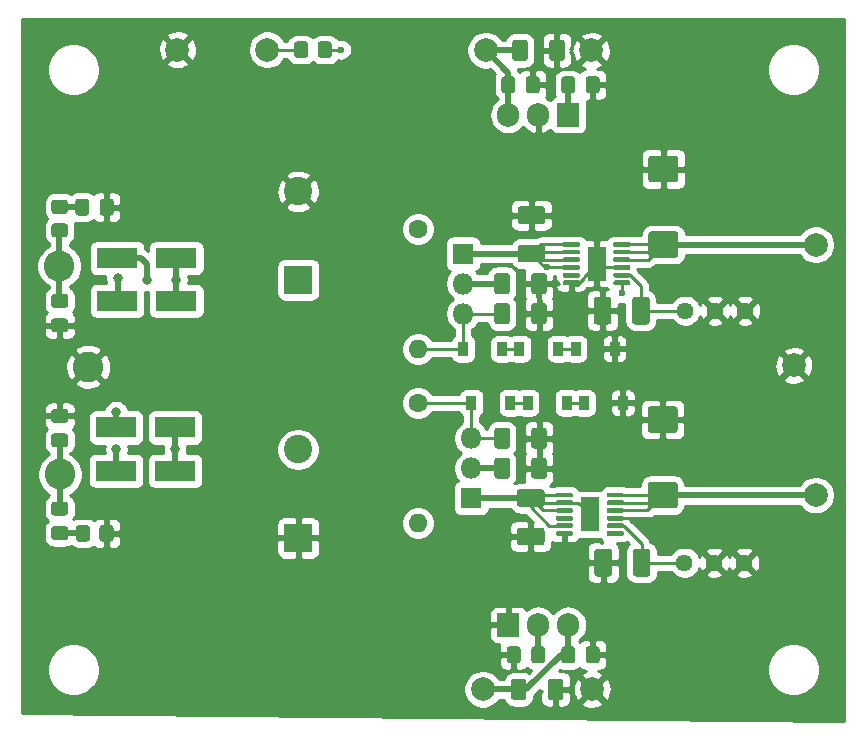
<source format=gbr>
G04 #@! TF.GenerationSoftware,KiCad,Pcbnew,(5.1.10-0-10_14)*
G04 #@! TF.CreationDate,2021-10-17T20:47:24+02:00*
G04 #@! TF.ProjectId,lv-lownoise-psu,6c762d6c-6f77-46e6-9f69-73652d707375,rev?*
G04 #@! TF.SameCoordinates,Original*
G04 #@! TF.FileFunction,Copper,L1,Top*
G04 #@! TF.FilePolarity,Positive*
%FSLAX46Y46*%
G04 Gerber Fmt 4.6, Leading zero omitted, Abs format (unit mm)*
G04 Created by KiCad (PCBNEW (5.1.10-0-10_14)) date 2021-10-17 20:47:24*
%MOMM*%
%LPD*%
G01*
G04 APERTURE LIST*
G04 #@! TA.AperFunction,SMDPad,CuDef*
%ADD10R,1.650000X2.850000*%
G04 #@! TD*
G04 #@! TA.AperFunction,ComponentPad*
%ADD11C,2.000000*%
G04 #@! TD*
G04 #@! TA.AperFunction,SMDPad,CuDef*
%ADD12R,0.900000X1.200000*%
G04 #@! TD*
G04 #@! TA.AperFunction,ComponentPad*
%ADD13O,1.600000X1.600000*%
G04 #@! TD*
G04 #@! TA.AperFunction,ComponentPad*
%ADD14C,1.600000*%
G04 #@! TD*
G04 #@! TA.AperFunction,ComponentPad*
%ADD15O,1.800000X1.800000*%
G04 #@! TD*
G04 #@! TA.AperFunction,ComponentPad*
%ADD16R,1.800000X1.800000*%
G04 #@! TD*
G04 #@! TA.AperFunction,ComponentPad*
%ADD17O,1.905000X2.000000*%
G04 #@! TD*
G04 #@! TA.AperFunction,ComponentPad*
%ADD18R,1.905000X2.000000*%
G04 #@! TD*
G04 #@! TA.AperFunction,SMDPad,CuDef*
%ADD19R,3.500000X1.800000*%
G04 #@! TD*
G04 #@! TA.AperFunction,ComponentPad*
%ADD20C,2.400000*%
G04 #@! TD*
G04 #@! TA.AperFunction,ComponentPad*
%ADD21R,2.400000X2.400000*%
G04 #@! TD*
G04 #@! TA.AperFunction,ComponentPad*
%ADD22C,1.440000*%
G04 #@! TD*
G04 #@! TA.AperFunction,ComponentPad*
%ADD23C,2.600000*%
G04 #@! TD*
G04 #@! TA.AperFunction,ViaPad*
%ADD24C,0.800000*%
G04 #@! TD*
G04 #@! TA.AperFunction,ViaPad*
%ADD25C,0.600000*%
G04 #@! TD*
G04 #@! TA.AperFunction,Conductor*
%ADD26C,0.250000*%
G04 #@! TD*
G04 #@! TA.AperFunction,Conductor*
%ADD27C,0.500000*%
G04 #@! TD*
G04 #@! TA.AperFunction,Conductor*
%ADD28C,0.254000*%
G04 #@! TD*
G04 #@! TA.AperFunction,Conductor*
%ADD29C,0.100000*%
G04 #@! TD*
G04 APERTURE END LIST*
G04 #@! TA.AperFunction,SMDPad,CuDef*
G36*
G01*
X133975999Y-67899500D02*
X136026001Y-67899500D01*
G75*
G02*
X136276000Y-68149499I0J-249999D01*
G01*
X136276000Y-69899501D01*
G75*
G02*
X136026001Y-70149500I-249999J0D01*
G01*
X133975999Y-70149500D01*
G75*
G02*
X133726000Y-69899501I0J249999D01*
G01*
X133726000Y-68149499D01*
G75*
G02*
X133975999Y-67899500I249999J0D01*
G01*
G37*
G04 #@! TD.AperFunction*
G04 #@! TA.AperFunction,SMDPad,CuDef*
G36*
G01*
X133975999Y-61499500D02*
X136026001Y-61499500D01*
G75*
G02*
X136276000Y-61749499I0J-249999D01*
G01*
X136276000Y-63499501D01*
G75*
G02*
X136026001Y-63749500I-249999J0D01*
G01*
X133975999Y-63749500D01*
G75*
G02*
X133726000Y-63499501I0J249999D01*
G01*
X133726000Y-61749499D01*
G75*
G02*
X133975999Y-61499500I249999J0D01*
G01*
G37*
G04 #@! TD.AperFunction*
G04 #@! TA.AperFunction,SMDPad,CuDef*
G36*
G01*
X136089501Y-42540500D02*
X134039499Y-42540500D01*
G75*
G02*
X133789500Y-42290501I0J249999D01*
G01*
X133789500Y-40540499D01*
G75*
G02*
X134039499Y-40290500I249999J0D01*
G01*
X136089501Y-40290500D01*
G75*
G02*
X136339500Y-40540499I0J-249999D01*
G01*
X136339500Y-42290501D01*
G75*
G02*
X136089501Y-42540500I-249999J0D01*
G01*
G37*
G04 #@! TD.AperFunction*
G04 #@! TA.AperFunction,SMDPad,CuDef*
G36*
G01*
X136089501Y-48940500D02*
X134039499Y-48940500D01*
G75*
G02*
X133789500Y-48690501I0J249999D01*
G01*
X133789500Y-46940499D01*
G75*
G02*
X134039499Y-46690500I249999J0D01*
G01*
X136089501Y-46690500D01*
G75*
G02*
X136339500Y-46940499I0J-249999D01*
G01*
X136339500Y-48690501D01*
G75*
G02*
X136089501Y-48940500I-249999J0D01*
G01*
G37*
G04 #@! TD.AperFunction*
G04 #@! TA.AperFunction,SMDPad,CuDef*
G36*
G01*
X130659500Y-52478500D02*
X130659500Y-54328500D01*
G75*
G02*
X130409500Y-54578500I-250000J0D01*
G01*
X129409500Y-54578500D01*
G75*
G02*
X129159500Y-54328500I0J250000D01*
G01*
X129159500Y-52478500D01*
G75*
G02*
X129409500Y-52228500I250000J0D01*
G01*
X130409500Y-52228500D01*
G75*
G02*
X130659500Y-52478500I0J-250000D01*
G01*
G37*
G04 #@! TD.AperFunction*
G04 #@! TA.AperFunction,SMDPad,CuDef*
G36*
G01*
X133909500Y-52478500D02*
X133909500Y-54328500D01*
G75*
G02*
X133659500Y-54578500I-250000J0D01*
G01*
X132659500Y-54578500D01*
G75*
G02*
X132409500Y-54328500I0J250000D01*
G01*
X132409500Y-52478500D01*
G75*
G02*
X132659500Y-52228500I250000J0D01*
G01*
X133659500Y-52228500D01*
G75*
G02*
X133909500Y-52478500I0J-250000D01*
G01*
G37*
G04 #@! TD.AperFunction*
D10*
X128832500Y-70649500D03*
G04 #@! TA.AperFunction,SMDPad,CuDef*
G36*
G01*
X130257500Y-69124500D02*
X130257500Y-68924500D01*
G75*
G02*
X130357500Y-68824500I100000J0D01*
G01*
X131607500Y-68824500D01*
G75*
G02*
X131707500Y-68924500I0J-100000D01*
G01*
X131707500Y-69124500D01*
G75*
G02*
X131607500Y-69224500I-100000J0D01*
G01*
X130357500Y-69224500D01*
G75*
G02*
X130257500Y-69124500I0J100000D01*
G01*
G37*
G04 #@! TD.AperFunction*
G04 #@! TA.AperFunction,SMDPad,CuDef*
G36*
G01*
X130257500Y-69774500D02*
X130257500Y-69574500D01*
G75*
G02*
X130357500Y-69474500I100000J0D01*
G01*
X131607500Y-69474500D01*
G75*
G02*
X131707500Y-69574500I0J-100000D01*
G01*
X131707500Y-69774500D01*
G75*
G02*
X131607500Y-69874500I-100000J0D01*
G01*
X130357500Y-69874500D01*
G75*
G02*
X130257500Y-69774500I0J100000D01*
G01*
G37*
G04 #@! TD.AperFunction*
G04 #@! TA.AperFunction,SMDPad,CuDef*
G36*
G01*
X130257500Y-70424500D02*
X130257500Y-70224500D01*
G75*
G02*
X130357500Y-70124500I100000J0D01*
G01*
X131607500Y-70124500D01*
G75*
G02*
X131707500Y-70224500I0J-100000D01*
G01*
X131707500Y-70424500D01*
G75*
G02*
X131607500Y-70524500I-100000J0D01*
G01*
X130357500Y-70524500D01*
G75*
G02*
X130257500Y-70424500I0J100000D01*
G01*
G37*
G04 #@! TD.AperFunction*
G04 #@! TA.AperFunction,SMDPad,CuDef*
G36*
G01*
X130257500Y-71074500D02*
X130257500Y-70874500D01*
G75*
G02*
X130357500Y-70774500I100000J0D01*
G01*
X131607500Y-70774500D01*
G75*
G02*
X131707500Y-70874500I0J-100000D01*
G01*
X131707500Y-71074500D01*
G75*
G02*
X131607500Y-71174500I-100000J0D01*
G01*
X130357500Y-71174500D01*
G75*
G02*
X130257500Y-71074500I0J100000D01*
G01*
G37*
G04 #@! TD.AperFunction*
G04 #@! TA.AperFunction,SMDPad,CuDef*
G36*
G01*
X130257500Y-71724500D02*
X130257500Y-71524500D01*
G75*
G02*
X130357500Y-71424500I100000J0D01*
G01*
X131607500Y-71424500D01*
G75*
G02*
X131707500Y-71524500I0J-100000D01*
G01*
X131707500Y-71724500D01*
G75*
G02*
X131607500Y-71824500I-100000J0D01*
G01*
X130357500Y-71824500D01*
G75*
G02*
X130257500Y-71724500I0J100000D01*
G01*
G37*
G04 #@! TD.AperFunction*
G04 #@! TA.AperFunction,SMDPad,CuDef*
G36*
G01*
X130257500Y-72374500D02*
X130257500Y-72174500D01*
G75*
G02*
X130357500Y-72074500I100000J0D01*
G01*
X131607500Y-72074500D01*
G75*
G02*
X131707500Y-72174500I0J-100000D01*
G01*
X131707500Y-72374500D01*
G75*
G02*
X131607500Y-72474500I-100000J0D01*
G01*
X130357500Y-72474500D01*
G75*
G02*
X130257500Y-72374500I0J100000D01*
G01*
G37*
G04 #@! TD.AperFunction*
G04 #@! TA.AperFunction,SMDPad,CuDef*
G36*
G01*
X125957500Y-72374500D02*
X125957500Y-72174500D01*
G75*
G02*
X126057500Y-72074500I100000J0D01*
G01*
X127307500Y-72074500D01*
G75*
G02*
X127407500Y-72174500I0J-100000D01*
G01*
X127407500Y-72374500D01*
G75*
G02*
X127307500Y-72474500I-100000J0D01*
G01*
X126057500Y-72474500D01*
G75*
G02*
X125957500Y-72374500I0J100000D01*
G01*
G37*
G04 #@! TD.AperFunction*
G04 #@! TA.AperFunction,SMDPad,CuDef*
G36*
G01*
X125957500Y-71724500D02*
X125957500Y-71524500D01*
G75*
G02*
X126057500Y-71424500I100000J0D01*
G01*
X127307500Y-71424500D01*
G75*
G02*
X127407500Y-71524500I0J-100000D01*
G01*
X127407500Y-71724500D01*
G75*
G02*
X127307500Y-71824500I-100000J0D01*
G01*
X126057500Y-71824500D01*
G75*
G02*
X125957500Y-71724500I0J100000D01*
G01*
G37*
G04 #@! TD.AperFunction*
G04 #@! TA.AperFunction,SMDPad,CuDef*
G36*
G01*
X125957500Y-71074500D02*
X125957500Y-70874500D01*
G75*
G02*
X126057500Y-70774500I100000J0D01*
G01*
X127307500Y-70774500D01*
G75*
G02*
X127407500Y-70874500I0J-100000D01*
G01*
X127407500Y-71074500D01*
G75*
G02*
X127307500Y-71174500I-100000J0D01*
G01*
X126057500Y-71174500D01*
G75*
G02*
X125957500Y-71074500I0J100000D01*
G01*
G37*
G04 #@! TD.AperFunction*
G04 #@! TA.AperFunction,SMDPad,CuDef*
G36*
G01*
X125957500Y-70424500D02*
X125957500Y-70224500D01*
G75*
G02*
X126057500Y-70124500I100000J0D01*
G01*
X127307500Y-70124500D01*
G75*
G02*
X127407500Y-70224500I0J-100000D01*
G01*
X127407500Y-70424500D01*
G75*
G02*
X127307500Y-70524500I-100000J0D01*
G01*
X126057500Y-70524500D01*
G75*
G02*
X125957500Y-70424500I0J100000D01*
G01*
G37*
G04 #@! TD.AperFunction*
G04 #@! TA.AperFunction,SMDPad,CuDef*
G36*
G01*
X125957500Y-69774500D02*
X125957500Y-69574500D01*
G75*
G02*
X126057500Y-69474500I100000J0D01*
G01*
X127307500Y-69474500D01*
G75*
G02*
X127407500Y-69574500I0J-100000D01*
G01*
X127407500Y-69774500D01*
G75*
G02*
X127307500Y-69874500I-100000J0D01*
G01*
X126057500Y-69874500D01*
G75*
G02*
X125957500Y-69774500I0J100000D01*
G01*
G37*
G04 #@! TD.AperFunction*
G04 #@! TA.AperFunction,SMDPad,CuDef*
G36*
G01*
X125957500Y-69124500D02*
X125957500Y-68924500D01*
G75*
G02*
X126057500Y-68824500I100000J0D01*
G01*
X127307500Y-68824500D01*
G75*
G02*
X127407500Y-68924500I0J-100000D01*
G01*
X127407500Y-69124500D01*
G75*
G02*
X127307500Y-69224500I-100000J0D01*
G01*
X126057500Y-69224500D01*
G75*
G02*
X125957500Y-69124500I0J100000D01*
G01*
G37*
G04 #@! TD.AperFunction*
X129404000Y-49425500D03*
G04 #@! TA.AperFunction,SMDPad,CuDef*
G36*
G01*
X130829000Y-47900500D02*
X130829000Y-47700500D01*
G75*
G02*
X130929000Y-47600500I100000J0D01*
G01*
X132179000Y-47600500D01*
G75*
G02*
X132279000Y-47700500I0J-100000D01*
G01*
X132279000Y-47900500D01*
G75*
G02*
X132179000Y-48000500I-100000J0D01*
G01*
X130929000Y-48000500D01*
G75*
G02*
X130829000Y-47900500I0J100000D01*
G01*
G37*
G04 #@! TD.AperFunction*
G04 #@! TA.AperFunction,SMDPad,CuDef*
G36*
G01*
X130829000Y-48550500D02*
X130829000Y-48350500D01*
G75*
G02*
X130929000Y-48250500I100000J0D01*
G01*
X132179000Y-48250500D01*
G75*
G02*
X132279000Y-48350500I0J-100000D01*
G01*
X132279000Y-48550500D01*
G75*
G02*
X132179000Y-48650500I-100000J0D01*
G01*
X130929000Y-48650500D01*
G75*
G02*
X130829000Y-48550500I0J100000D01*
G01*
G37*
G04 #@! TD.AperFunction*
G04 #@! TA.AperFunction,SMDPad,CuDef*
G36*
G01*
X130829000Y-49200500D02*
X130829000Y-49000500D01*
G75*
G02*
X130929000Y-48900500I100000J0D01*
G01*
X132179000Y-48900500D01*
G75*
G02*
X132279000Y-49000500I0J-100000D01*
G01*
X132279000Y-49200500D01*
G75*
G02*
X132179000Y-49300500I-100000J0D01*
G01*
X130929000Y-49300500D01*
G75*
G02*
X130829000Y-49200500I0J100000D01*
G01*
G37*
G04 #@! TD.AperFunction*
G04 #@! TA.AperFunction,SMDPad,CuDef*
G36*
G01*
X130829000Y-49850500D02*
X130829000Y-49650500D01*
G75*
G02*
X130929000Y-49550500I100000J0D01*
G01*
X132179000Y-49550500D01*
G75*
G02*
X132279000Y-49650500I0J-100000D01*
G01*
X132279000Y-49850500D01*
G75*
G02*
X132179000Y-49950500I-100000J0D01*
G01*
X130929000Y-49950500D01*
G75*
G02*
X130829000Y-49850500I0J100000D01*
G01*
G37*
G04 #@! TD.AperFunction*
G04 #@! TA.AperFunction,SMDPad,CuDef*
G36*
G01*
X130829000Y-50500500D02*
X130829000Y-50300500D01*
G75*
G02*
X130929000Y-50200500I100000J0D01*
G01*
X132179000Y-50200500D01*
G75*
G02*
X132279000Y-50300500I0J-100000D01*
G01*
X132279000Y-50500500D01*
G75*
G02*
X132179000Y-50600500I-100000J0D01*
G01*
X130929000Y-50600500D01*
G75*
G02*
X130829000Y-50500500I0J100000D01*
G01*
G37*
G04 #@! TD.AperFunction*
G04 #@! TA.AperFunction,SMDPad,CuDef*
G36*
G01*
X130829000Y-51150500D02*
X130829000Y-50950500D01*
G75*
G02*
X130929000Y-50850500I100000J0D01*
G01*
X132179000Y-50850500D01*
G75*
G02*
X132279000Y-50950500I0J-100000D01*
G01*
X132279000Y-51150500D01*
G75*
G02*
X132179000Y-51250500I-100000J0D01*
G01*
X130929000Y-51250500D01*
G75*
G02*
X130829000Y-51150500I0J100000D01*
G01*
G37*
G04 #@! TD.AperFunction*
G04 #@! TA.AperFunction,SMDPad,CuDef*
G36*
G01*
X126529000Y-51150500D02*
X126529000Y-50950500D01*
G75*
G02*
X126629000Y-50850500I100000J0D01*
G01*
X127879000Y-50850500D01*
G75*
G02*
X127979000Y-50950500I0J-100000D01*
G01*
X127979000Y-51150500D01*
G75*
G02*
X127879000Y-51250500I-100000J0D01*
G01*
X126629000Y-51250500D01*
G75*
G02*
X126529000Y-51150500I0J100000D01*
G01*
G37*
G04 #@! TD.AperFunction*
G04 #@! TA.AperFunction,SMDPad,CuDef*
G36*
G01*
X126529000Y-50500500D02*
X126529000Y-50300500D01*
G75*
G02*
X126629000Y-50200500I100000J0D01*
G01*
X127879000Y-50200500D01*
G75*
G02*
X127979000Y-50300500I0J-100000D01*
G01*
X127979000Y-50500500D01*
G75*
G02*
X127879000Y-50600500I-100000J0D01*
G01*
X126629000Y-50600500D01*
G75*
G02*
X126529000Y-50500500I0J100000D01*
G01*
G37*
G04 #@! TD.AperFunction*
G04 #@! TA.AperFunction,SMDPad,CuDef*
G36*
G01*
X126529000Y-49850500D02*
X126529000Y-49650500D01*
G75*
G02*
X126629000Y-49550500I100000J0D01*
G01*
X127879000Y-49550500D01*
G75*
G02*
X127979000Y-49650500I0J-100000D01*
G01*
X127979000Y-49850500D01*
G75*
G02*
X127879000Y-49950500I-100000J0D01*
G01*
X126629000Y-49950500D01*
G75*
G02*
X126529000Y-49850500I0J100000D01*
G01*
G37*
G04 #@! TD.AperFunction*
G04 #@! TA.AperFunction,SMDPad,CuDef*
G36*
G01*
X126529000Y-49200500D02*
X126529000Y-49000500D01*
G75*
G02*
X126629000Y-48900500I100000J0D01*
G01*
X127879000Y-48900500D01*
G75*
G02*
X127979000Y-49000500I0J-100000D01*
G01*
X127979000Y-49200500D01*
G75*
G02*
X127879000Y-49300500I-100000J0D01*
G01*
X126629000Y-49300500D01*
G75*
G02*
X126529000Y-49200500I0J100000D01*
G01*
G37*
G04 #@! TD.AperFunction*
G04 #@! TA.AperFunction,SMDPad,CuDef*
G36*
G01*
X126529000Y-48550500D02*
X126529000Y-48350500D01*
G75*
G02*
X126629000Y-48250500I100000J0D01*
G01*
X127879000Y-48250500D01*
G75*
G02*
X127979000Y-48350500I0J-100000D01*
G01*
X127979000Y-48550500D01*
G75*
G02*
X127879000Y-48650500I-100000J0D01*
G01*
X126629000Y-48650500D01*
G75*
G02*
X126529000Y-48550500I0J100000D01*
G01*
G37*
G04 #@! TD.AperFunction*
G04 #@! TA.AperFunction,SMDPad,CuDef*
G36*
G01*
X126529000Y-47900500D02*
X126529000Y-47700500D01*
G75*
G02*
X126629000Y-47600500I100000J0D01*
G01*
X127879000Y-47600500D01*
G75*
G02*
X127979000Y-47700500I0J-100000D01*
G01*
X127979000Y-47900500D01*
G75*
G02*
X127879000Y-48000500I-100000J0D01*
G01*
X126629000Y-48000500D01*
G75*
G02*
X126529000Y-47900500I0J100000D01*
G01*
G37*
G04 #@! TD.AperFunction*
G04 #@! TA.AperFunction,SMDPad,CuDef*
G36*
G01*
X122074500Y-66088499D02*
X122074500Y-67388501D01*
G75*
G02*
X121824501Y-67638500I-249999J0D01*
G01*
X120999499Y-67638500D01*
G75*
G02*
X120749500Y-67388501I0J249999D01*
G01*
X120749500Y-66088499D01*
G75*
G02*
X120999499Y-65838500I249999J0D01*
G01*
X121824501Y-65838500D01*
G75*
G02*
X122074500Y-66088499I0J-249999D01*
G01*
G37*
G04 #@! TD.AperFunction*
G04 #@! TA.AperFunction,SMDPad,CuDef*
G36*
G01*
X125199500Y-66088499D02*
X125199500Y-67388501D01*
G75*
G02*
X124949501Y-67638500I-249999J0D01*
G01*
X124124499Y-67638500D01*
G75*
G02*
X123874500Y-67388501I0J249999D01*
G01*
X123874500Y-66088499D01*
G75*
G02*
X124124499Y-65838500I249999J0D01*
G01*
X124949501Y-65838500D01*
G75*
G02*
X125199500Y-66088499I0J-249999D01*
G01*
G37*
G04 #@! TD.AperFunction*
G04 #@! TA.AperFunction,SMDPad,CuDef*
G36*
G01*
X123861000Y-51767501D02*
X123861000Y-50467499D01*
G75*
G02*
X124110999Y-50217500I249999J0D01*
G01*
X124936001Y-50217500D01*
G75*
G02*
X125186000Y-50467499I0J-249999D01*
G01*
X125186000Y-51767501D01*
G75*
G02*
X124936001Y-52017500I-249999J0D01*
G01*
X124110999Y-52017500D01*
G75*
G02*
X123861000Y-51767501I0J249999D01*
G01*
G37*
G04 #@! TD.AperFunction*
G04 #@! TA.AperFunction,SMDPad,CuDef*
G36*
G01*
X120736000Y-51767501D02*
X120736000Y-50467499D01*
G75*
G02*
X120985999Y-50217500I249999J0D01*
G01*
X121811001Y-50217500D01*
G75*
G02*
X122061000Y-50467499I0J-249999D01*
G01*
X122061000Y-51767501D01*
G75*
G02*
X121811001Y-52017500I-249999J0D01*
G01*
X120985999Y-52017500D01*
G75*
G02*
X120736000Y-51767501I0J249999D01*
G01*
G37*
G04 #@! TD.AperFunction*
G04 #@! TA.AperFunction,SMDPad,CuDef*
G36*
G01*
X132473000Y-75664500D02*
X132473000Y-73814500D01*
G75*
G02*
X132723000Y-73564500I250000J0D01*
G01*
X133723000Y-73564500D01*
G75*
G02*
X133973000Y-73814500I0J-250000D01*
G01*
X133973000Y-75664500D01*
G75*
G02*
X133723000Y-75914500I-250000J0D01*
G01*
X132723000Y-75914500D01*
G75*
G02*
X132473000Y-75664500I0J250000D01*
G01*
G37*
G04 #@! TD.AperFunction*
G04 #@! TA.AperFunction,SMDPad,CuDef*
G36*
G01*
X129223000Y-75664500D02*
X129223000Y-73814500D01*
G75*
G02*
X129473000Y-73564500I250000J0D01*
G01*
X130473000Y-73564500D01*
G75*
G02*
X130723000Y-73814500I0J-250000D01*
G01*
X130723000Y-75664500D01*
G75*
G02*
X130473000Y-75914500I-250000J0D01*
G01*
X129473000Y-75914500D01*
G75*
G02*
X129223000Y-75664500I0J250000D01*
G01*
G37*
G04 #@! TD.AperFunction*
G04 #@! TA.AperFunction,SMDPad,CuDef*
G36*
G01*
X124750000Y-70028500D02*
X122900000Y-70028500D01*
G75*
G02*
X122650000Y-69778500I0J250000D01*
G01*
X122650000Y-68778500D01*
G75*
G02*
X122900000Y-68528500I250000J0D01*
G01*
X124750000Y-68528500D01*
G75*
G02*
X125000000Y-68778500I0J-250000D01*
G01*
X125000000Y-69778500D01*
G75*
G02*
X124750000Y-70028500I-250000J0D01*
G01*
G37*
G04 #@! TD.AperFunction*
G04 #@! TA.AperFunction,SMDPad,CuDef*
G36*
G01*
X124750000Y-73278500D02*
X122900000Y-73278500D01*
G75*
G02*
X122650000Y-73028500I0J250000D01*
G01*
X122650000Y-72028500D01*
G75*
G02*
X122900000Y-71778500I250000J0D01*
G01*
X124750000Y-71778500D01*
G75*
G02*
X125000000Y-72028500I0J-250000D01*
G01*
X125000000Y-73028500D01*
G75*
G02*
X124750000Y-73278500I-250000J0D01*
G01*
G37*
G04 #@! TD.AperFunction*
G04 #@! TA.AperFunction,SMDPad,CuDef*
G36*
G01*
X124813500Y-46077500D02*
X122963500Y-46077500D01*
G75*
G02*
X122713500Y-45827500I0J250000D01*
G01*
X122713500Y-44827500D01*
G75*
G02*
X122963500Y-44577500I250000J0D01*
G01*
X124813500Y-44577500D01*
G75*
G02*
X125063500Y-44827500I0J-250000D01*
G01*
X125063500Y-45827500D01*
G75*
G02*
X124813500Y-46077500I-250000J0D01*
G01*
G37*
G04 #@! TD.AperFunction*
G04 #@! TA.AperFunction,SMDPad,CuDef*
G36*
G01*
X124813500Y-49327500D02*
X122963500Y-49327500D01*
G75*
G02*
X122713500Y-49077500I0J250000D01*
G01*
X122713500Y-48077500D01*
G75*
G02*
X122963500Y-47827500I250000J0D01*
G01*
X124813500Y-47827500D01*
G75*
G02*
X125063500Y-48077500I0J-250000D01*
G01*
X125063500Y-49077500D01*
G75*
G02*
X124813500Y-49327500I-250000J0D01*
G01*
G37*
G04 #@! TD.AperFunction*
G04 #@! TA.AperFunction,SMDPad,CuDef*
G36*
G01*
X122074500Y-63548499D02*
X122074500Y-64848501D01*
G75*
G02*
X121824501Y-65098500I-249999J0D01*
G01*
X120999499Y-65098500D01*
G75*
G02*
X120749500Y-64848501I0J249999D01*
G01*
X120749500Y-63548499D01*
G75*
G02*
X120999499Y-63298500I249999J0D01*
G01*
X121824501Y-63298500D01*
G75*
G02*
X122074500Y-63548499I0J-249999D01*
G01*
G37*
G04 #@! TD.AperFunction*
G04 #@! TA.AperFunction,SMDPad,CuDef*
G36*
G01*
X125199500Y-63548499D02*
X125199500Y-64848501D01*
G75*
G02*
X124949501Y-65098500I-249999J0D01*
G01*
X124124499Y-65098500D01*
G75*
G02*
X123874500Y-64848501I0J249999D01*
G01*
X123874500Y-63548499D01*
G75*
G02*
X124124499Y-63298500I249999J0D01*
G01*
X124949501Y-63298500D01*
G75*
G02*
X125199500Y-63548499I0J-249999D01*
G01*
G37*
G04 #@! TD.AperFunction*
G04 #@! TA.AperFunction,SMDPad,CuDef*
G36*
G01*
X123874500Y-54307501D02*
X123874500Y-53007499D01*
G75*
G02*
X124124499Y-52757500I249999J0D01*
G01*
X124949501Y-52757500D01*
G75*
G02*
X125199500Y-53007499I0J-249999D01*
G01*
X125199500Y-54307501D01*
G75*
G02*
X124949501Y-54557500I-249999J0D01*
G01*
X124124499Y-54557500D01*
G75*
G02*
X123874500Y-54307501I0J249999D01*
G01*
G37*
G04 #@! TD.AperFunction*
G04 #@! TA.AperFunction,SMDPad,CuDef*
G36*
G01*
X120749500Y-54307501D02*
X120749500Y-53007499D01*
G75*
G02*
X120999499Y-52757500I249999J0D01*
G01*
X121824501Y-52757500D01*
G75*
G02*
X122074500Y-53007499I0J-249999D01*
G01*
X122074500Y-54307501D01*
G75*
G02*
X121824501Y-54557500I-249999J0D01*
G01*
X120999499Y-54557500D01*
G75*
G02*
X120749500Y-54307501I0J249999D01*
G01*
G37*
G04 #@! TD.AperFunction*
D11*
X119761000Y-85471000D03*
X129032000Y-85471000D03*
X128968500Y-31369000D03*
X120015000Y-31369000D03*
X93916500Y-31305500D03*
X101536500Y-31305500D03*
X147955000Y-69024500D03*
X146113500Y-58039000D03*
X147955000Y-47815500D03*
D12*
X123571000Y-61214000D03*
X126871000Y-61214000D03*
X128333500Y-61214000D03*
X131633500Y-61214000D03*
X130935000Y-56642000D03*
X127635000Y-56642000D03*
X126172500Y-56642000D03*
X122872500Y-56642000D03*
G04 #@! TA.AperFunction,SMDPad,CuDef*
G36*
G01*
X123471500Y-84820998D02*
X123471500Y-86121002D01*
G75*
G02*
X123221502Y-86371000I-249998J0D01*
G01*
X122396498Y-86371000D01*
G75*
G02*
X122146500Y-86121002I0J249998D01*
G01*
X122146500Y-84820998D01*
G75*
G02*
X122396498Y-84571000I249998J0D01*
G01*
X123221502Y-84571000D01*
G75*
G02*
X123471500Y-84820998I0J-249998D01*
G01*
G37*
G04 #@! TD.AperFunction*
G04 #@! TA.AperFunction,SMDPad,CuDef*
G36*
G01*
X126596500Y-84820998D02*
X126596500Y-86121002D01*
G75*
G02*
X126346502Y-86371000I-249998J0D01*
G01*
X125521498Y-86371000D01*
G75*
G02*
X125271500Y-86121002I0J249998D01*
G01*
X125271500Y-84820998D01*
G75*
G02*
X125521498Y-84571000I249998J0D01*
G01*
X126346502Y-84571000D01*
G75*
G02*
X126596500Y-84820998I0J-249998D01*
G01*
G37*
G04 #@! TD.AperFunction*
G04 #@! TA.AperFunction,SMDPad,CuDef*
G36*
G01*
X125385000Y-32019002D02*
X125385000Y-30718998D01*
G75*
G02*
X125634998Y-30469000I249998J0D01*
G01*
X126460002Y-30469000D01*
G75*
G02*
X126710000Y-30718998I0J-249998D01*
G01*
X126710000Y-32019002D01*
G75*
G02*
X126460002Y-32269000I-249998J0D01*
G01*
X125634998Y-32269000D01*
G75*
G02*
X125385000Y-32019002I0J249998D01*
G01*
G37*
G04 #@! TD.AperFunction*
G04 #@! TA.AperFunction,SMDPad,CuDef*
G36*
G01*
X122260000Y-32019002D02*
X122260000Y-30718998D01*
G75*
G02*
X122509998Y-30469000I249998J0D01*
G01*
X123335002Y-30469000D01*
G75*
G02*
X123585000Y-30718998I0J-249998D01*
G01*
X123585000Y-32019002D01*
G75*
G02*
X123335002Y-32269000I-249998J0D01*
G01*
X122509998Y-32269000D01*
G75*
G02*
X122260000Y-32019002I0J249998D01*
G01*
G37*
G04 #@! TD.AperFunction*
G04 #@! TA.AperFunction,SMDPad,CuDef*
G36*
G01*
X123407500Y-34765000D02*
X123407500Y-33815000D01*
G75*
G02*
X123657500Y-33565000I250000J0D01*
G01*
X124332500Y-33565000D01*
G75*
G02*
X124582500Y-33815000I0J-250000D01*
G01*
X124582500Y-34765000D01*
G75*
G02*
X124332500Y-35015000I-250000J0D01*
G01*
X123657500Y-35015000D01*
G75*
G02*
X123407500Y-34765000I0J250000D01*
G01*
G37*
G04 #@! TD.AperFunction*
G04 #@! TA.AperFunction,SMDPad,CuDef*
G36*
G01*
X121332500Y-34765000D02*
X121332500Y-33815000D01*
G75*
G02*
X121582500Y-33565000I250000J0D01*
G01*
X122257500Y-33565000D01*
G75*
G02*
X122507500Y-33815000I0J-250000D01*
G01*
X122507500Y-34765000D01*
G75*
G02*
X122257500Y-35015000I-250000J0D01*
G01*
X121582500Y-35015000D01*
G75*
G02*
X121332500Y-34765000I0J250000D01*
G01*
G37*
G04 #@! TD.AperFunction*
D13*
X114300000Y-71374000D03*
D14*
X114300000Y-61214000D03*
D13*
X114300000Y-56642000D03*
D14*
X114300000Y-46482000D03*
G04 #@! TA.AperFunction,SMDPad,CuDef*
G36*
G01*
X83496999Y-46009000D02*
X84397001Y-46009000D01*
G75*
G02*
X84647000Y-46258999I0J-249999D01*
G01*
X84647000Y-46959001D01*
G75*
G02*
X84397001Y-47209000I-249999J0D01*
G01*
X83496999Y-47209000D01*
G75*
G02*
X83247000Y-46959001I0J249999D01*
G01*
X83247000Y-46258999D01*
G75*
G02*
X83496999Y-46009000I249999J0D01*
G01*
G37*
G04 #@! TD.AperFunction*
G04 #@! TA.AperFunction,SMDPad,CuDef*
G36*
G01*
X83496999Y-44009000D02*
X84397001Y-44009000D01*
G75*
G02*
X84647000Y-44258999I0J-249999D01*
G01*
X84647000Y-44959001D01*
G75*
G02*
X84397001Y-45209000I-249999J0D01*
G01*
X83496999Y-45209000D01*
G75*
G02*
X83247000Y-44959001I0J249999D01*
G01*
X83247000Y-44258999D01*
G75*
G02*
X83496999Y-44009000I249999J0D01*
G01*
G37*
G04 #@! TD.AperFunction*
G04 #@! TA.AperFunction,SMDPad,CuDef*
G36*
G01*
X87315500Y-72713001D02*
X87315500Y-71812999D01*
G75*
G02*
X87565499Y-71563000I249999J0D01*
G01*
X88265501Y-71563000D01*
G75*
G02*
X88515500Y-71812999I0J-249999D01*
G01*
X88515500Y-72713001D01*
G75*
G02*
X88265501Y-72963000I-249999J0D01*
G01*
X87565499Y-72963000D01*
G75*
G02*
X87315500Y-72713001I0J249999D01*
G01*
G37*
G04 #@! TD.AperFunction*
G04 #@! TA.AperFunction,SMDPad,CuDef*
G36*
G01*
X85315500Y-72713001D02*
X85315500Y-71812999D01*
G75*
G02*
X85565499Y-71563000I249999J0D01*
G01*
X86265501Y-71563000D01*
G75*
G02*
X86515500Y-71812999I0J-249999D01*
G01*
X86515500Y-72713001D01*
G75*
G02*
X86265501Y-72963000I-249999J0D01*
G01*
X85565499Y-72963000D01*
G75*
G02*
X85315500Y-72713001I0J249999D01*
G01*
G37*
G04 #@! TD.AperFunction*
D15*
X118808500Y-64198500D03*
X118808500Y-66738500D03*
D16*
X118808500Y-69278500D03*
D15*
X118110000Y-53657500D03*
X118110000Y-51117500D03*
D16*
X118110000Y-48577500D03*
D12*
X118808500Y-61214000D03*
X122108500Y-61214000D03*
X121410000Y-56642000D03*
X118110000Y-56642000D03*
G04 #@! TA.AperFunction,SMDPad,CuDef*
G36*
G01*
X86439500Y-44165500D02*
X86439500Y-45115500D01*
G75*
G02*
X86189500Y-45365500I-250000J0D01*
G01*
X85514500Y-45365500D01*
G75*
G02*
X85264500Y-45115500I0J250000D01*
G01*
X85264500Y-44165500D01*
G75*
G02*
X85514500Y-43915500I250000J0D01*
G01*
X86189500Y-43915500D01*
G75*
G02*
X86439500Y-44165500I0J-250000D01*
G01*
G37*
G04 #@! TD.AperFunction*
G04 #@! TA.AperFunction,SMDPad,CuDef*
G36*
G01*
X88514500Y-44165500D02*
X88514500Y-45115500D01*
G75*
G02*
X88264500Y-45365500I-250000J0D01*
G01*
X87589500Y-45365500D01*
G75*
G02*
X87339500Y-45115500I0J250000D01*
G01*
X87339500Y-44165500D01*
G75*
G02*
X87589500Y-43915500I250000J0D01*
G01*
X88264500Y-43915500D01*
G75*
G02*
X88514500Y-44165500I0J-250000D01*
G01*
G37*
G04 #@! TD.AperFunction*
G04 #@! TA.AperFunction,SMDPad,CuDef*
G36*
G01*
X83472000Y-71655000D02*
X84422000Y-71655000D01*
G75*
G02*
X84672000Y-71905000I0J-250000D01*
G01*
X84672000Y-72580000D01*
G75*
G02*
X84422000Y-72830000I-250000J0D01*
G01*
X83472000Y-72830000D01*
G75*
G02*
X83222000Y-72580000I0J250000D01*
G01*
X83222000Y-71905000D01*
G75*
G02*
X83472000Y-71655000I250000J0D01*
G01*
G37*
G04 #@! TD.AperFunction*
G04 #@! TA.AperFunction,SMDPad,CuDef*
G36*
G01*
X83472000Y-69580000D02*
X84422000Y-69580000D01*
G75*
G02*
X84672000Y-69830000I0J-250000D01*
G01*
X84672000Y-70505000D01*
G75*
G02*
X84422000Y-70755000I-250000J0D01*
G01*
X83472000Y-70755000D01*
G75*
G02*
X83222000Y-70505000I0J250000D01*
G01*
X83222000Y-69830000D01*
G75*
G02*
X83472000Y-69580000I250000J0D01*
G01*
G37*
G04 #@! TD.AperFunction*
G04 #@! TA.AperFunction,SMDPad,CuDef*
G36*
G01*
X84422000Y-53165500D02*
X83472000Y-53165500D01*
G75*
G02*
X83222000Y-52915500I0J250000D01*
G01*
X83222000Y-52240500D01*
G75*
G02*
X83472000Y-51990500I250000J0D01*
G01*
X84422000Y-51990500D01*
G75*
G02*
X84672000Y-52240500I0J-250000D01*
G01*
X84672000Y-52915500D01*
G75*
G02*
X84422000Y-53165500I-250000J0D01*
G01*
G37*
G04 #@! TD.AperFunction*
G04 #@! TA.AperFunction,SMDPad,CuDef*
G36*
G01*
X84422000Y-55240500D02*
X83472000Y-55240500D01*
G75*
G02*
X83222000Y-54990500I0J250000D01*
G01*
X83222000Y-54315500D01*
G75*
G02*
X83472000Y-54065500I250000J0D01*
G01*
X84422000Y-54065500D01*
G75*
G02*
X84672000Y-54315500I0J-250000D01*
G01*
X84672000Y-54990500D01*
G75*
G02*
X84422000Y-55240500I-250000J0D01*
G01*
G37*
G04 #@! TD.AperFunction*
G04 #@! TA.AperFunction,SMDPad,CuDef*
G36*
G01*
X84422000Y-62901500D02*
X83472000Y-62901500D01*
G75*
G02*
X83222000Y-62651500I0J250000D01*
G01*
X83222000Y-61976500D01*
G75*
G02*
X83472000Y-61726500I250000J0D01*
G01*
X84422000Y-61726500D01*
G75*
G02*
X84672000Y-61976500I0J-250000D01*
G01*
X84672000Y-62651500D01*
G75*
G02*
X84422000Y-62901500I-250000J0D01*
G01*
G37*
G04 #@! TD.AperFunction*
G04 #@! TA.AperFunction,SMDPad,CuDef*
G36*
G01*
X84422000Y-64976500D02*
X83472000Y-64976500D01*
G75*
G02*
X83222000Y-64726500I0J250000D01*
G01*
X83222000Y-64051500D01*
G75*
G02*
X83472000Y-63801500I250000J0D01*
G01*
X84422000Y-63801500D01*
G75*
G02*
X84672000Y-64051500I0J-250000D01*
G01*
X84672000Y-64726500D01*
G75*
G02*
X84422000Y-64976500I-250000J0D01*
G01*
G37*
G04 #@! TD.AperFunction*
D17*
X127000000Y-80010000D03*
X124460000Y-80010000D03*
D18*
X121920000Y-80010000D03*
D17*
X121920000Y-36830000D03*
X124460000Y-36830000D03*
D18*
X127000000Y-36830000D03*
D19*
X88827600Y-52578000D03*
X93827600Y-52578000D03*
X88827600Y-48971200D03*
X93827600Y-48971200D03*
X93726000Y-63296800D03*
X88726000Y-63296800D03*
X93726000Y-66954400D03*
X88726000Y-66954400D03*
D20*
X104140000Y-65151000D03*
D21*
X104140000Y-72651000D03*
D20*
X104140000Y-43300000D03*
D21*
X104140000Y-50800000D03*
G04 #@! TA.AperFunction,SMDPad,CuDef*
G36*
G01*
X105794000Y-31755501D02*
X105794000Y-30855499D01*
G75*
G02*
X106043999Y-30605500I249999J0D01*
G01*
X106744001Y-30605500D01*
G75*
G02*
X106994000Y-30855499I0J-249999D01*
G01*
X106994000Y-31755501D01*
G75*
G02*
X106744001Y-32005500I-249999J0D01*
G01*
X106043999Y-32005500D01*
G75*
G02*
X105794000Y-31755501I0J249999D01*
G01*
G37*
G04 #@! TD.AperFunction*
G04 #@! TA.AperFunction,SMDPad,CuDef*
G36*
G01*
X103794000Y-31755501D02*
X103794000Y-30855499D01*
G75*
G02*
X104043999Y-30605500I249999J0D01*
G01*
X104744001Y-30605500D01*
G75*
G02*
X104994000Y-30855499I0J-249999D01*
G01*
X104994000Y-31755501D01*
G75*
G02*
X104744001Y-32005500I-249999J0D01*
G01*
X104043999Y-32005500D01*
G75*
G02*
X103794000Y-31755501I0J249999D01*
G01*
G37*
G04 #@! TD.AperFunction*
G04 #@! TA.AperFunction,SMDPad,CuDef*
G36*
G01*
X127587500Y-82075000D02*
X127587500Y-83025000D01*
G75*
G02*
X127337500Y-83275000I-250000J0D01*
G01*
X126662500Y-83275000D01*
G75*
G02*
X126412500Y-83025000I0J250000D01*
G01*
X126412500Y-82075000D01*
G75*
G02*
X126662500Y-81825000I250000J0D01*
G01*
X127337500Y-81825000D01*
G75*
G02*
X127587500Y-82075000I0J-250000D01*
G01*
G37*
G04 #@! TD.AperFunction*
G04 #@! TA.AperFunction,SMDPad,CuDef*
G36*
G01*
X129662500Y-82075000D02*
X129662500Y-83025000D01*
G75*
G02*
X129412500Y-83275000I-250000J0D01*
G01*
X128737500Y-83275000D01*
G75*
G02*
X128487500Y-83025000I0J250000D01*
G01*
X128487500Y-82075000D01*
G75*
G02*
X128737500Y-81825000I250000J0D01*
G01*
X129412500Y-81825000D01*
G75*
G02*
X129662500Y-82075000I0J-250000D01*
G01*
G37*
G04 #@! TD.AperFunction*
G04 #@! TA.AperFunction,SMDPad,CuDef*
G36*
G01*
X123872500Y-83025000D02*
X123872500Y-82075000D01*
G75*
G02*
X124122500Y-81825000I250000J0D01*
G01*
X124797500Y-81825000D01*
G75*
G02*
X125047500Y-82075000I0J-250000D01*
G01*
X125047500Y-83025000D01*
G75*
G02*
X124797500Y-83275000I-250000J0D01*
G01*
X124122500Y-83275000D01*
G75*
G02*
X123872500Y-83025000I0J250000D01*
G01*
G37*
G04 #@! TD.AperFunction*
G04 #@! TA.AperFunction,SMDPad,CuDef*
G36*
G01*
X121797500Y-83025000D02*
X121797500Y-82075000D01*
G75*
G02*
X122047500Y-81825000I250000J0D01*
G01*
X122722500Y-81825000D01*
G75*
G02*
X122972500Y-82075000I0J-250000D01*
G01*
X122972500Y-83025000D01*
G75*
G02*
X122722500Y-83275000I-250000J0D01*
G01*
X122047500Y-83275000D01*
G75*
G02*
X121797500Y-83025000I0J250000D01*
G01*
G37*
G04 #@! TD.AperFunction*
G04 #@! TA.AperFunction,SMDPad,CuDef*
G36*
G01*
X128487500Y-34765000D02*
X128487500Y-33815000D01*
G75*
G02*
X128737500Y-33565000I250000J0D01*
G01*
X129412500Y-33565000D01*
G75*
G02*
X129662500Y-33815000I0J-250000D01*
G01*
X129662500Y-34765000D01*
G75*
G02*
X129412500Y-35015000I-250000J0D01*
G01*
X128737500Y-35015000D01*
G75*
G02*
X128487500Y-34765000I0J250000D01*
G01*
G37*
G04 #@! TD.AperFunction*
G04 #@! TA.AperFunction,SMDPad,CuDef*
G36*
G01*
X126412500Y-34765000D02*
X126412500Y-33815000D01*
G75*
G02*
X126662500Y-33565000I250000J0D01*
G01*
X127337500Y-33565000D01*
G75*
G02*
X127587500Y-33815000I0J-250000D01*
G01*
X127587500Y-34765000D01*
G75*
G02*
X127337500Y-35015000I-250000J0D01*
G01*
X126662500Y-35015000D01*
G75*
G02*
X126412500Y-34765000I0J250000D01*
G01*
G37*
G04 #@! TD.AperFunction*
D22*
X141922500Y-74739500D03*
X139382500Y-74739500D03*
X136842500Y-74739500D03*
X141986000Y-53403500D03*
X139446000Y-53403500D03*
X136906000Y-53403500D03*
D23*
X83921600Y-49631600D03*
X86360000Y-58166000D03*
X83972400Y-67259200D03*
D24*
X93827600Y-50800000D03*
X88849200Y-50647600D03*
X88726000Y-61997600D03*
X93726000Y-65125600D03*
D25*
X107759500Y-31305500D03*
D24*
X88747600Y-65125600D03*
X91338400Y-50800000D03*
D25*
X131572000Y-51943000D03*
X125188500Y-49750500D03*
D26*
X126682500Y-72274500D02*
X126682500Y-74612500D01*
X129729000Y-49750500D02*
X129404000Y-49425500D01*
X131554000Y-49750500D02*
X129729000Y-49750500D01*
X129404000Y-49475500D02*
X129404000Y-49425500D01*
X127454000Y-51250500D02*
X127730058Y-51250500D01*
X128304010Y-50575490D02*
X129404000Y-49475500D01*
X127730058Y-51250500D02*
X128304010Y-50676548D01*
X128304010Y-50676548D02*
X128304010Y-50575490D01*
X127254000Y-51050500D02*
X127454000Y-51250500D01*
X130982500Y-70974500D02*
X134030000Y-70974500D01*
X134030000Y-70974500D02*
X134366000Y-71310500D01*
D27*
X93827600Y-52244000D02*
X93798400Y-52273200D01*
X93827600Y-50800000D02*
X93827600Y-48971200D01*
X93827600Y-50800000D02*
X93827600Y-52578000D01*
X127000000Y-36830000D02*
X127000000Y-34290000D01*
X121398500Y-51117500D02*
X118110000Y-51117500D01*
X88726000Y-63296800D02*
X88726000Y-61997600D01*
X88849200Y-52556400D02*
X88827600Y-52578000D01*
X88849200Y-50647600D02*
X88849200Y-52556400D01*
X83921600Y-52552600D02*
X83947000Y-52578000D01*
X83921600Y-49631600D02*
X83921600Y-52552600D01*
X83921600Y-46634400D02*
X83947000Y-46609000D01*
X83921600Y-49631600D02*
X83921600Y-46634400D01*
X93726000Y-65125600D02*
X93726000Y-63296800D01*
X93726000Y-65125600D02*
X93726000Y-66954400D01*
X124460000Y-82550000D02*
X124460000Y-80010000D01*
X121412000Y-66738500D02*
X118808500Y-66738500D01*
D26*
X106394000Y-31305500D02*
X107759500Y-31305500D01*
D27*
X121920000Y-36830000D02*
X121920000Y-34290000D01*
X120015000Y-31369000D02*
X122922500Y-31369000D01*
X121920000Y-34290000D02*
X121920000Y-33274000D01*
X121920000Y-33274000D02*
X120015000Y-31369000D01*
X127000000Y-82550000D02*
X127000000Y-80010000D01*
X126392500Y-82550000D02*
X127000000Y-82550000D01*
X123471500Y-85471000D02*
X126392500Y-82550000D01*
X122809000Y-85471000D02*
X123471500Y-85471000D01*
X122809000Y-85471000D02*
X119761000Y-85471000D01*
D26*
X104394000Y-31305500D02*
X101536500Y-31305500D01*
X114300000Y-56642000D02*
X118110000Y-56642000D01*
X118110000Y-56642000D02*
X118110000Y-53657500D01*
X118110000Y-53657500D02*
X121412000Y-53657500D01*
X114300000Y-61214000D02*
X118808500Y-61214000D01*
X118808500Y-61214000D02*
X118808500Y-64198500D01*
X118808500Y-64198500D02*
X121412000Y-64198500D01*
D27*
X135064500Y-47815500D02*
X147955000Y-47815500D01*
D26*
X135049500Y-47800500D02*
X135064500Y-47815500D01*
X131554000Y-47800500D02*
X135049500Y-47800500D01*
X134429500Y-48450500D02*
X135064500Y-47815500D01*
X131554000Y-48450500D02*
X134429500Y-48450500D01*
X133779500Y-49100500D02*
X135064500Y-47815500D01*
X131554000Y-49100500D02*
X133779500Y-49100500D01*
D27*
X135001000Y-69024500D02*
X147955000Y-69024500D01*
D26*
X130982500Y-69024500D02*
X135001000Y-69024500D01*
X134351000Y-69674500D02*
X135001000Y-69024500D01*
X130982500Y-69674500D02*
X134351000Y-69674500D01*
X133701000Y-70324500D02*
X135001000Y-69024500D01*
X130982500Y-70324500D02*
X133701000Y-70324500D01*
D27*
X88747600Y-66932800D02*
X88726000Y-66954400D01*
X88747600Y-65125600D02*
X88747600Y-66932800D01*
X91338400Y-50800000D02*
X91338400Y-49479200D01*
X90830400Y-48971200D02*
X88827600Y-48971200D01*
X91338400Y-49479200D02*
X90830400Y-48971200D01*
X83972400Y-64477900D02*
X83883500Y-64389000D01*
X83972400Y-64414400D02*
X83947000Y-64389000D01*
X83972400Y-67259200D02*
X83972400Y-64414400D01*
X83947000Y-67284600D02*
X83972400Y-67259200D01*
X83947000Y-70167500D02*
X83947000Y-67284600D01*
X83967500Y-72263000D02*
X83947000Y-72242500D01*
X85915500Y-72263000D02*
X83967500Y-72263000D01*
X83978500Y-44640500D02*
X83947000Y-44609000D01*
X85852000Y-44640500D02*
X83978500Y-44640500D01*
D26*
X133223000Y-73140000D02*
X133223000Y-74739500D01*
X131707500Y-71624500D02*
X133223000Y-73140000D01*
X130982500Y-71624500D02*
X131707500Y-71624500D01*
X133223000Y-74739500D02*
X136842500Y-74739500D01*
X121410000Y-56642000D02*
X122872500Y-56642000D01*
X122108500Y-61214000D02*
X123571000Y-61214000D01*
X126172500Y-56642000D02*
X127635000Y-56642000D01*
X126871000Y-61214000D02*
X128333500Y-61214000D01*
X124157500Y-48181500D02*
X123888500Y-48450500D01*
X124538500Y-49100500D02*
X123888500Y-48450500D01*
X127254000Y-49750500D02*
X125188500Y-49750500D01*
X131554000Y-51925000D02*
X131572000Y-51943000D01*
X131554000Y-51050500D02*
X131554000Y-51925000D01*
X124665500Y-47800500D02*
X123888500Y-48577500D01*
X127254000Y-47800500D02*
X124665500Y-47800500D01*
X124015500Y-48450500D02*
X123888500Y-48577500D01*
X127254000Y-48450500D02*
X124015500Y-48450500D01*
X124411500Y-49100500D02*
X123888500Y-48577500D01*
X127254000Y-49100500D02*
X124411500Y-49100500D01*
X125061500Y-49750500D02*
X123888500Y-48577500D01*
X125188500Y-49750500D02*
X125061500Y-49750500D01*
D27*
X118110000Y-48577500D02*
X123888500Y-48577500D01*
D26*
X132230058Y-50400500D02*
X133159500Y-51329942D01*
X133159500Y-51329942D02*
X133159500Y-53403500D01*
X131554000Y-50400500D02*
X132230058Y-50400500D01*
X133159500Y-53403500D02*
X136906000Y-53403500D01*
D27*
X118822000Y-69265000D02*
X118808500Y-69278500D01*
D26*
X127857500Y-69674500D02*
X128832500Y-70649500D01*
X126682500Y-69674500D02*
X127857500Y-69674500D01*
X124079000Y-69024500D02*
X123825000Y-69278500D01*
X126682500Y-69024500D02*
X124079000Y-69024500D01*
X124221000Y-69674500D02*
X123825000Y-69278500D01*
X126682500Y-69674500D02*
X124221000Y-69674500D01*
X124871000Y-70324500D02*
X123825000Y-69278500D01*
X126682500Y-70324500D02*
X124871000Y-70324500D01*
X123825000Y-70028500D02*
X123825000Y-69278500D01*
X125421000Y-71624500D02*
X123825000Y-70028500D01*
X126682500Y-71624500D02*
X125421000Y-71624500D01*
D27*
X118808500Y-69278500D02*
X123825000Y-69278500D01*
D28*
X150368000Y-88136840D02*
X80772000Y-87504149D01*
X80772000Y-83599872D01*
X82855000Y-83599872D01*
X82855000Y-84040128D01*
X82940890Y-84471925D01*
X83109369Y-84878669D01*
X83353962Y-85244729D01*
X83665271Y-85556038D01*
X84031331Y-85800631D01*
X84438075Y-85969110D01*
X84869872Y-86055000D01*
X85310128Y-86055000D01*
X85741925Y-85969110D01*
X86148669Y-85800631D01*
X86514729Y-85556038D01*
X86760800Y-85309967D01*
X118126000Y-85309967D01*
X118126000Y-85632033D01*
X118188832Y-85947912D01*
X118312082Y-86245463D01*
X118491013Y-86513252D01*
X118718748Y-86740987D01*
X118986537Y-86919918D01*
X119284088Y-87043168D01*
X119599967Y-87106000D01*
X119922033Y-87106000D01*
X120237912Y-87043168D01*
X120535463Y-86919918D01*
X120803252Y-86740987D01*
X121030987Y-86513252D01*
X121136059Y-86356000D01*
X121544222Y-86356000D01*
X121576028Y-86460852D01*
X121658095Y-86614387D01*
X121768538Y-86748962D01*
X121903113Y-86859405D01*
X122056648Y-86941472D01*
X122223244Y-86992008D01*
X122396498Y-87009072D01*
X123221502Y-87009072D01*
X123394756Y-86992008D01*
X123561352Y-86941472D01*
X123714887Y-86859405D01*
X123849462Y-86748962D01*
X123959905Y-86614387D01*
X124041972Y-86460852D01*
X124092508Y-86294256D01*
X124109572Y-86121002D01*
X124109572Y-86088540D01*
X124128034Y-86066044D01*
X124636500Y-85557578D01*
X124636500Y-85598002D01*
X124795248Y-85598002D01*
X124636500Y-85756750D01*
X124633428Y-86371000D01*
X124645688Y-86495482D01*
X124681998Y-86615180D01*
X124740963Y-86725494D01*
X124820315Y-86822185D01*
X124917006Y-86901537D01*
X125027320Y-86960502D01*
X125147018Y-86996812D01*
X125271500Y-87009072D01*
X125648250Y-87006000D01*
X125807000Y-86847250D01*
X125807000Y-85598000D01*
X126061000Y-85598000D01*
X126061000Y-86847250D01*
X126219750Y-87006000D01*
X126596500Y-87009072D01*
X126720982Y-86996812D01*
X126840680Y-86960502D01*
X126950994Y-86901537D01*
X127047685Y-86822185D01*
X127127037Y-86725494D01*
X127186002Y-86615180D01*
X127188661Y-86606413D01*
X128076192Y-86606413D01*
X128171956Y-86870814D01*
X128461571Y-87011704D01*
X128773108Y-87093384D01*
X129094595Y-87112718D01*
X129413675Y-87068961D01*
X129718088Y-86963795D01*
X129892044Y-86870814D01*
X129987808Y-86606413D01*
X129032000Y-85650605D01*
X128076192Y-86606413D01*
X127188661Y-86606413D01*
X127222312Y-86495482D01*
X127234572Y-86371000D01*
X127231500Y-85756750D01*
X127072750Y-85598000D01*
X126061000Y-85598000D01*
X125807000Y-85598000D01*
X125787000Y-85598000D01*
X125787000Y-85533595D01*
X127390282Y-85533595D01*
X127434039Y-85852675D01*
X127539205Y-86157088D01*
X127632186Y-86331044D01*
X127896587Y-86426808D01*
X128852395Y-85471000D01*
X129211605Y-85471000D01*
X130167413Y-86426808D01*
X130431814Y-86331044D01*
X130572704Y-86041429D01*
X130654384Y-85729892D01*
X130673718Y-85408405D01*
X130629961Y-85089325D01*
X130524795Y-84784912D01*
X130431814Y-84610956D01*
X130167413Y-84515192D01*
X129211605Y-85471000D01*
X128852395Y-85471000D01*
X127896587Y-84515192D01*
X127632186Y-84610956D01*
X127491296Y-84900571D01*
X127409616Y-85212108D01*
X127390282Y-85533595D01*
X125787000Y-85533595D01*
X125787000Y-85344000D01*
X125807000Y-85344000D01*
X125807000Y-85324000D01*
X126061000Y-85324000D01*
X126061000Y-85344000D01*
X127072750Y-85344000D01*
X127231500Y-85185250D01*
X127234572Y-84571000D01*
X127222312Y-84446518D01*
X127186002Y-84326820D01*
X127127037Y-84216506D01*
X127047685Y-84119815D01*
X126950994Y-84040463D01*
X126840680Y-83981498D01*
X126720982Y-83945188D01*
X126596500Y-83932928D01*
X126258394Y-83935685D01*
X126342566Y-83851513D01*
X126489246Y-83896008D01*
X126662500Y-83913072D01*
X127337500Y-83913072D01*
X127510754Y-83896008D01*
X127677350Y-83845472D01*
X127830886Y-83763405D01*
X127965462Y-83652962D01*
X127970842Y-83646406D01*
X128036315Y-83726185D01*
X128133006Y-83805537D01*
X128243320Y-83864502D01*
X128363018Y-83900812D01*
X128487500Y-83913072D01*
X128535871Y-83912580D01*
X128345912Y-83978205D01*
X128171956Y-84071186D01*
X128076192Y-84335587D01*
X129032000Y-85291395D01*
X129987808Y-84335587D01*
X129892044Y-84071186D01*
X129602429Y-83930296D01*
X129531654Y-83911740D01*
X129662500Y-83913072D01*
X129786982Y-83900812D01*
X129906680Y-83864502D01*
X130016994Y-83805537D01*
X130113685Y-83726185D01*
X130193037Y-83629494D01*
X130208870Y-83599872D01*
X143815000Y-83599872D01*
X143815000Y-84040128D01*
X143900890Y-84471925D01*
X144069369Y-84878669D01*
X144313962Y-85244729D01*
X144625271Y-85556038D01*
X144991331Y-85800631D01*
X145398075Y-85969110D01*
X145829872Y-86055000D01*
X146270128Y-86055000D01*
X146701925Y-85969110D01*
X147108669Y-85800631D01*
X147474729Y-85556038D01*
X147786038Y-85244729D01*
X148030631Y-84878669D01*
X148199110Y-84471925D01*
X148285000Y-84040128D01*
X148285000Y-83599872D01*
X148199110Y-83168075D01*
X148030631Y-82761331D01*
X147786038Y-82395271D01*
X147474729Y-82083962D01*
X147108669Y-81839369D01*
X146701925Y-81670890D01*
X146270128Y-81585000D01*
X145829872Y-81585000D01*
X145398075Y-81670890D01*
X144991331Y-81839369D01*
X144625271Y-82083962D01*
X144313962Y-82395271D01*
X144069369Y-82761331D01*
X143900890Y-83168075D01*
X143815000Y-83599872D01*
X130208870Y-83599872D01*
X130252002Y-83519180D01*
X130288312Y-83399482D01*
X130300572Y-83275000D01*
X130297500Y-82835750D01*
X130138750Y-82677000D01*
X129202000Y-82677000D01*
X129202000Y-82697000D01*
X128948000Y-82697000D01*
X128948000Y-82677000D01*
X128928000Y-82677000D01*
X128928000Y-82423000D01*
X128948000Y-82423000D01*
X128948000Y-81348750D01*
X129202000Y-81348750D01*
X129202000Y-82423000D01*
X130138750Y-82423000D01*
X130297500Y-82264250D01*
X130300572Y-81825000D01*
X130288312Y-81700518D01*
X130252002Y-81580820D01*
X130193037Y-81470506D01*
X130113685Y-81373815D01*
X130016994Y-81294463D01*
X129906680Y-81235498D01*
X129786982Y-81199188D01*
X129662500Y-81186928D01*
X129360750Y-81190000D01*
X129202000Y-81348750D01*
X128948000Y-81348750D01*
X128789250Y-81190000D01*
X128487500Y-81186928D01*
X128363018Y-81199188D01*
X128243320Y-81235498D01*
X128133006Y-81294463D01*
X128036315Y-81373815D01*
X127970842Y-81453594D01*
X127965462Y-81447038D01*
X127887348Y-81382932D01*
X128127963Y-81185463D01*
X128326345Y-80943734D01*
X128473755Y-80667948D01*
X128564530Y-80368703D01*
X128587500Y-80135485D01*
X128587500Y-79884514D01*
X128564530Y-79651296D01*
X128473755Y-79352051D01*
X128326345Y-79076265D01*
X128127963Y-78834537D01*
X127886234Y-78636155D01*
X127610448Y-78488745D01*
X127311203Y-78397970D01*
X127000000Y-78367319D01*
X126688796Y-78397970D01*
X126389551Y-78488745D01*
X126113765Y-78636155D01*
X125872037Y-78834537D01*
X125730000Y-79007609D01*
X125587963Y-78834537D01*
X125346234Y-78636155D01*
X125070448Y-78488745D01*
X124771203Y-78397970D01*
X124460000Y-78367319D01*
X124148796Y-78397970D01*
X123849551Y-78488745D01*
X123573765Y-78636155D01*
X123447905Y-78739446D01*
X123403037Y-78655506D01*
X123323685Y-78558815D01*
X123226994Y-78479463D01*
X123116680Y-78420498D01*
X122996982Y-78384188D01*
X122872500Y-78371928D01*
X122205750Y-78375000D01*
X122047000Y-78533750D01*
X122047000Y-79883000D01*
X122067000Y-79883000D01*
X122067000Y-80137000D01*
X122047000Y-80137000D01*
X122047000Y-80157000D01*
X121793000Y-80157000D01*
X121793000Y-80137000D01*
X120491250Y-80137000D01*
X120332500Y-80295750D01*
X120329428Y-81010000D01*
X120341688Y-81134482D01*
X120377998Y-81254180D01*
X120436963Y-81364494D01*
X120516315Y-81461185D01*
X120613006Y-81540537D01*
X120723320Y-81599502D01*
X120843018Y-81635812D01*
X120967500Y-81648072D01*
X121187905Y-81647056D01*
X121171688Y-81700518D01*
X121159428Y-81825000D01*
X121162500Y-82264250D01*
X121321250Y-82423000D01*
X122258000Y-82423000D01*
X122258000Y-82403000D01*
X122512000Y-82403000D01*
X122512000Y-82423000D01*
X122532000Y-82423000D01*
X122532000Y-82677000D01*
X122512000Y-82677000D01*
X122512000Y-83751250D01*
X122670750Y-83910000D01*
X122972500Y-83913072D01*
X123096982Y-83900812D01*
X123216680Y-83864502D01*
X123326994Y-83805537D01*
X123423685Y-83726185D01*
X123489158Y-83646406D01*
X123494538Y-83652962D01*
X123629114Y-83763405D01*
X123782650Y-83845472D01*
X123830833Y-83860088D01*
X123645445Y-84045477D01*
X123561352Y-84000528D01*
X123394756Y-83949992D01*
X123221502Y-83932928D01*
X122396498Y-83932928D01*
X122223244Y-83949992D01*
X122056648Y-84000528D01*
X121903113Y-84082595D01*
X121768538Y-84193038D01*
X121658095Y-84327613D01*
X121576028Y-84481148D01*
X121544222Y-84586000D01*
X121136059Y-84586000D01*
X121030987Y-84428748D01*
X120803252Y-84201013D01*
X120535463Y-84022082D01*
X120237912Y-83898832D01*
X119922033Y-83836000D01*
X119599967Y-83836000D01*
X119284088Y-83898832D01*
X118986537Y-84022082D01*
X118718748Y-84201013D01*
X118491013Y-84428748D01*
X118312082Y-84696537D01*
X118188832Y-84994088D01*
X118126000Y-85309967D01*
X86760800Y-85309967D01*
X86826038Y-85244729D01*
X87070631Y-84878669D01*
X87239110Y-84471925D01*
X87325000Y-84040128D01*
X87325000Y-83599872D01*
X87260379Y-83275000D01*
X121159428Y-83275000D01*
X121171688Y-83399482D01*
X121207998Y-83519180D01*
X121266963Y-83629494D01*
X121346315Y-83726185D01*
X121443006Y-83805537D01*
X121553320Y-83864502D01*
X121673018Y-83900812D01*
X121797500Y-83913072D01*
X122099250Y-83910000D01*
X122258000Y-83751250D01*
X122258000Y-82677000D01*
X121321250Y-82677000D01*
X121162500Y-82835750D01*
X121159428Y-83275000D01*
X87260379Y-83275000D01*
X87239110Y-83168075D01*
X87070631Y-82761331D01*
X86826038Y-82395271D01*
X86514729Y-82083962D01*
X86148669Y-81839369D01*
X85741925Y-81670890D01*
X85310128Y-81585000D01*
X84869872Y-81585000D01*
X84438075Y-81670890D01*
X84031331Y-81839369D01*
X83665271Y-82083962D01*
X83353962Y-82395271D01*
X83109369Y-82761331D01*
X82940890Y-83168075D01*
X82855000Y-83599872D01*
X80772000Y-83599872D01*
X80772000Y-79010000D01*
X120329428Y-79010000D01*
X120332500Y-79724250D01*
X120491250Y-79883000D01*
X121793000Y-79883000D01*
X121793000Y-78533750D01*
X121634250Y-78375000D01*
X120967500Y-78371928D01*
X120843018Y-78384188D01*
X120723320Y-78420498D01*
X120613006Y-78479463D01*
X120516315Y-78558815D01*
X120436963Y-78655506D01*
X120377998Y-78765820D01*
X120341688Y-78885518D01*
X120329428Y-79010000D01*
X80772000Y-79010000D01*
X80772000Y-75914500D01*
X128584928Y-75914500D01*
X128597188Y-76038982D01*
X128633498Y-76158680D01*
X128692463Y-76268994D01*
X128771815Y-76365685D01*
X128868506Y-76445037D01*
X128978820Y-76504002D01*
X129098518Y-76540312D01*
X129223000Y-76552572D01*
X129687250Y-76549500D01*
X129846000Y-76390750D01*
X129846000Y-74866500D01*
X130100000Y-74866500D01*
X130100000Y-76390750D01*
X130258750Y-76549500D01*
X130723000Y-76552572D01*
X130847482Y-76540312D01*
X130967180Y-76504002D01*
X131077494Y-76445037D01*
X131174185Y-76365685D01*
X131253537Y-76268994D01*
X131312502Y-76158680D01*
X131348812Y-76038982D01*
X131361072Y-75914500D01*
X131358000Y-75025250D01*
X131199250Y-74866500D01*
X130100000Y-74866500D01*
X129846000Y-74866500D01*
X128746750Y-74866500D01*
X128588000Y-75025250D01*
X128584928Y-75914500D01*
X80772000Y-75914500D01*
X80772000Y-73851000D01*
X102301928Y-73851000D01*
X102314188Y-73975482D01*
X102350498Y-74095180D01*
X102409463Y-74205494D01*
X102488815Y-74302185D01*
X102585506Y-74381537D01*
X102695820Y-74440502D01*
X102815518Y-74476812D01*
X102940000Y-74489072D01*
X103854250Y-74486000D01*
X104013000Y-74327250D01*
X104013000Y-72778000D01*
X104267000Y-72778000D01*
X104267000Y-74327250D01*
X104425750Y-74486000D01*
X105340000Y-74489072D01*
X105464482Y-74476812D01*
X105584180Y-74440502D01*
X105694494Y-74381537D01*
X105791185Y-74302185D01*
X105870537Y-74205494D01*
X105929502Y-74095180D01*
X105965812Y-73975482D01*
X105978072Y-73851000D01*
X105976149Y-73278500D01*
X122011928Y-73278500D01*
X122024188Y-73402982D01*
X122060498Y-73522680D01*
X122119463Y-73632994D01*
X122198815Y-73729685D01*
X122295506Y-73809037D01*
X122405820Y-73868002D01*
X122525518Y-73904312D01*
X122650000Y-73916572D01*
X123539250Y-73913500D01*
X123698000Y-73754750D01*
X123698000Y-72655500D01*
X122173750Y-72655500D01*
X122015000Y-72814250D01*
X122011928Y-73278500D01*
X105976149Y-73278500D01*
X105975000Y-72936750D01*
X105816250Y-72778000D01*
X104267000Y-72778000D01*
X104013000Y-72778000D01*
X102463750Y-72778000D01*
X102305000Y-72936750D01*
X102301928Y-73851000D01*
X80772000Y-73851000D01*
X80772000Y-67068619D01*
X82037400Y-67068619D01*
X82037400Y-67449781D01*
X82111761Y-67823619D01*
X82257625Y-68175766D01*
X82469387Y-68492691D01*
X82738909Y-68762213D01*
X83055834Y-68973975D01*
X83062000Y-68976529D01*
X83062000Y-69047024D01*
X82978614Y-69091595D01*
X82844038Y-69202038D01*
X82733595Y-69336614D01*
X82651528Y-69490150D01*
X82600992Y-69656746D01*
X82583928Y-69830000D01*
X82583928Y-70505000D01*
X82600992Y-70678254D01*
X82651528Y-70844850D01*
X82733595Y-70998386D01*
X82844038Y-71132962D01*
X82931817Y-71205000D01*
X82844038Y-71277038D01*
X82733595Y-71411614D01*
X82651528Y-71565150D01*
X82600992Y-71731746D01*
X82583928Y-71905000D01*
X82583928Y-72580000D01*
X82600992Y-72753254D01*
X82651528Y-72919850D01*
X82733595Y-73073386D01*
X82844038Y-73207962D01*
X82978614Y-73318405D01*
X83132150Y-73400472D01*
X83298746Y-73451008D01*
X83472000Y-73468072D01*
X84422000Y-73468072D01*
X84595254Y-73451008D01*
X84761850Y-73400472D01*
X84915386Y-73318405D01*
X84917561Y-73316620D01*
X84937538Y-73340962D01*
X85072113Y-73451405D01*
X85225649Y-73533472D01*
X85392245Y-73584008D01*
X85565499Y-73601072D01*
X86265501Y-73601072D01*
X86438755Y-73584008D01*
X86605351Y-73533472D01*
X86758887Y-73451405D01*
X86840137Y-73384724D01*
X86864315Y-73414185D01*
X86961006Y-73493537D01*
X87071320Y-73552502D01*
X87191018Y-73588812D01*
X87315500Y-73601072D01*
X87629750Y-73598000D01*
X87788500Y-73439250D01*
X87788500Y-72390000D01*
X88042500Y-72390000D01*
X88042500Y-73439250D01*
X88201250Y-73598000D01*
X88515500Y-73601072D01*
X88639982Y-73588812D01*
X88759680Y-73552502D01*
X88869994Y-73493537D01*
X88966685Y-73414185D01*
X89046037Y-73317494D01*
X89105002Y-73207180D01*
X89141312Y-73087482D01*
X89153572Y-72963000D01*
X89150500Y-72548750D01*
X88991750Y-72390000D01*
X88042500Y-72390000D01*
X87788500Y-72390000D01*
X87768500Y-72390000D01*
X87768500Y-72136000D01*
X87788500Y-72136000D01*
X87788500Y-71086750D01*
X88042500Y-71086750D01*
X88042500Y-72136000D01*
X88991750Y-72136000D01*
X89150500Y-71977250D01*
X89153572Y-71563000D01*
X89142542Y-71451000D01*
X102301928Y-71451000D01*
X102305000Y-72365250D01*
X102463750Y-72524000D01*
X104013000Y-72524000D01*
X104013000Y-70974750D01*
X104267000Y-70974750D01*
X104267000Y-72524000D01*
X105816250Y-72524000D01*
X105975000Y-72365250D01*
X105978072Y-71451000D01*
X105965812Y-71326518D01*
X105937342Y-71232665D01*
X112865000Y-71232665D01*
X112865000Y-71515335D01*
X112920147Y-71792574D01*
X113028320Y-72053727D01*
X113185363Y-72288759D01*
X113385241Y-72488637D01*
X113620273Y-72645680D01*
X113881426Y-72753853D01*
X114158665Y-72809000D01*
X114441335Y-72809000D01*
X114718574Y-72753853D01*
X114979727Y-72645680D01*
X115214759Y-72488637D01*
X115414637Y-72288759D01*
X115571680Y-72053727D01*
X115679853Y-71792574D01*
X115682652Y-71778500D01*
X122011928Y-71778500D01*
X122015000Y-72242750D01*
X122173750Y-72401500D01*
X123698000Y-72401500D01*
X123698000Y-71302250D01*
X123539250Y-71143500D01*
X122650000Y-71140428D01*
X122525518Y-71152688D01*
X122405820Y-71188998D01*
X122295506Y-71247963D01*
X122198815Y-71327315D01*
X122119463Y-71424006D01*
X122060498Y-71534320D01*
X122024188Y-71654018D01*
X122011928Y-71778500D01*
X115682652Y-71778500D01*
X115735000Y-71515335D01*
X115735000Y-71232665D01*
X115679853Y-70955426D01*
X115571680Y-70694273D01*
X115414637Y-70459241D01*
X115214759Y-70259363D01*
X114979727Y-70102320D01*
X114718574Y-69994147D01*
X114441335Y-69939000D01*
X114158665Y-69939000D01*
X113881426Y-69994147D01*
X113620273Y-70102320D01*
X113385241Y-70259363D01*
X113185363Y-70459241D01*
X113028320Y-70694273D01*
X112920147Y-70955426D01*
X112865000Y-71232665D01*
X105937342Y-71232665D01*
X105929502Y-71206820D01*
X105870537Y-71096506D01*
X105791185Y-70999815D01*
X105694494Y-70920463D01*
X105584180Y-70861498D01*
X105464482Y-70825188D01*
X105340000Y-70812928D01*
X104425750Y-70816000D01*
X104267000Y-70974750D01*
X104013000Y-70974750D01*
X103854250Y-70816000D01*
X102940000Y-70812928D01*
X102815518Y-70825188D01*
X102695820Y-70861498D01*
X102585506Y-70920463D01*
X102488815Y-70999815D01*
X102409463Y-71096506D01*
X102350498Y-71206820D01*
X102314188Y-71326518D01*
X102301928Y-71451000D01*
X89142542Y-71451000D01*
X89141312Y-71438518D01*
X89105002Y-71318820D01*
X89046037Y-71208506D01*
X88966685Y-71111815D01*
X88869994Y-71032463D01*
X88759680Y-70973498D01*
X88639982Y-70937188D01*
X88515500Y-70924928D01*
X88201250Y-70928000D01*
X88042500Y-71086750D01*
X87788500Y-71086750D01*
X87629750Y-70928000D01*
X87315500Y-70924928D01*
X87191018Y-70937188D01*
X87071320Y-70973498D01*
X86961006Y-71032463D01*
X86864315Y-71111815D01*
X86840137Y-71141276D01*
X86758887Y-71074595D01*
X86605351Y-70992528D01*
X86438755Y-70941992D01*
X86265501Y-70924928D01*
X85565499Y-70924928D01*
X85392245Y-70941992D01*
X85225649Y-70992528D01*
X85117984Y-71050076D01*
X85160405Y-70998386D01*
X85242472Y-70844850D01*
X85293008Y-70678254D01*
X85310072Y-70505000D01*
X85310072Y-69830000D01*
X85293008Y-69656746D01*
X85242472Y-69490150D01*
X85160405Y-69336614D01*
X85049962Y-69202038D01*
X84915386Y-69091595D01*
X84832000Y-69047024D01*
X84832000Y-68997571D01*
X84888966Y-68973975D01*
X85205891Y-68762213D01*
X85475413Y-68492691D01*
X85687175Y-68175766D01*
X85833039Y-67823619D01*
X85907400Y-67449781D01*
X85907400Y-67068619D01*
X85833039Y-66694781D01*
X85687175Y-66342634D01*
X85475413Y-66025709D01*
X85205891Y-65756187D01*
X84888966Y-65544425D01*
X84857400Y-65531350D01*
X84857400Y-65495899D01*
X84915386Y-65464905D01*
X85049962Y-65354462D01*
X85160405Y-65219886D01*
X85242472Y-65066350D01*
X85293008Y-64899754D01*
X85310072Y-64726500D01*
X85310072Y-64051500D01*
X85293008Y-63878246D01*
X85242472Y-63711650D01*
X85160405Y-63558114D01*
X85049962Y-63423538D01*
X85043406Y-63418158D01*
X85123185Y-63352685D01*
X85202537Y-63255994D01*
X85261502Y-63145680D01*
X85297812Y-63025982D01*
X85310072Y-62901500D01*
X85307000Y-62599750D01*
X85148250Y-62441000D01*
X84074000Y-62441000D01*
X84074000Y-62461000D01*
X83820000Y-62461000D01*
X83820000Y-62441000D01*
X82745750Y-62441000D01*
X82587000Y-62599750D01*
X82583928Y-62901500D01*
X82596188Y-63025982D01*
X82632498Y-63145680D01*
X82691463Y-63255994D01*
X82770815Y-63352685D01*
X82850594Y-63418158D01*
X82844038Y-63423538D01*
X82733595Y-63558114D01*
X82651528Y-63711650D01*
X82600992Y-63878246D01*
X82583928Y-64051500D01*
X82583928Y-64726500D01*
X82600992Y-64899754D01*
X82651528Y-65066350D01*
X82733595Y-65219886D01*
X82844038Y-65354462D01*
X82978614Y-65464905D01*
X83087401Y-65523053D01*
X83087401Y-65531350D01*
X83055834Y-65544425D01*
X82738909Y-65756187D01*
X82469387Y-66025709D01*
X82257625Y-66342634D01*
X82111761Y-66694781D01*
X82037400Y-67068619D01*
X80772000Y-67068619D01*
X80772000Y-62396800D01*
X86337928Y-62396800D01*
X86337928Y-64196800D01*
X86350188Y-64321282D01*
X86386498Y-64440980D01*
X86445463Y-64551294D01*
X86524815Y-64647985D01*
X86621506Y-64727337D01*
X86731820Y-64786302D01*
X86851518Y-64822612D01*
X86976000Y-64834872D01*
X87750152Y-64834872D01*
X87712600Y-65023661D01*
X87712600Y-65227539D01*
X87750152Y-65416328D01*
X86976000Y-65416328D01*
X86851518Y-65428588D01*
X86731820Y-65464898D01*
X86621506Y-65523863D01*
X86524815Y-65603215D01*
X86445463Y-65699906D01*
X86386498Y-65810220D01*
X86350188Y-65929918D01*
X86337928Y-66054400D01*
X86337928Y-67854400D01*
X86350188Y-67978882D01*
X86386498Y-68098580D01*
X86445463Y-68208894D01*
X86524815Y-68305585D01*
X86621506Y-68384937D01*
X86731820Y-68443902D01*
X86851518Y-68480212D01*
X86976000Y-68492472D01*
X90476000Y-68492472D01*
X90600482Y-68480212D01*
X90720180Y-68443902D01*
X90830494Y-68384937D01*
X90927185Y-68305585D01*
X91006537Y-68208894D01*
X91065502Y-68098580D01*
X91101812Y-67978882D01*
X91114072Y-67854400D01*
X91114072Y-66054400D01*
X91101812Y-65929918D01*
X91065502Y-65810220D01*
X91006537Y-65699906D01*
X90927185Y-65603215D01*
X90830494Y-65523863D01*
X90720180Y-65464898D01*
X90600482Y-65428588D01*
X90476000Y-65416328D01*
X89745048Y-65416328D01*
X89782600Y-65227539D01*
X89782600Y-65023661D01*
X89745048Y-64834872D01*
X90476000Y-64834872D01*
X90600482Y-64822612D01*
X90720180Y-64786302D01*
X90830494Y-64727337D01*
X90927185Y-64647985D01*
X91006537Y-64551294D01*
X91065502Y-64440980D01*
X91101812Y-64321282D01*
X91114072Y-64196800D01*
X91114072Y-62396800D01*
X91337928Y-62396800D01*
X91337928Y-64196800D01*
X91350188Y-64321282D01*
X91386498Y-64440980D01*
X91445463Y-64551294D01*
X91524815Y-64647985D01*
X91621506Y-64727337D01*
X91731820Y-64786302D01*
X91851518Y-64822612D01*
X91976000Y-64834872D01*
X92728552Y-64834872D01*
X92691000Y-65023661D01*
X92691000Y-65227539D01*
X92728552Y-65416328D01*
X91976000Y-65416328D01*
X91851518Y-65428588D01*
X91731820Y-65464898D01*
X91621506Y-65523863D01*
X91524815Y-65603215D01*
X91445463Y-65699906D01*
X91386498Y-65810220D01*
X91350188Y-65929918D01*
X91337928Y-66054400D01*
X91337928Y-67854400D01*
X91350188Y-67978882D01*
X91386498Y-68098580D01*
X91445463Y-68208894D01*
X91524815Y-68305585D01*
X91621506Y-68384937D01*
X91731820Y-68443902D01*
X91851518Y-68480212D01*
X91976000Y-68492472D01*
X95476000Y-68492472D01*
X95600482Y-68480212D01*
X95720180Y-68443902D01*
X95830494Y-68384937D01*
X95927185Y-68305585D01*
X96006537Y-68208894D01*
X96065502Y-68098580D01*
X96101812Y-67978882D01*
X96114072Y-67854400D01*
X96114072Y-66054400D01*
X96101812Y-65929918D01*
X96065502Y-65810220D01*
X96006537Y-65699906D01*
X95927185Y-65603215D01*
X95830494Y-65523863D01*
X95720180Y-65464898D01*
X95600482Y-65428588D01*
X95476000Y-65416328D01*
X94723448Y-65416328D01*
X94761000Y-65227539D01*
X94761000Y-65023661D01*
X94750380Y-64970268D01*
X102305000Y-64970268D01*
X102305000Y-65331732D01*
X102375518Y-65686250D01*
X102513844Y-66020199D01*
X102714662Y-66320744D01*
X102970256Y-66576338D01*
X103270801Y-66777156D01*
X103604750Y-66915482D01*
X103959268Y-66986000D01*
X104320732Y-66986000D01*
X104675250Y-66915482D01*
X105009199Y-66777156D01*
X105309744Y-66576338D01*
X105565338Y-66320744D01*
X105766156Y-66020199D01*
X105904482Y-65686250D01*
X105975000Y-65331732D01*
X105975000Y-64970268D01*
X105904482Y-64615750D01*
X105766156Y-64281801D01*
X105565338Y-63981256D01*
X105309744Y-63725662D01*
X105009199Y-63524844D01*
X104675250Y-63386518D01*
X104320732Y-63316000D01*
X103959268Y-63316000D01*
X103604750Y-63386518D01*
X103270801Y-63524844D01*
X102970256Y-63725662D01*
X102714662Y-63981256D01*
X102513844Y-64281801D01*
X102375518Y-64615750D01*
X102305000Y-64970268D01*
X94750380Y-64970268D01*
X94723448Y-64834872D01*
X95476000Y-64834872D01*
X95600482Y-64822612D01*
X95720180Y-64786302D01*
X95830494Y-64727337D01*
X95927185Y-64647985D01*
X96006537Y-64551294D01*
X96065502Y-64440980D01*
X96101812Y-64321282D01*
X96114072Y-64196800D01*
X96114072Y-62396800D01*
X96101812Y-62272318D01*
X96065502Y-62152620D01*
X96006537Y-62042306D01*
X95927185Y-61945615D01*
X95830494Y-61866263D01*
X95720180Y-61807298D01*
X95600482Y-61770988D01*
X95476000Y-61758728D01*
X91976000Y-61758728D01*
X91851518Y-61770988D01*
X91731820Y-61807298D01*
X91621506Y-61866263D01*
X91524815Y-61945615D01*
X91445463Y-62042306D01*
X91386498Y-62152620D01*
X91350188Y-62272318D01*
X91337928Y-62396800D01*
X91114072Y-62396800D01*
X91101812Y-62272318D01*
X91065502Y-62152620D01*
X91006537Y-62042306D01*
X90927185Y-61945615D01*
X90830494Y-61866263D01*
X90720180Y-61807298D01*
X90600482Y-61770988D01*
X90476000Y-61758728D01*
X89733763Y-61758728D01*
X89721226Y-61695702D01*
X89643205Y-61507344D01*
X89529937Y-61337826D01*
X89385774Y-61193663D01*
X89216256Y-61080395D01*
X89197595Y-61072665D01*
X112865000Y-61072665D01*
X112865000Y-61355335D01*
X112920147Y-61632574D01*
X113028320Y-61893727D01*
X113185363Y-62128759D01*
X113385241Y-62328637D01*
X113620273Y-62485680D01*
X113881426Y-62593853D01*
X114158665Y-62649000D01*
X114441335Y-62649000D01*
X114718574Y-62593853D01*
X114979727Y-62485680D01*
X115214759Y-62328637D01*
X115414637Y-62128759D01*
X115518043Y-61974000D01*
X117743462Y-61974000D01*
X117768998Y-62058180D01*
X117827963Y-62168494D01*
X117907315Y-62265185D01*
X118004006Y-62344537D01*
X118048500Y-62368320D01*
X118048501Y-62860187D01*
X117829995Y-63006188D01*
X117616188Y-63219995D01*
X117448201Y-63471405D01*
X117332489Y-63750757D01*
X117273500Y-64047316D01*
X117273500Y-64349684D01*
X117332489Y-64646243D01*
X117448201Y-64925595D01*
X117616188Y-65177005D01*
X117829995Y-65390812D01*
X117946263Y-65468500D01*
X117829995Y-65546188D01*
X117616188Y-65759995D01*
X117448201Y-66011405D01*
X117332489Y-66290757D01*
X117273500Y-66587316D01*
X117273500Y-66889684D01*
X117332489Y-67186243D01*
X117448201Y-67465595D01*
X117616188Y-67717005D01*
X117682627Y-67783444D01*
X117664320Y-67788998D01*
X117554006Y-67847963D01*
X117457315Y-67927315D01*
X117377963Y-68024006D01*
X117318998Y-68134320D01*
X117282688Y-68254018D01*
X117270428Y-68378500D01*
X117270428Y-70178500D01*
X117282688Y-70302982D01*
X117318998Y-70422680D01*
X117377963Y-70532994D01*
X117457315Y-70629685D01*
X117554006Y-70709037D01*
X117664320Y-70768002D01*
X117784018Y-70804312D01*
X117908500Y-70816572D01*
X119708500Y-70816572D01*
X119832982Y-70804312D01*
X119952680Y-70768002D01*
X120062994Y-70709037D01*
X120159685Y-70629685D01*
X120239037Y-70532994D01*
X120298002Y-70422680D01*
X120334312Y-70302982D01*
X120346572Y-70178500D01*
X120346572Y-70163500D01*
X122103661Y-70163500D01*
X122161595Y-70271886D01*
X122272038Y-70406462D01*
X122406614Y-70516905D01*
X122560150Y-70598972D01*
X122726746Y-70649508D01*
X122900000Y-70666572D01*
X123388271Y-70666572D01*
X123987974Y-71266276D01*
X123952000Y-71302250D01*
X123952000Y-72401500D01*
X123972000Y-72401500D01*
X123972000Y-72655500D01*
X123952000Y-72655500D01*
X123952000Y-73754750D01*
X124110750Y-73913500D01*
X125000000Y-73916572D01*
X125124482Y-73904312D01*
X125244180Y-73868002D01*
X125354494Y-73809037D01*
X125451185Y-73729685D01*
X125530537Y-73632994D01*
X125589502Y-73522680D01*
X125625812Y-73402982D01*
X125638072Y-73278500D01*
X125636384Y-73023384D01*
X125722325Y-73067651D01*
X125842561Y-73102134D01*
X125967215Y-73112498D01*
X126396750Y-73109500D01*
X126555500Y-72950750D01*
X126555500Y-72462572D01*
X126809500Y-72462572D01*
X126809500Y-72950750D01*
X126968250Y-73109500D01*
X127397785Y-73112498D01*
X127522439Y-73102134D01*
X127642675Y-73067651D01*
X127753875Y-73010374D01*
X127851763Y-72932503D01*
X127932578Y-72837031D01*
X127993215Y-72727627D01*
X127998323Y-72711668D01*
X128007500Y-72712572D01*
X129657500Y-72712572D01*
X129702949Y-72708096D01*
X129743816Y-72784551D01*
X129835604Y-72896396D01*
X129875942Y-72929500D01*
X129845998Y-72929500D01*
X129845998Y-73088248D01*
X129687250Y-72929500D01*
X129223000Y-72926428D01*
X129098518Y-72938688D01*
X128978820Y-72974998D01*
X128868506Y-73033963D01*
X128771815Y-73113315D01*
X128692463Y-73210006D01*
X128633498Y-73320320D01*
X128597188Y-73440018D01*
X128584928Y-73564500D01*
X128588000Y-74453750D01*
X128746750Y-74612500D01*
X129846000Y-74612500D01*
X129846000Y-74592500D01*
X130100000Y-74592500D01*
X130100000Y-74612500D01*
X131199250Y-74612500D01*
X131358000Y-74453750D01*
X131361072Y-73564500D01*
X131348812Y-73440018D01*
X131312502Y-73320320D01*
X131253537Y-73210006D01*
X131174185Y-73113315D01*
X131173280Y-73112572D01*
X131607500Y-73112572D01*
X131751491Y-73098390D01*
X131889948Y-73056390D01*
X132003756Y-72995558D01*
X132149797Y-73141599D01*
X132095038Y-73186538D01*
X131984595Y-73321114D01*
X131902528Y-73474650D01*
X131851992Y-73641246D01*
X131834928Y-73814500D01*
X131834928Y-75664500D01*
X131851992Y-75837754D01*
X131902528Y-76004350D01*
X131984595Y-76157886D01*
X132095038Y-76292462D01*
X132229614Y-76402905D01*
X132383150Y-76484972D01*
X132549746Y-76535508D01*
X132723000Y-76552572D01*
X133723000Y-76552572D01*
X133896254Y-76535508D01*
X134062850Y-76484972D01*
X134216386Y-76402905D01*
X134350962Y-76292462D01*
X134461405Y-76157886D01*
X134543472Y-76004350D01*
X134594008Y-75837754D01*
X134611072Y-75664500D01*
X134611072Y-75499500D01*
X135720672Y-75499500D01*
X135790003Y-75603262D01*
X135978738Y-75791997D01*
X136200667Y-75940285D01*
X136447261Y-76042428D01*
X136709044Y-76094500D01*
X136975956Y-76094500D01*
X137237739Y-76042428D01*
X137484333Y-75940285D01*
X137706262Y-75791997D01*
X137823199Y-75675060D01*
X138626545Y-75675060D01*
X138688432Y-75910868D01*
X138930290Y-76023766D01*
X139189527Y-76087311D01*
X139456180Y-76099061D01*
X139720001Y-76058563D01*
X139970853Y-75967375D01*
X140076568Y-75910868D01*
X140138455Y-75675060D01*
X141166545Y-75675060D01*
X141228432Y-75910868D01*
X141470290Y-76023766D01*
X141729527Y-76087311D01*
X141996180Y-76099061D01*
X142260001Y-76058563D01*
X142510853Y-75967375D01*
X142616568Y-75910868D01*
X142678455Y-75675060D01*
X141922500Y-74919105D01*
X141166545Y-75675060D01*
X140138455Y-75675060D01*
X139382500Y-74919105D01*
X138626545Y-75675060D01*
X137823199Y-75675060D01*
X137894997Y-75603262D01*
X138043285Y-75381333D01*
X138112938Y-75213176D01*
X138154625Y-75327853D01*
X138211132Y-75433568D01*
X138446940Y-75495455D01*
X139202895Y-74739500D01*
X139562105Y-74739500D01*
X140318060Y-75495455D01*
X140553868Y-75433568D01*
X140654605Y-75217762D01*
X140694625Y-75327853D01*
X140751132Y-75433568D01*
X140986940Y-75495455D01*
X141742895Y-74739500D01*
X142102105Y-74739500D01*
X142858060Y-75495455D01*
X143093868Y-75433568D01*
X143206766Y-75191710D01*
X143270311Y-74932473D01*
X143282061Y-74665820D01*
X143241563Y-74401999D01*
X143150375Y-74151147D01*
X143093868Y-74045432D01*
X142858060Y-73983545D01*
X142102105Y-74739500D01*
X141742895Y-74739500D01*
X140986940Y-73983545D01*
X140751132Y-74045432D01*
X140650395Y-74261238D01*
X140610375Y-74151147D01*
X140553868Y-74045432D01*
X140318060Y-73983545D01*
X139562105Y-74739500D01*
X139202895Y-74739500D01*
X138446940Y-73983545D01*
X138211132Y-74045432D01*
X138110736Y-74260507D01*
X138043285Y-74097667D01*
X137894997Y-73875738D01*
X137823199Y-73803940D01*
X138626545Y-73803940D01*
X139382500Y-74559895D01*
X140138455Y-73803940D01*
X141166545Y-73803940D01*
X141922500Y-74559895D01*
X142678455Y-73803940D01*
X142616568Y-73568132D01*
X142374710Y-73455234D01*
X142115473Y-73391689D01*
X141848820Y-73379939D01*
X141584999Y-73420437D01*
X141334147Y-73511625D01*
X141228432Y-73568132D01*
X141166545Y-73803940D01*
X140138455Y-73803940D01*
X140076568Y-73568132D01*
X139834710Y-73455234D01*
X139575473Y-73391689D01*
X139308820Y-73379939D01*
X139044999Y-73420437D01*
X138794147Y-73511625D01*
X138688432Y-73568132D01*
X138626545Y-73803940D01*
X137823199Y-73803940D01*
X137706262Y-73687003D01*
X137484333Y-73538715D01*
X137237739Y-73436572D01*
X136975956Y-73384500D01*
X136709044Y-73384500D01*
X136447261Y-73436572D01*
X136200667Y-73538715D01*
X135978738Y-73687003D01*
X135790003Y-73875738D01*
X135720672Y-73979500D01*
X134611072Y-73979500D01*
X134611072Y-73814500D01*
X134594008Y-73641246D01*
X134543472Y-73474650D01*
X134461405Y-73321114D01*
X134350962Y-73186538D01*
X134216386Y-73076095D01*
X134062850Y-72994028D01*
X133963803Y-72963983D01*
X133928546Y-72847753D01*
X133857974Y-72715724D01*
X133763001Y-72599999D01*
X133734004Y-72576202D01*
X132271304Y-71113503D01*
X132261455Y-71101502D01*
X132342500Y-71101502D01*
X132342500Y-71084500D01*
X133663678Y-71084500D01*
X133701000Y-71088176D01*
X133738322Y-71084500D01*
X133738333Y-71084500D01*
X133849986Y-71073503D01*
X133993247Y-71030046D01*
X134125276Y-70959474D01*
X134241001Y-70864501D01*
X134264804Y-70835497D01*
X134312729Y-70787572D01*
X136026001Y-70787572D01*
X136199255Y-70770508D01*
X136365851Y-70719972D01*
X136519387Y-70637905D01*
X136653962Y-70527462D01*
X136764405Y-70392887D01*
X136846472Y-70239351D01*
X136897008Y-70072755D01*
X136913087Y-69909500D01*
X146579941Y-69909500D01*
X146685013Y-70066752D01*
X146912748Y-70294487D01*
X147180537Y-70473418D01*
X147478088Y-70596668D01*
X147793967Y-70659500D01*
X148116033Y-70659500D01*
X148431912Y-70596668D01*
X148729463Y-70473418D01*
X148997252Y-70294487D01*
X149224987Y-70066752D01*
X149403918Y-69798963D01*
X149527168Y-69501412D01*
X149590000Y-69185533D01*
X149590000Y-68863467D01*
X149527168Y-68547588D01*
X149403918Y-68250037D01*
X149224987Y-67982248D01*
X148997252Y-67754513D01*
X148729463Y-67575582D01*
X148431912Y-67452332D01*
X148116033Y-67389500D01*
X147793967Y-67389500D01*
X147478088Y-67452332D01*
X147180537Y-67575582D01*
X146912748Y-67754513D01*
X146685013Y-67982248D01*
X146579941Y-68139500D01*
X136913087Y-68139500D01*
X136897008Y-67976245D01*
X136846472Y-67809649D01*
X136764405Y-67656113D01*
X136653962Y-67521538D01*
X136519387Y-67411095D01*
X136365851Y-67329028D01*
X136199255Y-67278492D01*
X136026001Y-67261428D01*
X133975999Y-67261428D01*
X133802745Y-67278492D01*
X133636149Y-67329028D01*
X133482613Y-67411095D01*
X133348038Y-67521538D01*
X133237595Y-67656113D01*
X133155528Y-67809649D01*
X133104992Y-67976245D01*
X133087928Y-68149499D01*
X133087928Y-68264500D01*
X131930901Y-68264500D01*
X131889948Y-68242610D01*
X131751491Y-68200610D01*
X131607500Y-68186428D01*
X130357500Y-68186428D01*
X130213509Y-68200610D01*
X130075052Y-68242610D01*
X129947449Y-68310816D01*
X129835604Y-68402604D01*
X129743816Y-68514449D01*
X129702949Y-68590904D01*
X129657500Y-68586428D01*
X128007500Y-68586428D01*
X127962051Y-68590904D01*
X127921184Y-68514449D01*
X127829396Y-68402604D01*
X127717551Y-68310816D01*
X127589948Y-68242610D01*
X127451491Y-68200610D01*
X127307500Y-68186428D01*
X126057500Y-68186428D01*
X125913509Y-68200610D01*
X125775052Y-68242610D01*
X125734099Y-68264500D01*
X125471488Y-68264500D01*
X125441962Y-68228523D01*
X125443680Y-68228002D01*
X125553994Y-68169037D01*
X125650685Y-68089685D01*
X125730037Y-67992994D01*
X125789002Y-67882680D01*
X125825312Y-67762982D01*
X125837572Y-67638500D01*
X125834500Y-67024250D01*
X125675750Y-66865500D01*
X124664000Y-66865500D01*
X124664000Y-66885500D01*
X124410000Y-66885500D01*
X124410000Y-66865500D01*
X123398250Y-66865500D01*
X123239500Y-67024250D01*
X123236428Y-67638500D01*
X123248688Y-67762982D01*
X123284998Y-67882680D01*
X123289139Y-67890428D01*
X122900000Y-67890428D01*
X122726746Y-67907492D01*
X122560150Y-67958028D01*
X122453739Y-68014906D01*
X122562905Y-67881887D01*
X122644972Y-67728351D01*
X122695508Y-67561755D01*
X122712572Y-67388501D01*
X122712572Y-66088499D01*
X122695508Y-65915245D01*
X122644972Y-65748649D01*
X122562905Y-65595113D01*
X122458996Y-65468500D01*
X122562905Y-65341887D01*
X122644972Y-65188351D01*
X122672227Y-65098500D01*
X123236428Y-65098500D01*
X123248688Y-65222982D01*
X123284998Y-65342680D01*
X123343963Y-65452994D01*
X123356688Y-65468500D01*
X123343963Y-65484006D01*
X123284998Y-65594320D01*
X123248688Y-65714018D01*
X123236428Y-65838500D01*
X123239500Y-66452750D01*
X123398250Y-66611500D01*
X124410000Y-66611500D01*
X124410000Y-64325500D01*
X124664000Y-64325500D01*
X124664000Y-66611500D01*
X125675750Y-66611500D01*
X125834500Y-66452750D01*
X125837572Y-65838500D01*
X125825312Y-65714018D01*
X125789002Y-65594320D01*
X125730037Y-65484006D01*
X125717312Y-65468500D01*
X125730037Y-65452994D01*
X125789002Y-65342680D01*
X125825312Y-65222982D01*
X125837572Y-65098500D01*
X125834500Y-64484250D01*
X125675750Y-64325500D01*
X124664000Y-64325500D01*
X124410000Y-64325500D01*
X123398250Y-64325500D01*
X123239500Y-64484250D01*
X123236428Y-65098500D01*
X122672227Y-65098500D01*
X122695508Y-65021755D01*
X122712572Y-64848501D01*
X122712572Y-63548499D01*
X122695508Y-63375245D01*
X122672228Y-63298500D01*
X123236428Y-63298500D01*
X123239500Y-63912750D01*
X123398250Y-64071500D01*
X124410000Y-64071500D01*
X124410000Y-62822250D01*
X124664000Y-62822250D01*
X124664000Y-64071500D01*
X125675750Y-64071500D01*
X125834500Y-63912750D01*
X125835316Y-63749500D01*
X133087928Y-63749500D01*
X133100188Y-63873982D01*
X133136498Y-63993680D01*
X133195463Y-64103994D01*
X133274815Y-64200685D01*
X133371506Y-64280037D01*
X133481820Y-64339002D01*
X133601518Y-64375312D01*
X133726000Y-64387572D01*
X134715250Y-64384500D01*
X134874000Y-64225750D01*
X134874000Y-62751500D01*
X135128000Y-62751500D01*
X135128000Y-64225750D01*
X135286750Y-64384500D01*
X136276000Y-64387572D01*
X136400482Y-64375312D01*
X136520180Y-64339002D01*
X136630494Y-64280037D01*
X136727185Y-64200685D01*
X136806537Y-64103994D01*
X136865502Y-63993680D01*
X136901812Y-63873982D01*
X136914072Y-63749500D01*
X136911000Y-62910250D01*
X136752250Y-62751500D01*
X135128000Y-62751500D01*
X134874000Y-62751500D01*
X133249750Y-62751500D01*
X133091000Y-62910250D01*
X133087928Y-63749500D01*
X125835316Y-63749500D01*
X125837572Y-63298500D01*
X125825312Y-63174018D01*
X125789002Y-63054320D01*
X125730037Y-62944006D01*
X125650685Y-62847315D01*
X125553994Y-62767963D01*
X125443680Y-62708998D01*
X125323982Y-62672688D01*
X125199500Y-62660428D01*
X124822750Y-62663500D01*
X124664000Y-62822250D01*
X124410000Y-62822250D01*
X124251250Y-62663500D01*
X123874500Y-62660428D01*
X123750018Y-62672688D01*
X123630320Y-62708998D01*
X123520006Y-62767963D01*
X123423315Y-62847315D01*
X123343963Y-62944006D01*
X123284998Y-63054320D01*
X123248688Y-63174018D01*
X123236428Y-63298500D01*
X122672228Y-63298500D01*
X122644972Y-63208649D01*
X122562905Y-63055113D01*
X122452462Y-62920538D01*
X122317887Y-62810095D01*
X122164351Y-62728028D01*
X121997755Y-62677492D01*
X121824501Y-62660428D01*
X120999499Y-62660428D01*
X120826245Y-62677492D01*
X120659649Y-62728028D01*
X120506113Y-62810095D01*
X120371538Y-62920538D01*
X120261095Y-63055113D01*
X120179028Y-63208649D01*
X120128492Y-63375245D01*
X120125416Y-63406478D01*
X120000812Y-63219995D01*
X119787005Y-63006188D01*
X119568500Y-62860187D01*
X119568500Y-62368320D01*
X119612994Y-62344537D01*
X119709685Y-62265185D01*
X119789037Y-62168494D01*
X119848002Y-62058180D01*
X119884312Y-61938482D01*
X119896572Y-61814000D01*
X119896572Y-60614000D01*
X121020428Y-60614000D01*
X121020428Y-61814000D01*
X121032688Y-61938482D01*
X121068998Y-62058180D01*
X121127963Y-62168494D01*
X121207315Y-62265185D01*
X121304006Y-62344537D01*
X121414320Y-62403502D01*
X121534018Y-62439812D01*
X121658500Y-62452072D01*
X122558500Y-62452072D01*
X122682982Y-62439812D01*
X122802680Y-62403502D01*
X122839750Y-62383687D01*
X122876820Y-62403502D01*
X122996518Y-62439812D01*
X123121000Y-62452072D01*
X124021000Y-62452072D01*
X124145482Y-62439812D01*
X124265180Y-62403502D01*
X124375494Y-62344537D01*
X124472185Y-62265185D01*
X124551537Y-62168494D01*
X124610502Y-62058180D01*
X124646812Y-61938482D01*
X124659072Y-61814000D01*
X124659072Y-60614000D01*
X125782928Y-60614000D01*
X125782928Y-61814000D01*
X125795188Y-61938482D01*
X125831498Y-62058180D01*
X125890463Y-62168494D01*
X125969815Y-62265185D01*
X126066506Y-62344537D01*
X126176820Y-62403502D01*
X126296518Y-62439812D01*
X126421000Y-62452072D01*
X127321000Y-62452072D01*
X127445482Y-62439812D01*
X127565180Y-62403502D01*
X127602250Y-62383687D01*
X127639320Y-62403502D01*
X127759018Y-62439812D01*
X127883500Y-62452072D01*
X128783500Y-62452072D01*
X128907982Y-62439812D01*
X129027680Y-62403502D01*
X129137994Y-62344537D01*
X129234685Y-62265185D01*
X129314037Y-62168494D01*
X129373002Y-62058180D01*
X129409312Y-61938482D01*
X129421572Y-61814000D01*
X130545428Y-61814000D01*
X130557688Y-61938482D01*
X130593998Y-62058180D01*
X130652963Y-62168494D01*
X130732315Y-62265185D01*
X130829006Y-62344537D01*
X130939320Y-62403502D01*
X131059018Y-62439812D01*
X131183500Y-62452072D01*
X131347750Y-62449000D01*
X131506500Y-62290250D01*
X131506500Y-61341000D01*
X131760500Y-61341000D01*
X131760500Y-62290250D01*
X131919250Y-62449000D01*
X132083500Y-62452072D01*
X132207982Y-62439812D01*
X132327680Y-62403502D01*
X132437994Y-62344537D01*
X132534685Y-62265185D01*
X132614037Y-62168494D01*
X132673002Y-62058180D01*
X132709312Y-61938482D01*
X132721572Y-61814000D01*
X132718500Y-61499750D01*
X132718250Y-61499500D01*
X133087928Y-61499500D01*
X133091000Y-62338750D01*
X133249750Y-62497500D01*
X134874000Y-62497500D01*
X134874000Y-61023250D01*
X135128000Y-61023250D01*
X135128000Y-62497500D01*
X136752250Y-62497500D01*
X136911000Y-62338750D01*
X136914072Y-61499500D01*
X136901812Y-61375018D01*
X136865502Y-61255320D01*
X136806537Y-61145006D01*
X136727185Y-61048315D01*
X136630494Y-60968963D01*
X136520180Y-60909998D01*
X136400482Y-60873688D01*
X136276000Y-60861428D01*
X135286750Y-60864500D01*
X135128000Y-61023250D01*
X134874000Y-61023250D01*
X134715250Y-60864500D01*
X133726000Y-60861428D01*
X133601518Y-60873688D01*
X133481820Y-60909998D01*
X133371506Y-60968963D01*
X133274815Y-61048315D01*
X133195463Y-61145006D01*
X133136498Y-61255320D01*
X133100188Y-61375018D01*
X133087928Y-61499500D01*
X132718250Y-61499500D01*
X132559750Y-61341000D01*
X131760500Y-61341000D01*
X131506500Y-61341000D01*
X130707250Y-61341000D01*
X130548500Y-61499750D01*
X130545428Y-61814000D01*
X129421572Y-61814000D01*
X129421572Y-60614000D01*
X130545428Y-60614000D01*
X130548500Y-60928250D01*
X130707250Y-61087000D01*
X131506500Y-61087000D01*
X131506500Y-60137750D01*
X131760500Y-60137750D01*
X131760500Y-61087000D01*
X132559750Y-61087000D01*
X132718500Y-60928250D01*
X132721572Y-60614000D01*
X132709312Y-60489518D01*
X132673002Y-60369820D01*
X132614037Y-60259506D01*
X132534685Y-60162815D01*
X132437994Y-60083463D01*
X132327680Y-60024498D01*
X132207982Y-59988188D01*
X132083500Y-59975928D01*
X131919250Y-59979000D01*
X131760500Y-60137750D01*
X131506500Y-60137750D01*
X131347750Y-59979000D01*
X131183500Y-59975928D01*
X131059018Y-59988188D01*
X130939320Y-60024498D01*
X130829006Y-60083463D01*
X130732315Y-60162815D01*
X130652963Y-60259506D01*
X130593998Y-60369820D01*
X130557688Y-60489518D01*
X130545428Y-60614000D01*
X129421572Y-60614000D01*
X129409312Y-60489518D01*
X129373002Y-60369820D01*
X129314037Y-60259506D01*
X129234685Y-60162815D01*
X129137994Y-60083463D01*
X129027680Y-60024498D01*
X128907982Y-59988188D01*
X128783500Y-59975928D01*
X127883500Y-59975928D01*
X127759018Y-59988188D01*
X127639320Y-60024498D01*
X127602250Y-60044313D01*
X127565180Y-60024498D01*
X127445482Y-59988188D01*
X127321000Y-59975928D01*
X126421000Y-59975928D01*
X126296518Y-59988188D01*
X126176820Y-60024498D01*
X126066506Y-60083463D01*
X125969815Y-60162815D01*
X125890463Y-60259506D01*
X125831498Y-60369820D01*
X125795188Y-60489518D01*
X125782928Y-60614000D01*
X124659072Y-60614000D01*
X124646812Y-60489518D01*
X124610502Y-60369820D01*
X124551537Y-60259506D01*
X124472185Y-60162815D01*
X124375494Y-60083463D01*
X124265180Y-60024498D01*
X124145482Y-59988188D01*
X124021000Y-59975928D01*
X123121000Y-59975928D01*
X122996518Y-59988188D01*
X122876820Y-60024498D01*
X122839750Y-60044313D01*
X122802680Y-60024498D01*
X122682982Y-59988188D01*
X122558500Y-59975928D01*
X121658500Y-59975928D01*
X121534018Y-59988188D01*
X121414320Y-60024498D01*
X121304006Y-60083463D01*
X121207315Y-60162815D01*
X121127963Y-60259506D01*
X121068998Y-60369820D01*
X121032688Y-60489518D01*
X121020428Y-60614000D01*
X119896572Y-60614000D01*
X119884312Y-60489518D01*
X119848002Y-60369820D01*
X119789037Y-60259506D01*
X119709685Y-60162815D01*
X119612994Y-60083463D01*
X119502680Y-60024498D01*
X119382982Y-59988188D01*
X119258500Y-59975928D01*
X118358500Y-59975928D01*
X118234018Y-59988188D01*
X118114320Y-60024498D01*
X118004006Y-60083463D01*
X117907315Y-60162815D01*
X117827963Y-60259506D01*
X117768998Y-60369820D01*
X117743462Y-60454000D01*
X115518043Y-60454000D01*
X115414637Y-60299241D01*
X115214759Y-60099363D01*
X114979727Y-59942320D01*
X114718574Y-59834147D01*
X114441335Y-59779000D01*
X114158665Y-59779000D01*
X113881426Y-59834147D01*
X113620273Y-59942320D01*
X113385241Y-60099363D01*
X113185363Y-60299241D01*
X113028320Y-60534273D01*
X112920147Y-60795426D01*
X112865000Y-61072665D01*
X89197595Y-61072665D01*
X89027898Y-61002374D01*
X88827939Y-60962600D01*
X88624061Y-60962600D01*
X88424102Y-61002374D01*
X88235744Y-61080395D01*
X88066226Y-61193663D01*
X87922063Y-61337826D01*
X87808795Y-61507344D01*
X87730774Y-61695702D01*
X87718237Y-61758728D01*
X86976000Y-61758728D01*
X86851518Y-61770988D01*
X86731820Y-61807298D01*
X86621506Y-61866263D01*
X86524815Y-61945615D01*
X86445463Y-62042306D01*
X86386498Y-62152620D01*
X86350188Y-62272318D01*
X86337928Y-62396800D01*
X80772000Y-62396800D01*
X80772000Y-61726500D01*
X82583928Y-61726500D01*
X82587000Y-62028250D01*
X82745750Y-62187000D01*
X83820000Y-62187000D01*
X83820000Y-61250250D01*
X84074000Y-61250250D01*
X84074000Y-62187000D01*
X85148250Y-62187000D01*
X85307000Y-62028250D01*
X85310072Y-61726500D01*
X85297812Y-61602018D01*
X85261502Y-61482320D01*
X85202537Y-61372006D01*
X85123185Y-61275315D01*
X85026494Y-61195963D01*
X84916180Y-61136998D01*
X84796482Y-61100688D01*
X84672000Y-61088428D01*
X84232750Y-61091500D01*
X84074000Y-61250250D01*
X83820000Y-61250250D01*
X83661250Y-61091500D01*
X83222000Y-61088428D01*
X83097518Y-61100688D01*
X82977820Y-61136998D01*
X82867506Y-61195963D01*
X82770815Y-61275315D01*
X82691463Y-61372006D01*
X82632498Y-61482320D01*
X82596188Y-61602018D01*
X82583928Y-61726500D01*
X80772000Y-61726500D01*
X80772000Y-59515224D01*
X85190381Y-59515224D01*
X85322317Y-59810312D01*
X85663045Y-59981159D01*
X86030557Y-60082250D01*
X86410729Y-60109701D01*
X86788951Y-60062457D01*
X87150690Y-59942333D01*
X87397683Y-59810312D01*
X87529619Y-59515224D01*
X86360000Y-58345605D01*
X85190381Y-59515224D01*
X80772000Y-59515224D01*
X80772000Y-58216729D01*
X84416299Y-58216729D01*
X84463543Y-58594951D01*
X84583667Y-58956690D01*
X84715688Y-59203683D01*
X85010776Y-59335619D01*
X86180395Y-58166000D01*
X86539605Y-58166000D01*
X87709224Y-59335619D01*
X88004312Y-59203683D01*
X88018988Y-59174413D01*
X145157692Y-59174413D01*
X145253456Y-59438814D01*
X145543071Y-59579704D01*
X145854608Y-59661384D01*
X146176095Y-59680718D01*
X146495175Y-59636961D01*
X146799588Y-59531795D01*
X146973544Y-59438814D01*
X147069308Y-59174413D01*
X146113500Y-58218605D01*
X145157692Y-59174413D01*
X88018988Y-59174413D01*
X88175159Y-58862955D01*
X88276250Y-58495443D01*
X88303701Y-58115271D01*
X88301993Y-58101595D01*
X144471782Y-58101595D01*
X144515539Y-58420675D01*
X144620705Y-58725088D01*
X144713686Y-58899044D01*
X144978087Y-58994808D01*
X145933895Y-58039000D01*
X146293105Y-58039000D01*
X147248913Y-58994808D01*
X147513314Y-58899044D01*
X147654204Y-58609429D01*
X147735884Y-58297892D01*
X147755218Y-57976405D01*
X147711461Y-57657325D01*
X147606295Y-57352912D01*
X147513314Y-57178956D01*
X147248913Y-57083192D01*
X146293105Y-58039000D01*
X145933895Y-58039000D01*
X144978087Y-57083192D01*
X144713686Y-57178956D01*
X144572796Y-57468571D01*
X144491116Y-57780108D01*
X144471782Y-58101595D01*
X88301993Y-58101595D01*
X88256457Y-57737049D01*
X88136333Y-57375310D01*
X88004312Y-57128317D01*
X87709224Y-56996381D01*
X86539605Y-58166000D01*
X86180395Y-58166000D01*
X85010776Y-56996381D01*
X84715688Y-57128317D01*
X84544841Y-57469045D01*
X84443750Y-57836557D01*
X84416299Y-58216729D01*
X80772000Y-58216729D01*
X80772000Y-56816776D01*
X85190381Y-56816776D01*
X86360000Y-57986395D01*
X87529619Y-56816776D01*
X87397683Y-56521688D01*
X87355756Y-56500665D01*
X112865000Y-56500665D01*
X112865000Y-56783335D01*
X112920147Y-57060574D01*
X113028320Y-57321727D01*
X113185363Y-57556759D01*
X113385241Y-57756637D01*
X113620273Y-57913680D01*
X113881426Y-58021853D01*
X114158665Y-58077000D01*
X114441335Y-58077000D01*
X114718574Y-58021853D01*
X114979727Y-57913680D01*
X115214759Y-57756637D01*
X115414637Y-57556759D01*
X115518043Y-57402000D01*
X117044962Y-57402000D01*
X117070498Y-57486180D01*
X117129463Y-57596494D01*
X117208815Y-57693185D01*
X117305506Y-57772537D01*
X117415820Y-57831502D01*
X117535518Y-57867812D01*
X117660000Y-57880072D01*
X118560000Y-57880072D01*
X118684482Y-57867812D01*
X118804180Y-57831502D01*
X118914494Y-57772537D01*
X119011185Y-57693185D01*
X119090537Y-57596494D01*
X119149502Y-57486180D01*
X119185812Y-57366482D01*
X119198072Y-57242000D01*
X119198072Y-56042000D01*
X120321928Y-56042000D01*
X120321928Y-57242000D01*
X120334188Y-57366482D01*
X120370498Y-57486180D01*
X120429463Y-57596494D01*
X120508815Y-57693185D01*
X120605506Y-57772537D01*
X120715820Y-57831502D01*
X120835518Y-57867812D01*
X120960000Y-57880072D01*
X121860000Y-57880072D01*
X121984482Y-57867812D01*
X122104180Y-57831502D01*
X122141250Y-57811687D01*
X122178320Y-57831502D01*
X122298018Y-57867812D01*
X122422500Y-57880072D01*
X123322500Y-57880072D01*
X123446982Y-57867812D01*
X123566680Y-57831502D01*
X123676994Y-57772537D01*
X123773685Y-57693185D01*
X123853037Y-57596494D01*
X123912002Y-57486180D01*
X123948312Y-57366482D01*
X123960572Y-57242000D01*
X123960572Y-56042000D01*
X125084428Y-56042000D01*
X125084428Y-57242000D01*
X125096688Y-57366482D01*
X125132998Y-57486180D01*
X125191963Y-57596494D01*
X125271315Y-57693185D01*
X125368006Y-57772537D01*
X125478320Y-57831502D01*
X125598018Y-57867812D01*
X125722500Y-57880072D01*
X126622500Y-57880072D01*
X126746982Y-57867812D01*
X126866680Y-57831502D01*
X126903750Y-57811687D01*
X126940820Y-57831502D01*
X127060518Y-57867812D01*
X127185000Y-57880072D01*
X128085000Y-57880072D01*
X128209482Y-57867812D01*
X128329180Y-57831502D01*
X128439494Y-57772537D01*
X128536185Y-57693185D01*
X128615537Y-57596494D01*
X128674502Y-57486180D01*
X128710812Y-57366482D01*
X128723072Y-57242000D01*
X129846928Y-57242000D01*
X129859188Y-57366482D01*
X129895498Y-57486180D01*
X129954463Y-57596494D01*
X130033815Y-57693185D01*
X130130506Y-57772537D01*
X130240820Y-57831502D01*
X130360518Y-57867812D01*
X130485000Y-57880072D01*
X130649250Y-57877000D01*
X130808000Y-57718250D01*
X130808000Y-56769000D01*
X131062000Y-56769000D01*
X131062000Y-57718250D01*
X131220750Y-57877000D01*
X131385000Y-57880072D01*
X131509482Y-57867812D01*
X131629180Y-57831502D01*
X131739494Y-57772537D01*
X131836185Y-57693185D01*
X131915537Y-57596494D01*
X131974502Y-57486180D01*
X132010812Y-57366482D01*
X132023072Y-57242000D01*
X132020000Y-56927750D01*
X131995837Y-56903587D01*
X145157692Y-56903587D01*
X146113500Y-57859395D01*
X147069308Y-56903587D01*
X146973544Y-56639186D01*
X146683929Y-56498296D01*
X146372392Y-56416616D01*
X146050905Y-56397282D01*
X145731825Y-56441039D01*
X145427412Y-56546205D01*
X145253456Y-56639186D01*
X145157692Y-56903587D01*
X131995837Y-56903587D01*
X131861250Y-56769000D01*
X131062000Y-56769000D01*
X130808000Y-56769000D01*
X130008750Y-56769000D01*
X129850000Y-56927750D01*
X129846928Y-57242000D01*
X128723072Y-57242000D01*
X128723072Y-56042000D01*
X129846928Y-56042000D01*
X129850000Y-56356250D01*
X130008750Y-56515000D01*
X130808000Y-56515000D01*
X130808000Y-55565750D01*
X131062000Y-55565750D01*
X131062000Y-56515000D01*
X131861250Y-56515000D01*
X132020000Y-56356250D01*
X132023072Y-56042000D01*
X132010812Y-55917518D01*
X131974502Y-55797820D01*
X131915537Y-55687506D01*
X131836185Y-55590815D01*
X131739494Y-55511463D01*
X131629180Y-55452498D01*
X131509482Y-55416188D01*
X131385000Y-55403928D01*
X131220750Y-55407000D01*
X131062000Y-55565750D01*
X130808000Y-55565750D01*
X130649250Y-55407000D01*
X130485000Y-55403928D01*
X130360518Y-55416188D01*
X130240820Y-55452498D01*
X130130506Y-55511463D01*
X130033815Y-55590815D01*
X129954463Y-55687506D01*
X129895498Y-55797820D01*
X129859188Y-55917518D01*
X129846928Y-56042000D01*
X128723072Y-56042000D01*
X128710812Y-55917518D01*
X128674502Y-55797820D01*
X128615537Y-55687506D01*
X128536185Y-55590815D01*
X128439494Y-55511463D01*
X128329180Y-55452498D01*
X128209482Y-55416188D01*
X128085000Y-55403928D01*
X127185000Y-55403928D01*
X127060518Y-55416188D01*
X126940820Y-55452498D01*
X126903750Y-55472313D01*
X126866680Y-55452498D01*
X126746982Y-55416188D01*
X126622500Y-55403928D01*
X125722500Y-55403928D01*
X125598018Y-55416188D01*
X125478320Y-55452498D01*
X125368006Y-55511463D01*
X125271315Y-55590815D01*
X125191963Y-55687506D01*
X125132998Y-55797820D01*
X125096688Y-55917518D01*
X125084428Y-56042000D01*
X123960572Y-56042000D01*
X123948312Y-55917518D01*
X123912002Y-55797820D01*
X123853037Y-55687506D01*
X123773685Y-55590815D01*
X123676994Y-55511463D01*
X123566680Y-55452498D01*
X123446982Y-55416188D01*
X123322500Y-55403928D01*
X122422500Y-55403928D01*
X122298018Y-55416188D01*
X122178320Y-55452498D01*
X122141250Y-55472313D01*
X122104180Y-55452498D01*
X121984482Y-55416188D01*
X121860000Y-55403928D01*
X120960000Y-55403928D01*
X120835518Y-55416188D01*
X120715820Y-55452498D01*
X120605506Y-55511463D01*
X120508815Y-55590815D01*
X120429463Y-55687506D01*
X120370498Y-55797820D01*
X120334188Y-55917518D01*
X120321928Y-56042000D01*
X119198072Y-56042000D01*
X119185812Y-55917518D01*
X119149502Y-55797820D01*
X119090537Y-55687506D01*
X119011185Y-55590815D01*
X118914494Y-55511463D01*
X118870000Y-55487680D01*
X118870000Y-54995813D01*
X119088505Y-54849812D01*
X119302312Y-54636005D01*
X119448313Y-54417500D01*
X120122262Y-54417500D01*
X120128492Y-54480755D01*
X120179028Y-54647351D01*
X120261095Y-54800887D01*
X120371538Y-54935462D01*
X120506113Y-55045905D01*
X120659649Y-55127972D01*
X120826245Y-55178508D01*
X120999499Y-55195572D01*
X121824501Y-55195572D01*
X121997755Y-55178508D01*
X122164351Y-55127972D01*
X122317887Y-55045905D01*
X122452462Y-54935462D01*
X122562905Y-54800887D01*
X122644972Y-54647351D01*
X122672227Y-54557500D01*
X123236428Y-54557500D01*
X123248688Y-54681982D01*
X123284998Y-54801680D01*
X123343963Y-54911994D01*
X123423315Y-55008685D01*
X123520006Y-55088037D01*
X123630320Y-55147002D01*
X123750018Y-55183312D01*
X123874500Y-55195572D01*
X124251250Y-55192500D01*
X124410000Y-55033750D01*
X124410000Y-53784500D01*
X124664000Y-53784500D01*
X124664000Y-55033750D01*
X124822750Y-55192500D01*
X125199500Y-55195572D01*
X125323982Y-55183312D01*
X125443680Y-55147002D01*
X125553994Y-55088037D01*
X125650685Y-55008685D01*
X125730037Y-54911994D01*
X125789002Y-54801680D01*
X125825312Y-54681982D01*
X125835503Y-54578500D01*
X128521428Y-54578500D01*
X128533688Y-54702982D01*
X128569998Y-54822680D01*
X128628963Y-54932994D01*
X128708315Y-55029685D01*
X128805006Y-55109037D01*
X128915320Y-55168002D01*
X129035018Y-55204312D01*
X129159500Y-55216572D01*
X129623750Y-55213500D01*
X129782500Y-55054750D01*
X129782500Y-53530500D01*
X130036500Y-53530500D01*
X130036500Y-55054750D01*
X130195250Y-55213500D01*
X130659500Y-55216572D01*
X130783982Y-55204312D01*
X130903680Y-55168002D01*
X131013994Y-55109037D01*
X131110685Y-55029685D01*
X131190037Y-54932994D01*
X131249002Y-54822680D01*
X131285312Y-54702982D01*
X131297572Y-54578500D01*
X131294500Y-53689250D01*
X131135750Y-53530500D01*
X130036500Y-53530500D01*
X129782500Y-53530500D01*
X128683250Y-53530500D01*
X128524500Y-53689250D01*
X128521428Y-54578500D01*
X125835503Y-54578500D01*
X125837572Y-54557500D01*
X125834500Y-53943250D01*
X125675750Y-53784500D01*
X124664000Y-53784500D01*
X124410000Y-53784500D01*
X123398250Y-53784500D01*
X123239500Y-53943250D01*
X123236428Y-54557500D01*
X122672227Y-54557500D01*
X122695508Y-54480755D01*
X122712572Y-54307501D01*
X122712572Y-53007499D01*
X122695508Y-52834245D01*
X122644972Y-52667649D01*
X122562905Y-52514113D01*
X122452462Y-52379538D01*
X122452204Y-52379326D01*
X122549405Y-52260887D01*
X122631472Y-52107351D01*
X122658727Y-52017500D01*
X123222928Y-52017500D01*
X123235188Y-52141982D01*
X123271498Y-52261680D01*
X123330463Y-52371994D01*
X123349938Y-52395725D01*
X123343963Y-52403006D01*
X123284998Y-52513320D01*
X123248688Y-52633018D01*
X123236428Y-52757500D01*
X123239500Y-53371750D01*
X123398250Y-53530500D01*
X124410000Y-53530500D01*
X124410000Y-52281250D01*
X124396500Y-52267750D01*
X124396500Y-51244500D01*
X124650500Y-51244500D01*
X124650500Y-52493750D01*
X124664000Y-52507250D01*
X124664000Y-53530500D01*
X125675750Y-53530500D01*
X125834500Y-53371750D01*
X125837572Y-52757500D01*
X125825312Y-52633018D01*
X125789002Y-52513320D01*
X125730037Y-52403006D01*
X125710562Y-52379275D01*
X125716537Y-52371994D01*
X125775502Y-52261680D01*
X125785567Y-52228500D01*
X128521428Y-52228500D01*
X128524500Y-53117750D01*
X128683250Y-53276500D01*
X129782500Y-53276500D01*
X129782500Y-51752250D01*
X129623750Y-51593500D01*
X129159500Y-51590428D01*
X129035018Y-51602688D01*
X128915320Y-51638998D01*
X128805006Y-51697963D01*
X128708315Y-51777315D01*
X128628963Y-51874006D01*
X128569998Y-51984320D01*
X128533688Y-52104018D01*
X128521428Y-52228500D01*
X125785567Y-52228500D01*
X125811812Y-52141982D01*
X125824072Y-52017500D01*
X125821000Y-51403250D01*
X125662250Y-51244500D01*
X124650500Y-51244500D01*
X124396500Y-51244500D01*
X123384750Y-51244500D01*
X123226000Y-51403250D01*
X123222928Y-52017500D01*
X122658727Y-52017500D01*
X122682008Y-51940755D01*
X122699072Y-51767501D01*
X122699072Y-50467499D01*
X122682008Y-50294245D01*
X122631472Y-50127649D01*
X122549405Y-49974113D01*
X122438962Y-49839538D01*
X122304387Y-49729095D01*
X122150851Y-49647028D01*
X121984255Y-49596492D01*
X121811001Y-49579428D01*
X120985999Y-49579428D01*
X120812745Y-49596492D01*
X120646149Y-49647028D01*
X120492613Y-49729095D01*
X120358038Y-49839538D01*
X120247595Y-49974113D01*
X120165528Y-50127649D01*
X120133722Y-50232500D01*
X119364790Y-50232500D01*
X119302312Y-50138995D01*
X119235873Y-50072556D01*
X119254180Y-50067002D01*
X119364494Y-50008037D01*
X119461185Y-49928685D01*
X119540537Y-49831994D01*
X119599502Y-49721680D01*
X119635812Y-49601982D01*
X119648072Y-49477500D01*
X119648072Y-49462500D01*
X122167161Y-49462500D01*
X122225095Y-49570886D01*
X122335538Y-49705462D01*
X122470114Y-49815905D01*
X122623650Y-49897972D01*
X122790246Y-49948508D01*
X122963500Y-49965572D01*
X123275639Y-49965572D01*
X123271498Y-49973320D01*
X123235188Y-50093018D01*
X123222928Y-50217500D01*
X123226000Y-50831750D01*
X123384750Y-50990500D01*
X124396500Y-50990500D01*
X124396500Y-50970500D01*
X124650500Y-50970500D01*
X124650500Y-50990500D01*
X125662250Y-50990500D01*
X125821000Y-50831750D01*
X125822607Y-50510500D01*
X125891913Y-50510500D01*
X125905110Y-50644491D01*
X125916348Y-50681537D01*
X125905156Y-50716504D01*
X125894000Y-50818750D01*
X126052750Y-50977500D01*
X126070259Y-50977500D01*
X126107104Y-51022396D01*
X126218949Y-51114184D01*
X126236378Y-51123500D01*
X126052750Y-51123500D01*
X125894000Y-51282250D01*
X125905156Y-51384496D01*
X125943285Y-51503627D01*
X126003922Y-51613031D01*
X126084737Y-51708503D01*
X126182625Y-51786374D01*
X126293825Y-51843651D01*
X126414061Y-51878134D01*
X126538715Y-51888498D01*
X126968250Y-51885500D01*
X127127000Y-51726750D01*
X127127000Y-51238572D01*
X127381000Y-51238572D01*
X127381000Y-51726750D01*
X127539750Y-51885500D01*
X127969285Y-51888498D01*
X128093939Y-51878134D01*
X128214175Y-51843651D01*
X128325375Y-51786374D01*
X128423263Y-51708503D01*
X128504078Y-51613031D01*
X128564715Y-51503627D01*
X128569823Y-51487668D01*
X128579000Y-51488572D01*
X129118250Y-51485500D01*
X129277000Y-51326750D01*
X129277000Y-49552500D01*
X129257000Y-49552500D01*
X129257000Y-49298500D01*
X129277000Y-49298500D01*
X129277000Y-47524250D01*
X129531000Y-47524250D01*
X129531000Y-49298500D01*
X129551000Y-49298500D01*
X129551000Y-49552500D01*
X129531000Y-49552500D01*
X129531000Y-51326750D01*
X129689750Y-51485500D01*
X130229000Y-51488572D01*
X130274449Y-51484096D01*
X130315316Y-51560551D01*
X130341562Y-51592532D01*
X130195250Y-51593500D01*
X130036500Y-51752250D01*
X130036500Y-53276500D01*
X131135750Y-53276500D01*
X131294500Y-53117750D01*
X131295458Y-52840489D01*
X131299271Y-52842068D01*
X131479911Y-52878000D01*
X131664089Y-52878000D01*
X131771428Y-52856649D01*
X131771428Y-54328500D01*
X131788492Y-54501754D01*
X131839028Y-54668350D01*
X131921095Y-54821886D01*
X132031538Y-54956462D01*
X132166114Y-55066905D01*
X132319650Y-55148972D01*
X132486246Y-55199508D01*
X132659500Y-55216572D01*
X133659500Y-55216572D01*
X133832754Y-55199508D01*
X133999350Y-55148972D01*
X134152886Y-55066905D01*
X134287462Y-54956462D01*
X134397905Y-54821886D01*
X134479972Y-54668350D01*
X134530508Y-54501754D01*
X134547572Y-54328500D01*
X134547572Y-54163500D01*
X135784172Y-54163500D01*
X135853503Y-54267262D01*
X136042238Y-54455997D01*
X136264167Y-54604285D01*
X136510761Y-54706428D01*
X136772544Y-54758500D01*
X137039456Y-54758500D01*
X137301239Y-54706428D01*
X137547833Y-54604285D01*
X137769762Y-54455997D01*
X137886699Y-54339060D01*
X138690045Y-54339060D01*
X138751932Y-54574868D01*
X138993790Y-54687766D01*
X139253027Y-54751311D01*
X139519680Y-54763061D01*
X139783501Y-54722563D01*
X140034353Y-54631375D01*
X140140068Y-54574868D01*
X140201955Y-54339060D01*
X141230045Y-54339060D01*
X141291932Y-54574868D01*
X141533790Y-54687766D01*
X141793027Y-54751311D01*
X142059680Y-54763061D01*
X142323501Y-54722563D01*
X142574353Y-54631375D01*
X142680068Y-54574868D01*
X142741955Y-54339060D01*
X141986000Y-53583105D01*
X141230045Y-54339060D01*
X140201955Y-54339060D01*
X139446000Y-53583105D01*
X138690045Y-54339060D01*
X137886699Y-54339060D01*
X137958497Y-54267262D01*
X138106785Y-54045333D01*
X138176438Y-53877176D01*
X138218125Y-53991853D01*
X138274632Y-54097568D01*
X138510440Y-54159455D01*
X139266395Y-53403500D01*
X139625605Y-53403500D01*
X140381560Y-54159455D01*
X140617368Y-54097568D01*
X140718105Y-53881762D01*
X140758125Y-53991853D01*
X140814632Y-54097568D01*
X141050440Y-54159455D01*
X141806395Y-53403500D01*
X142165605Y-53403500D01*
X142921560Y-54159455D01*
X143157368Y-54097568D01*
X143270266Y-53855710D01*
X143333811Y-53596473D01*
X143345561Y-53329820D01*
X143305063Y-53065999D01*
X143213875Y-52815147D01*
X143157368Y-52709432D01*
X142921560Y-52647545D01*
X142165605Y-53403500D01*
X141806395Y-53403500D01*
X141050440Y-52647545D01*
X140814632Y-52709432D01*
X140713895Y-52925238D01*
X140673875Y-52815147D01*
X140617368Y-52709432D01*
X140381560Y-52647545D01*
X139625605Y-53403500D01*
X139266395Y-53403500D01*
X138510440Y-52647545D01*
X138274632Y-52709432D01*
X138174236Y-52924507D01*
X138106785Y-52761667D01*
X137958497Y-52539738D01*
X137886699Y-52467940D01*
X138690045Y-52467940D01*
X139446000Y-53223895D01*
X140201955Y-52467940D01*
X141230045Y-52467940D01*
X141986000Y-53223895D01*
X142741955Y-52467940D01*
X142680068Y-52232132D01*
X142438210Y-52119234D01*
X142178973Y-52055689D01*
X141912320Y-52043939D01*
X141648499Y-52084437D01*
X141397647Y-52175625D01*
X141291932Y-52232132D01*
X141230045Y-52467940D01*
X140201955Y-52467940D01*
X140140068Y-52232132D01*
X139898210Y-52119234D01*
X139638973Y-52055689D01*
X139372320Y-52043939D01*
X139108499Y-52084437D01*
X138857647Y-52175625D01*
X138751932Y-52232132D01*
X138690045Y-52467940D01*
X137886699Y-52467940D01*
X137769762Y-52351003D01*
X137547833Y-52202715D01*
X137301239Y-52100572D01*
X137039456Y-52048500D01*
X136772544Y-52048500D01*
X136510761Y-52100572D01*
X136264167Y-52202715D01*
X136042238Y-52351003D01*
X135853503Y-52539738D01*
X135784172Y-52643500D01*
X134547572Y-52643500D01*
X134547572Y-52478500D01*
X134530508Y-52305246D01*
X134479972Y-52138650D01*
X134397905Y-51985114D01*
X134287462Y-51850538D01*
X134152886Y-51740095D01*
X133999350Y-51658028D01*
X133919500Y-51633806D01*
X133919500Y-51367264D01*
X133923176Y-51329941D01*
X133919500Y-51292618D01*
X133919500Y-51292609D01*
X133908503Y-51180956D01*
X133865046Y-51037695D01*
X133794474Y-50905666D01*
X133761175Y-50865091D01*
X133723299Y-50818938D01*
X133723295Y-50818934D01*
X133699501Y-50789941D01*
X133670509Y-50766148D01*
X132911305Y-50006946D01*
X132914000Y-49982250D01*
X132809252Y-49877502D01*
X132914000Y-49877502D01*
X132914000Y-49860500D01*
X133742178Y-49860500D01*
X133779500Y-49864176D01*
X133816822Y-49860500D01*
X133816833Y-49860500D01*
X133928486Y-49849503D01*
X134071747Y-49806046D01*
X134203776Y-49735474D01*
X134319501Y-49640501D01*
X134343303Y-49611498D01*
X134376229Y-49578572D01*
X136089501Y-49578572D01*
X136262755Y-49561508D01*
X136429351Y-49510972D01*
X136582887Y-49428905D01*
X136717462Y-49318462D01*
X136827905Y-49183887D01*
X136909972Y-49030351D01*
X136960508Y-48863755D01*
X136976587Y-48700500D01*
X146579941Y-48700500D01*
X146685013Y-48857752D01*
X146912748Y-49085487D01*
X147180537Y-49264418D01*
X147478088Y-49387668D01*
X147793967Y-49450500D01*
X148116033Y-49450500D01*
X148431912Y-49387668D01*
X148729463Y-49264418D01*
X148997252Y-49085487D01*
X149224987Y-48857752D01*
X149403918Y-48589963D01*
X149527168Y-48292412D01*
X149590000Y-47976533D01*
X149590000Y-47654467D01*
X149527168Y-47338588D01*
X149403918Y-47041037D01*
X149224987Y-46773248D01*
X148997252Y-46545513D01*
X148729463Y-46366582D01*
X148431912Y-46243332D01*
X148116033Y-46180500D01*
X147793967Y-46180500D01*
X147478088Y-46243332D01*
X147180537Y-46366582D01*
X146912748Y-46545513D01*
X146685013Y-46773248D01*
X146579941Y-46930500D01*
X136976587Y-46930500D01*
X136960508Y-46767245D01*
X136909972Y-46600649D01*
X136827905Y-46447113D01*
X136717462Y-46312538D01*
X136582887Y-46202095D01*
X136429351Y-46120028D01*
X136262755Y-46069492D01*
X136089501Y-46052428D01*
X134039499Y-46052428D01*
X133866245Y-46069492D01*
X133699649Y-46120028D01*
X133546113Y-46202095D01*
X133411538Y-46312538D01*
X133301095Y-46447113D01*
X133219028Y-46600649D01*
X133168492Y-46767245D01*
X133151428Y-46940499D01*
X133151428Y-47040500D01*
X132502401Y-47040500D01*
X132461448Y-47018610D01*
X132322991Y-46976610D01*
X132179000Y-46962428D01*
X130929000Y-46962428D01*
X130785009Y-46976610D01*
X130646552Y-47018610D01*
X130518949Y-47086816D01*
X130407104Y-47178604D01*
X130315316Y-47290449D01*
X130274449Y-47366904D01*
X130229000Y-47362428D01*
X129689750Y-47365500D01*
X129531000Y-47524250D01*
X129277000Y-47524250D01*
X129118250Y-47365500D01*
X128579000Y-47362428D01*
X128533551Y-47366904D01*
X128492684Y-47290449D01*
X128400896Y-47178604D01*
X128289051Y-47086816D01*
X128161448Y-47018610D01*
X128022991Y-46976610D01*
X127879000Y-46962428D01*
X126629000Y-46962428D01*
X126485009Y-46976610D01*
X126346552Y-47018610D01*
X126305599Y-47040500D01*
X124702823Y-47040500D01*
X124665500Y-47036824D01*
X124628177Y-47040500D01*
X124628167Y-47040500D01*
X124516514Y-47051497D01*
X124373253Y-47094954D01*
X124241223Y-47165526D01*
X124212099Y-47189428D01*
X122963500Y-47189428D01*
X122790246Y-47206492D01*
X122623650Y-47257028D01*
X122470114Y-47339095D01*
X122335538Y-47449538D01*
X122225095Y-47584114D01*
X122167161Y-47692500D01*
X119648072Y-47692500D01*
X119648072Y-47677500D01*
X119635812Y-47553018D01*
X119599502Y-47433320D01*
X119540537Y-47323006D01*
X119461185Y-47226315D01*
X119364494Y-47146963D01*
X119254180Y-47087998D01*
X119134482Y-47051688D01*
X119010000Y-47039428D01*
X117210000Y-47039428D01*
X117085518Y-47051688D01*
X116965820Y-47087998D01*
X116855506Y-47146963D01*
X116758815Y-47226315D01*
X116679463Y-47323006D01*
X116620498Y-47433320D01*
X116584188Y-47553018D01*
X116571928Y-47677500D01*
X116571928Y-49477500D01*
X116584188Y-49601982D01*
X116620498Y-49721680D01*
X116679463Y-49831994D01*
X116758815Y-49928685D01*
X116855506Y-50008037D01*
X116965820Y-50067002D01*
X116984127Y-50072556D01*
X116917688Y-50138995D01*
X116749701Y-50390405D01*
X116633989Y-50669757D01*
X116575000Y-50966316D01*
X116575000Y-51268684D01*
X116633989Y-51565243D01*
X116749701Y-51844595D01*
X116917688Y-52096005D01*
X117131495Y-52309812D01*
X117247763Y-52387500D01*
X117131495Y-52465188D01*
X116917688Y-52678995D01*
X116749701Y-52930405D01*
X116633989Y-53209757D01*
X116575000Y-53506316D01*
X116575000Y-53808684D01*
X116633989Y-54105243D01*
X116749701Y-54384595D01*
X116917688Y-54636005D01*
X117131495Y-54849812D01*
X117350001Y-54995813D01*
X117350000Y-55487680D01*
X117305506Y-55511463D01*
X117208815Y-55590815D01*
X117129463Y-55687506D01*
X117070498Y-55797820D01*
X117044962Y-55882000D01*
X115518043Y-55882000D01*
X115414637Y-55727241D01*
X115214759Y-55527363D01*
X114979727Y-55370320D01*
X114718574Y-55262147D01*
X114441335Y-55207000D01*
X114158665Y-55207000D01*
X113881426Y-55262147D01*
X113620273Y-55370320D01*
X113385241Y-55527363D01*
X113185363Y-55727241D01*
X113028320Y-55962273D01*
X112920147Y-56223426D01*
X112865000Y-56500665D01*
X87355756Y-56500665D01*
X87056955Y-56350841D01*
X86689443Y-56249750D01*
X86309271Y-56222299D01*
X85931049Y-56269543D01*
X85569310Y-56389667D01*
X85322317Y-56521688D01*
X85190381Y-56816776D01*
X80772000Y-56816776D01*
X80772000Y-55240500D01*
X82583928Y-55240500D01*
X82596188Y-55364982D01*
X82632498Y-55484680D01*
X82691463Y-55594994D01*
X82770815Y-55691685D01*
X82867506Y-55771037D01*
X82977820Y-55830002D01*
X83097518Y-55866312D01*
X83222000Y-55878572D01*
X83661250Y-55875500D01*
X83820000Y-55716750D01*
X83820000Y-54780000D01*
X84074000Y-54780000D01*
X84074000Y-55716750D01*
X84232750Y-55875500D01*
X84672000Y-55878572D01*
X84796482Y-55866312D01*
X84916180Y-55830002D01*
X85026494Y-55771037D01*
X85123185Y-55691685D01*
X85202537Y-55594994D01*
X85261502Y-55484680D01*
X85297812Y-55364982D01*
X85310072Y-55240500D01*
X85307000Y-54938750D01*
X85148250Y-54780000D01*
X84074000Y-54780000D01*
X83820000Y-54780000D01*
X82745750Y-54780000D01*
X82587000Y-54938750D01*
X82583928Y-55240500D01*
X80772000Y-55240500D01*
X80772000Y-49441019D01*
X81986600Y-49441019D01*
X81986600Y-49822181D01*
X82060961Y-50196019D01*
X82206825Y-50548166D01*
X82418587Y-50865091D01*
X82688109Y-51134613D01*
X83005034Y-51346375D01*
X83036601Y-51359450D01*
X83036601Y-51471100D01*
X82978614Y-51502095D01*
X82844038Y-51612538D01*
X82733595Y-51747114D01*
X82651528Y-51900650D01*
X82600992Y-52067246D01*
X82583928Y-52240500D01*
X82583928Y-52915500D01*
X82600992Y-53088754D01*
X82651528Y-53255350D01*
X82733595Y-53408886D01*
X82844038Y-53543462D01*
X82850594Y-53548842D01*
X82770815Y-53614315D01*
X82691463Y-53711006D01*
X82632498Y-53821320D01*
X82596188Y-53941018D01*
X82583928Y-54065500D01*
X82587000Y-54367250D01*
X82745750Y-54526000D01*
X83820000Y-54526000D01*
X83820000Y-54506000D01*
X84074000Y-54506000D01*
X84074000Y-54526000D01*
X85148250Y-54526000D01*
X85307000Y-54367250D01*
X85310072Y-54065500D01*
X85297812Y-53941018D01*
X85261502Y-53821320D01*
X85202537Y-53711006D01*
X85123185Y-53614315D01*
X85043406Y-53548842D01*
X85049962Y-53543462D01*
X85160405Y-53408886D01*
X85242472Y-53255350D01*
X85293008Y-53088754D01*
X85310072Y-52915500D01*
X85310072Y-52240500D01*
X85293008Y-52067246D01*
X85242472Y-51900650D01*
X85160405Y-51747114D01*
X85049962Y-51612538D01*
X84915386Y-51502095D01*
X84806600Y-51443947D01*
X84806600Y-51359450D01*
X84838166Y-51346375D01*
X85155091Y-51134613D01*
X85424613Y-50865091D01*
X85636375Y-50548166D01*
X85782239Y-50196019D01*
X85856600Y-49822181D01*
X85856600Y-49441019D01*
X85782239Y-49067181D01*
X85636375Y-48715034D01*
X85424613Y-48398109D01*
X85155091Y-48128587D01*
X85069206Y-48071200D01*
X86439528Y-48071200D01*
X86439528Y-49871200D01*
X86451788Y-49995682D01*
X86488098Y-50115380D01*
X86547063Y-50225694D01*
X86626415Y-50322385D01*
X86723106Y-50401737D01*
X86833420Y-50460702D01*
X86953118Y-50497012D01*
X87077600Y-50509272D01*
X87821438Y-50509272D01*
X87814200Y-50545661D01*
X87814200Y-50749539D01*
X87853974Y-50949498D01*
X87891432Y-51039928D01*
X87077600Y-51039928D01*
X86953118Y-51052188D01*
X86833420Y-51088498D01*
X86723106Y-51147463D01*
X86626415Y-51226815D01*
X86547063Y-51323506D01*
X86488098Y-51433820D01*
X86451788Y-51553518D01*
X86439528Y-51678000D01*
X86439528Y-53478000D01*
X86451788Y-53602482D01*
X86488098Y-53722180D01*
X86547063Y-53832494D01*
X86626415Y-53929185D01*
X86723106Y-54008537D01*
X86833420Y-54067502D01*
X86953118Y-54103812D01*
X87077600Y-54116072D01*
X90577600Y-54116072D01*
X90702082Y-54103812D01*
X90821780Y-54067502D01*
X90932094Y-54008537D01*
X91028785Y-53929185D01*
X91108137Y-53832494D01*
X91167102Y-53722180D01*
X91203412Y-53602482D01*
X91215672Y-53478000D01*
X91215672Y-51830865D01*
X91236461Y-51835000D01*
X91439528Y-51835000D01*
X91439528Y-53478000D01*
X91451788Y-53602482D01*
X91488098Y-53722180D01*
X91547063Y-53832494D01*
X91626415Y-53929185D01*
X91723106Y-54008537D01*
X91833420Y-54067502D01*
X91953118Y-54103812D01*
X92077600Y-54116072D01*
X95577600Y-54116072D01*
X95702082Y-54103812D01*
X95821780Y-54067502D01*
X95932094Y-54008537D01*
X96028785Y-53929185D01*
X96108137Y-53832494D01*
X96167102Y-53722180D01*
X96203412Y-53602482D01*
X96215672Y-53478000D01*
X96215672Y-51678000D01*
X96203412Y-51553518D01*
X96167102Y-51433820D01*
X96108137Y-51323506D01*
X96028785Y-51226815D01*
X95932094Y-51147463D01*
X95821780Y-51088498D01*
X95702082Y-51052188D01*
X95577600Y-51039928D01*
X94835153Y-51039928D01*
X94862600Y-50901939D01*
X94862600Y-50698061D01*
X94825048Y-50509272D01*
X95577600Y-50509272D01*
X95702082Y-50497012D01*
X95821780Y-50460702D01*
X95932094Y-50401737D01*
X96028785Y-50322385D01*
X96108137Y-50225694D01*
X96167102Y-50115380D01*
X96203412Y-49995682D01*
X96215672Y-49871200D01*
X96215672Y-49600000D01*
X102301928Y-49600000D01*
X102301928Y-52000000D01*
X102314188Y-52124482D01*
X102350498Y-52244180D01*
X102409463Y-52354494D01*
X102488815Y-52451185D01*
X102585506Y-52530537D01*
X102695820Y-52589502D01*
X102815518Y-52625812D01*
X102940000Y-52638072D01*
X105340000Y-52638072D01*
X105464482Y-52625812D01*
X105584180Y-52589502D01*
X105694494Y-52530537D01*
X105791185Y-52451185D01*
X105870537Y-52354494D01*
X105929502Y-52244180D01*
X105965812Y-52124482D01*
X105978072Y-52000000D01*
X105978072Y-49600000D01*
X105965812Y-49475518D01*
X105929502Y-49355820D01*
X105870537Y-49245506D01*
X105791185Y-49148815D01*
X105694494Y-49069463D01*
X105584180Y-49010498D01*
X105464482Y-48974188D01*
X105340000Y-48961928D01*
X102940000Y-48961928D01*
X102815518Y-48974188D01*
X102695820Y-49010498D01*
X102585506Y-49069463D01*
X102488815Y-49148815D01*
X102409463Y-49245506D01*
X102350498Y-49355820D01*
X102314188Y-49475518D01*
X102301928Y-49600000D01*
X96215672Y-49600000D01*
X96215672Y-48071200D01*
X96203412Y-47946718D01*
X96167102Y-47827020D01*
X96108137Y-47716706D01*
X96028785Y-47620015D01*
X95932094Y-47540663D01*
X95821780Y-47481698D01*
X95702082Y-47445388D01*
X95577600Y-47433128D01*
X92077600Y-47433128D01*
X91953118Y-47445388D01*
X91833420Y-47481698D01*
X91723106Y-47540663D01*
X91626415Y-47620015D01*
X91547063Y-47716706D01*
X91488098Y-47827020D01*
X91451788Y-47946718D01*
X91439528Y-48071200D01*
X91439528Y-48326225D01*
X91324459Y-48231789D01*
X91215672Y-48173642D01*
X91215672Y-48071200D01*
X91203412Y-47946718D01*
X91167102Y-47827020D01*
X91108137Y-47716706D01*
X91028785Y-47620015D01*
X90932094Y-47540663D01*
X90821780Y-47481698D01*
X90702082Y-47445388D01*
X90577600Y-47433128D01*
X87077600Y-47433128D01*
X86953118Y-47445388D01*
X86833420Y-47481698D01*
X86723106Y-47540663D01*
X86626415Y-47620015D01*
X86547063Y-47716706D01*
X86488098Y-47827020D01*
X86451788Y-47946718D01*
X86439528Y-48071200D01*
X85069206Y-48071200D01*
X84838166Y-47916825D01*
X84806600Y-47903750D01*
X84806600Y-47742190D01*
X84890387Y-47697405D01*
X85024962Y-47586962D01*
X85135405Y-47452387D01*
X85217472Y-47298851D01*
X85268008Y-47132255D01*
X85285072Y-46959001D01*
X85285072Y-46340665D01*
X112865000Y-46340665D01*
X112865000Y-46623335D01*
X112920147Y-46900574D01*
X113028320Y-47161727D01*
X113185363Y-47396759D01*
X113385241Y-47596637D01*
X113620273Y-47753680D01*
X113881426Y-47861853D01*
X114158665Y-47917000D01*
X114441335Y-47917000D01*
X114718574Y-47861853D01*
X114979727Y-47753680D01*
X115214759Y-47596637D01*
X115414637Y-47396759D01*
X115571680Y-47161727D01*
X115679853Y-46900574D01*
X115735000Y-46623335D01*
X115735000Y-46340665D01*
X115682653Y-46077500D01*
X122075428Y-46077500D01*
X122087688Y-46201982D01*
X122123998Y-46321680D01*
X122182963Y-46431994D01*
X122262315Y-46528685D01*
X122359006Y-46608037D01*
X122469320Y-46667002D01*
X122589018Y-46703312D01*
X122713500Y-46715572D01*
X123602750Y-46712500D01*
X123761500Y-46553750D01*
X123761500Y-45454500D01*
X124015500Y-45454500D01*
X124015500Y-46553750D01*
X124174250Y-46712500D01*
X125063500Y-46715572D01*
X125187982Y-46703312D01*
X125307680Y-46667002D01*
X125417994Y-46608037D01*
X125514685Y-46528685D01*
X125594037Y-46431994D01*
X125653002Y-46321680D01*
X125689312Y-46201982D01*
X125701572Y-46077500D01*
X125698500Y-45613250D01*
X125539750Y-45454500D01*
X124015500Y-45454500D01*
X123761500Y-45454500D01*
X122237250Y-45454500D01*
X122078500Y-45613250D01*
X122075428Y-46077500D01*
X115682653Y-46077500D01*
X115679853Y-46063426D01*
X115571680Y-45802273D01*
X115414637Y-45567241D01*
X115214759Y-45367363D01*
X114979727Y-45210320D01*
X114718574Y-45102147D01*
X114441335Y-45047000D01*
X114158665Y-45047000D01*
X113881426Y-45102147D01*
X113620273Y-45210320D01*
X113385241Y-45367363D01*
X113185363Y-45567241D01*
X113028320Y-45802273D01*
X112920147Y-46063426D01*
X112865000Y-46340665D01*
X85285072Y-46340665D01*
X85285072Y-46258999D01*
X85268008Y-46085745D01*
X85227432Y-45951983D01*
X85341246Y-45986508D01*
X85514500Y-46003572D01*
X86189500Y-46003572D01*
X86362754Y-45986508D01*
X86529350Y-45935972D01*
X86682886Y-45853905D01*
X86817462Y-45743462D01*
X86822842Y-45736906D01*
X86888315Y-45816685D01*
X86985006Y-45896037D01*
X87095320Y-45955002D01*
X87215018Y-45991312D01*
X87339500Y-46003572D01*
X87641250Y-46000500D01*
X87800000Y-45841750D01*
X87800000Y-44767500D01*
X88054000Y-44767500D01*
X88054000Y-45841750D01*
X88212750Y-46000500D01*
X88514500Y-46003572D01*
X88638982Y-45991312D01*
X88758680Y-45955002D01*
X88868994Y-45896037D01*
X88965685Y-45816685D01*
X89045037Y-45719994D01*
X89104002Y-45609680D01*
X89140312Y-45489982D01*
X89152572Y-45365500D01*
X89149500Y-44926250D01*
X88990750Y-44767500D01*
X88054000Y-44767500D01*
X87800000Y-44767500D01*
X87780000Y-44767500D01*
X87780000Y-44577980D01*
X103041626Y-44577980D01*
X103161514Y-44862836D01*
X103485210Y-45023699D01*
X103834069Y-45118322D01*
X104194684Y-45143067D01*
X104553198Y-45096985D01*
X104895833Y-44981846D01*
X105118486Y-44862836D01*
X105238374Y-44577980D01*
X105237895Y-44577500D01*
X122075428Y-44577500D01*
X122078500Y-45041750D01*
X122237250Y-45200500D01*
X123761500Y-45200500D01*
X123761500Y-44101250D01*
X124015500Y-44101250D01*
X124015500Y-45200500D01*
X125539750Y-45200500D01*
X125698500Y-45041750D01*
X125701572Y-44577500D01*
X125689312Y-44453018D01*
X125653002Y-44333320D01*
X125594037Y-44223006D01*
X125514685Y-44126315D01*
X125417994Y-44046963D01*
X125307680Y-43987998D01*
X125187982Y-43951688D01*
X125063500Y-43939428D01*
X124174250Y-43942500D01*
X124015500Y-44101250D01*
X123761500Y-44101250D01*
X123602750Y-43942500D01*
X122713500Y-43939428D01*
X122589018Y-43951688D01*
X122469320Y-43987998D01*
X122359006Y-44046963D01*
X122262315Y-44126315D01*
X122182963Y-44223006D01*
X122123998Y-44333320D01*
X122087688Y-44453018D01*
X122075428Y-44577500D01*
X105237895Y-44577500D01*
X104140000Y-43479605D01*
X103041626Y-44577980D01*
X87780000Y-44577980D01*
X87780000Y-44513500D01*
X87800000Y-44513500D01*
X87800000Y-43439250D01*
X88054000Y-43439250D01*
X88054000Y-44513500D01*
X88990750Y-44513500D01*
X89149500Y-44354750D01*
X89152572Y-43915500D01*
X89140312Y-43791018D01*
X89104002Y-43671320D01*
X89045037Y-43561006D01*
X88965685Y-43464315D01*
X88868994Y-43384963D01*
X88812347Y-43354684D01*
X102296933Y-43354684D01*
X102343015Y-43713198D01*
X102458154Y-44055833D01*
X102577164Y-44278486D01*
X102862020Y-44398374D01*
X103960395Y-43300000D01*
X104319605Y-43300000D01*
X105417980Y-44398374D01*
X105702836Y-44278486D01*
X105863699Y-43954790D01*
X105958322Y-43605931D01*
X105983067Y-43245316D01*
X105936985Y-42886802D01*
X105821846Y-42544167D01*
X105819886Y-42540500D01*
X133151428Y-42540500D01*
X133163688Y-42664982D01*
X133199998Y-42784680D01*
X133258963Y-42894994D01*
X133338315Y-42991685D01*
X133435006Y-43071037D01*
X133545320Y-43130002D01*
X133665018Y-43166312D01*
X133789500Y-43178572D01*
X134778750Y-43175500D01*
X134937500Y-43016750D01*
X134937500Y-41542500D01*
X135191500Y-41542500D01*
X135191500Y-43016750D01*
X135350250Y-43175500D01*
X136339500Y-43178572D01*
X136463982Y-43166312D01*
X136583680Y-43130002D01*
X136693994Y-43071037D01*
X136790685Y-42991685D01*
X136870037Y-42894994D01*
X136929002Y-42784680D01*
X136965312Y-42664982D01*
X136977572Y-42540500D01*
X136974500Y-41701250D01*
X136815750Y-41542500D01*
X135191500Y-41542500D01*
X134937500Y-41542500D01*
X133313250Y-41542500D01*
X133154500Y-41701250D01*
X133151428Y-42540500D01*
X105819886Y-42540500D01*
X105702836Y-42321514D01*
X105417980Y-42201626D01*
X104319605Y-43300000D01*
X103960395Y-43300000D01*
X102862020Y-42201626D01*
X102577164Y-42321514D01*
X102416301Y-42645210D01*
X102321678Y-42994069D01*
X102296933Y-43354684D01*
X88812347Y-43354684D01*
X88758680Y-43325998D01*
X88638982Y-43289688D01*
X88514500Y-43277428D01*
X88212750Y-43280500D01*
X88054000Y-43439250D01*
X87800000Y-43439250D01*
X87641250Y-43280500D01*
X87339500Y-43277428D01*
X87215018Y-43289688D01*
X87095320Y-43325998D01*
X86985006Y-43384963D01*
X86888315Y-43464315D01*
X86822842Y-43544094D01*
X86817462Y-43537538D01*
X86682886Y-43427095D01*
X86529350Y-43345028D01*
X86362754Y-43294492D01*
X86189500Y-43277428D01*
X85514500Y-43277428D01*
X85341246Y-43294492D01*
X85174650Y-43345028D01*
X85021114Y-43427095D01*
X84898785Y-43527487D01*
X84890387Y-43520595D01*
X84736851Y-43438528D01*
X84570255Y-43387992D01*
X84397001Y-43370928D01*
X83496999Y-43370928D01*
X83323745Y-43387992D01*
X83157149Y-43438528D01*
X83003613Y-43520595D01*
X82869038Y-43631038D01*
X82758595Y-43765613D01*
X82676528Y-43919149D01*
X82625992Y-44085745D01*
X82608928Y-44258999D01*
X82608928Y-44959001D01*
X82625992Y-45132255D01*
X82676528Y-45298851D01*
X82758595Y-45452387D01*
X82869038Y-45586962D01*
X82895891Y-45609000D01*
X82869038Y-45631038D01*
X82758595Y-45765613D01*
X82676528Y-45919149D01*
X82625992Y-46085745D01*
X82608928Y-46258999D01*
X82608928Y-46959001D01*
X82625992Y-47132255D01*
X82676528Y-47298851D01*
X82758595Y-47452387D01*
X82869038Y-47586962D01*
X83003613Y-47697405D01*
X83036601Y-47715037D01*
X83036601Y-47903750D01*
X83005034Y-47916825D01*
X82688109Y-48128587D01*
X82418587Y-48398109D01*
X82206825Y-48715034D01*
X82060961Y-49067181D01*
X81986600Y-49441019D01*
X80772000Y-49441019D01*
X80772000Y-42022020D01*
X103041626Y-42022020D01*
X104140000Y-43120395D01*
X105238374Y-42022020D01*
X105118486Y-41737164D01*
X104794790Y-41576301D01*
X104445931Y-41481678D01*
X104085316Y-41456933D01*
X103726802Y-41503015D01*
X103384167Y-41618154D01*
X103161514Y-41737164D01*
X103041626Y-42022020D01*
X80772000Y-42022020D01*
X80772000Y-40290500D01*
X133151428Y-40290500D01*
X133154500Y-41129750D01*
X133313250Y-41288500D01*
X134937500Y-41288500D01*
X134937500Y-39814250D01*
X135191500Y-39814250D01*
X135191500Y-41288500D01*
X136815750Y-41288500D01*
X136974500Y-41129750D01*
X136977572Y-40290500D01*
X136965312Y-40166018D01*
X136929002Y-40046320D01*
X136870037Y-39936006D01*
X136790685Y-39839315D01*
X136693994Y-39759963D01*
X136583680Y-39700998D01*
X136463982Y-39664688D01*
X136339500Y-39652428D01*
X135350250Y-39655500D01*
X135191500Y-39814250D01*
X134937500Y-39814250D01*
X134778750Y-39655500D01*
X133789500Y-39652428D01*
X133665018Y-39664688D01*
X133545320Y-39700998D01*
X133435006Y-39759963D01*
X133338315Y-39839315D01*
X133258963Y-39936006D01*
X133199998Y-40046320D01*
X133163688Y-40166018D01*
X133151428Y-40290500D01*
X80772000Y-40290500D01*
X80772000Y-32799872D01*
X82855000Y-32799872D01*
X82855000Y-33240128D01*
X82940890Y-33671925D01*
X83109369Y-34078669D01*
X83353962Y-34444729D01*
X83665271Y-34756038D01*
X84031331Y-35000631D01*
X84438075Y-35169110D01*
X84869872Y-35255000D01*
X85310128Y-35255000D01*
X85741925Y-35169110D01*
X86148669Y-35000631D01*
X86514729Y-34756038D01*
X86826038Y-34444729D01*
X87070631Y-34078669D01*
X87239110Y-33671925D01*
X87325000Y-33240128D01*
X87325000Y-32799872D01*
X87253599Y-32440913D01*
X92960692Y-32440913D01*
X93056456Y-32705314D01*
X93346071Y-32846204D01*
X93657608Y-32927884D01*
X93979095Y-32947218D01*
X94298175Y-32903461D01*
X94602588Y-32798295D01*
X94776544Y-32705314D01*
X94872308Y-32440913D01*
X93916500Y-31485105D01*
X92960692Y-32440913D01*
X87253599Y-32440913D01*
X87239110Y-32368075D01*
X87070631Y-31961331D01*
X86826038Y-31595271D01*
X86598862Y-31368095D01*
X92274782Y-31368095D01*
X92318539Y-31687175D01*
X92423705Y-31991588D01*
X92516686Y-32165544D01*
X92781087Y-32261308D01*
X93736895Y-31305500D01*
X94096105Y-31305500D01*
X95051913Y-32261308D01*
X95316314Y-32165544D01*
X95457204Y-31875929D01*
X95538884Y-31564392D01*
X95558218Y-31242905D01*
X95544719Y-31144467D01*
X99901500Y-31144467D01*
X99901500Y-31466533D01*
X99964332Y-31782412D01*
X100087582Y-32079963D01*
X100266513Y-32347752D01*
X100494248Y-32575487D01*
X100762037Y-32754418D01*
X101059588Y-32877668D01*
X101375467Y-32940500D01*
X101697533Y-32940500D01*
X102013412Y-32877668D01*
X102310963Y-32754418D01*
X102578752Y-32575487D01*
X102806487Y-32347752D01*
X102985418Y-32079963D01*
X102991409Y-32065500D01*
X103214473Y-32065500D01*
X103223528Y-32095351D01*
X103305595Y-32248887D01*
X103416038Y-32383462D01*
X103550613Y-32493905D01*
X103704149Y-32575972D01*
X103870745Y-32626508D01*
X104043999Y-32643572D01*
X104744001Y-32643572D01*
X104917255Y-32626508D01*
X105083851Y-32575972D01*
X105237387Y-32493905D01*
X105371962Y-32383462D01*
X105394000Y-32356609D01*
X105416038Y-32383462D01*
X105550613Y-32493905D01*
X105704149Y-32575972D01*
X105870745Y-32626508D01*
X106043999Y-32643572D01*
X106744001Y-32643572D01*
X106917255Y-32626508D01*
X107083851Y-32575972D01*
X107237387Y-32493905D01*
X107371962Y-32383462D01*
X107482405Y-32248887D01*
X107504237Y-32208042D01*
X107667411Y-32240500D01*
X107851589Y-32240500D01*
X108032229Y-32204568D01*
X108202389Y-32134086D01*
X108355528Y-32031762D01*
X108485762Y-31901528D01*
X108588086Y-31748389D01*
X108658568Y-31578229D01*
X108694500Y-31397589D01*
X108694500Y-31213411D01*
X108693418Y-31207967D01*
X118380000Y-31207967D01*
X118380000Y-31530033D01*
X118442832Y-31845912D01*
X118566082Y-32143463D01*
X118745013Y-32411252D01*
X118972748Y-32638987D01*
X119240537Y-32817918D01*
X119538088Y-32941168D01*
X119853967Y-33004000D01*
X120176033Y-33004000D01*
X120361525Y-32967103D01*
X120799488Y-33405067D01*
X120762028Y-33475150D01*
X120711492Y-33641746D01*
X120694428Y-33815000D01*
X120694428Y-34765000D01*
X120711492Y-34938254D01*
X120762028Y-35104850D01*
X120844095Y-35258386D01*
X120954538Y-35392962D01*
X121032653Y-35457069D01*
X120792037Y-35654537D01*
X120593655Y-35896265D01*
X120446245Y-36172051D01*
X120355470Y-36471296D01*
X120332500Y-36704514D01*
X120332500Y-36955485D01*
X120355470Y-37188703D01*
X120446245Y-37487948D01*
X120593655Y-37763734D01*
X120792037Y-38005463D01*
X121033765Y-38203845D01*
X121309551Y-38351255D01*
X121608796Y-38442030D01*
X121920000Y-38472681D01*
X122231203Y-38442030D01*
X122530448Y-38351255D01*
X122806234Y-38203845D01*
X123047963Y-38005463D01*
X123195163Y-37826101D01*
X123350563Y-38011315D01*
X123593077Y-38205969D01*
X123868906Y-38349571D01*
X124087020Y-38420563D01*
X124333000Y-38300594D01*
X124333000Y-36957000D01*
X124313000Y-36957000D01*
X124313000Y-36703000D01*
X124333000Y-36703000D01*
X124333000Y-36683000D01*
X124587000Y-36683000D01*
X124587000Y-36703000D01*
X124607000Y-36703000D01*
X124607000Y-36957000D01*
X124587000Y-36957000D01*
X124587000Y-38300594D01*
X124832980Y-38420563D01*
X125051094Y-38349571D01*
X125326923Y-38205969D01*
X125467941Y-38092781D01*
X125516963Y-38184494D01*
X125596315Y-38281185D01*
X125693006Y-38360537D01*
X125803320Y-38419502D01*
X125923018Y-38455812D01*
X126047500Y-38468072D01*
X127952500Y-38468072D01*
X128076982Y-38455812D01*
X128196680Y-38419502D01*
X128306994Y-38360537D01*
X128403685Y-38281185D01*
X128483037Y-38184494D01*
X128542002Y-38074180D01*
X128578312Y-37954482D01*
X128590572Y-37830000D01*
X128590572Y-35830000D01*
X128578312Y-35705518D01*
X128562172Y-35652312D01*
X128789250Y-35650000D01*
X128948000Y-35491250D01*
X128948000Y-34417000D01*
X129202000Y-34417000D01*
X129202000Y-35491250D01*
X129360750Y-35650000D01*
X129662500Y-35653072D01*
X129786982Y-35640812D01*
X129906680Y-35604502D01*
X130016994Y-35545537D01*
X130113685Y-35466185D01*
X130193037Y-35369494D01*
X130252002Y-35259180D01*
X130288312Y-35139482D01*
X130300572Y-35015000D01*
X130297500Y-34575750D01*
X130138750Y-34417000D01*
X129202000Y-34417000D01*
X128948000Y-34417000D01*
X128928000Y-34417000D01*
X128928000Y-34163000D01*
X128948000Y-34163000D01*
X128948000Y-34143000D01*
X129202000Y-34143000D01*
X129202000Y-34163000D01*
X130138750Y-34163000D01*
X130297500Y-34004250D01*
X130300572Y-33565000D01*
X130288312Y-33440518D01*
X130252002Y-33320820D01*
X130193037Y-33210506D01*
X130113685Y-33113815D01*
X130016994Y-33034463D01*
X129906680Y-32975498D01*
X129786982Y-32939188D01*
X129662500Y-32926928D01*
X129460090Y-32928989D01*
X129654588Y-32861795D01*
X129770438Y-32799872D01*
X143815000Y-32799872D01*
X143815000Y-33240128D01*
X143900890Y-33671925D01*
X144069369Y-34078669D01*
X144313962Y-34444729D01*
X144625271Y-34756038D01*
X144991331Y-35000631D01*
X145398075Y-35169110D01*
X145829872Y-35255000D01*
X146270128Y-35255000D01*
X146701925Y-35169110D01*
X147108669Y-35000631D01*
X147474729Y-34756038D01*
X147786038Y-34444729D01*
X148030631Y-34078669D01*
X148199110Y-33671925D01*
X148285000Y-33240128D01*
X148285000Y-32799872D01*
X148199110Y-32368075D01*
X148030631Y-31961331D01*
X147786038Y-31595271D01*
X147474729Y-31283962D01*
X147108669Y-31039369D01*
X146701925Y-30870890D01*
X146270128Y-30785000D01*
X145829872Y-30785000D01*
X145398075Y-30870890D01*
X144991331Y-31039369D01*
X144625271Y-31283962D01*
X144313962Y-31595271D01*
X144069369Y-31961331D01*
X143900890Y-32368075D01*
X143815000Y-32799872D01*
X129770438Y-32799872D01*
X129828544Y-32768814D01*
X129924308Y-32504413D01*
X128968500Y-31548605D01*
X128012692Y-32504413D01*
X128108456Y-32768814D01*
X128398071Y-32909704D01*
X128470247Y-32928627D01*
X128363018Y-32939188D01*
X128243320Y-32975498D01*
X128133006Y-33034463D01*
X128036315Y-33113815D01*
X127970842Y-33193594D01*
X127965462Y-33187038D01*
X127830886Y-33076595D01*
X127677350Y-32994528D01*
X127510754Y-32943992D01*
X127337500Y-32926928D01*
X126662500Y-32926928D01*
X126489246Y-32943992D01*
X126322650Y-32994528D01*
X126169114Y-33076595D01*
X126034538Y-33187038D01*
X125924095Y-33321614D01*
X125842028Y-33475150D01*
X125791492Y-33641746D01*
X125774428Y-33815000D01*
X125774428Y-34765000D01*
X125791492Y-34938254D01*
X125842028Y-35104850D01*
X125899017Y-35211469D01*
X125803320Y-35240498D01*
X125693006Y-35299463D01*
X125596315Y-35378815D01*
X125516963Y-35475506D01*
X125467941Y-35567219D01*
X125326923Y-35454031D01*
X125124250Y-35348516D01*
X125172002Y-35259180D01*
X125208312Y-35139482D01*
X125220572Y-35015000D01*
X125217500Y-34575750D01*
X125058750Y-34417000D01*
X124122000Y-34417000D01*
X124122000Y-34437000D01*
X123868000Y-34437000D01*
X123868000Y-34417000D01*
X123848000Y-34417000D01*
X123848000Y-34163000D01*
X123868000Y-34163000D01*
X123868000Y-33088750D01*
X124122000Y-33088750D01*
X124122000Y-34163000D01*
X125058750Y-34163000D01*
X125217500Y-34004250D01*
X125220572Y-33565000D01*
X125208312Y-33440518D01*
X125172002Y-33320820D01*
X125113037Y-33210506D01*
X125033685Y-33113815D01*
X124936994Y-33034463D01*
X124826680Y-32975498D01*
X124706982Y-32939188D01*
X124582500Y-32926928D01*
X124280750Y-32930000D01*
X124122000Y-33088750D01*
X123868000Y-33088750D01*
X123709250Y-32930000D01*
X123407500Y-32926928D01*
X123283018Y-32939188D01*
X123163320Y-32975498D01*
X123053006Y-33034463D01*
X122956315Y-33113815D01*
X122890842Y-33193594D01*
X122885462Y-33187038D01*
X122793265Y-33111374D01*
X122792195Y-33100510D01*
X122741589Y-32933687D01*
X122727363Y-32907072D01*
X123335002Y-32907072D01*
X123508256Y-32890008D01*
X123674852Y-32839472D01*
X123828387Y-32757405D01*
X123962962Y-32646962D01*
X124073405Y-32512387D01*
X124155472Y-32358852D01*
X124182728Y-32269000D01*
X124746928Y-32269000D01*
X124759188Y-32393482D01*
X124795498Y-32513180D01*
X124854463Y-32623494D01*
X124933815Y-32720185D01*
X125030506Y-32799537D01*
X125140820Y-32858502D01*
X125260518Y-32894812D01*
X125385000Y-32907072D01*
X125761750Y-32904000D01*
X125920500Y-32745250D01*
X125920500Y-31496000D01*
X124908750Y-31496000D01*
X124750000Y-31654750D01*
X124746928Y-32269000D01*
X124182728Y-32269000D01*
X124206008Y-32192256D01*
X124223072Y-32019002D01*
X124223072Y-30718998D01*
X124206008Y-30545744D01*
X124182729Y-30469000D01*
X124746928Y-30469000D01*
X124750000Y-31083250D01*
X124908750Y-31242000D01*
X125920500Y-31242000D01*
X125920500Y-29992750D01*
X126174500Y-29992750D01*
X126174500Y-31242000D01*
X126194500Y-31242000D01*
X126194500Y-31496000D01*
X126174500Y-31496000D01*
X126174500Y-32745250D01*
X126333250Y-32904000D01*
X126710000Y-32907072D01*
X126834482Y-32894812D01*
X126954180Y-32858502D01*
X127064494Y-32799537D01*
X127161185Y-32720185D01*
X127240537Y-32623494D01*
X127299502Y-32513180D01*
X127335812Y-32393482D01*
X127348072Y-32269000D01*
X127345000Y-31654750D01*
X127186252Y-31496002D01*
X127335614Y-31496002D01*
X127370539Y-31750675D01*
X127475705Y-32055088D01*
X127568686Y-32229044D01*
X127833087Y-32324808D01*
X128788895Y-31369000D01*
X129148105Y-31369000D01*
X130103913Y-32324808D01*
X130368314Y-32229044D01*
X130509204Y-31939429D01*
X130590884Y-31627892D01*
X130610218Y-31306405D01*
X130566461Y-30987325D01*
X130461295Y-30682912D01*
X130368314Y-30508956D01*
X130103913Y-30413192D01*
X129148105Y-31369000D01*
X128788895Y-31369000D01*
X127833087Y-30413192D01*
X127568686Y-30508956D01*
X127427796Y-30798571D01*
X127346116Y-31110108D01*
X127338184Y-31241998D01*
X127186252Y-31241998D01*
X127345000Y-31083250D01*
X127348072Y-30469000D01*
X127335812Y-30344518D01*
X127302162Y-30233587D01*
X128012692Y-30233587D01*
X128968500Y-31189395D01*
X129924308Y-30233587D01*
X129828544Y-29969186D01*
X129538929Y-29828296D01*
X129227392Y-29746616D01*
X128905905Y-29727282D01*
X128586825Y-29771039D01*
X128282412Y-29876205D01*
X128108456Y-29969186D01*
X128012692Y-30233587D01*
X127302162Y-30233587D01*
X127299502Y-30224820D01*
X127240537Y-30114506D01*
X127161185Y-30017815D01*
X127064494Y-29938463D01*
X126954180Y-29879498D01*
X126834482Y-29843188D01*
X126710000Y-29830928D01*
X126333250Y-29834000D01*
X126174500Y-29992750D01*
X125920500Y-29992750D01*
X125761750Y-29834000D01*
X125385000Y-29830928D01*
X125260518Y-29843188D01*
X125140820Y-29879498D01*
X125030506Y-29938463D01*
X124933815Y-30017815D01*
X124854463Y-30114506D01*
X124795498Y-30224820D01*
X124759188Y-30344518D01*
X124746928Y-30469000D01*
X124182729Y-30469000D01*
X124155472Y-30379148D01*
X124073405Y-30225613D01*
X123962962Y-30091038D01*
X123828387Y-29980595D01*
X123674852Y-29898528D01*
X123508256Y-29847992D01*
X123335002Y-29830928D01*
X122509998Y-29830928D01*
X122336744Y-29847992D01*
X122170148Y-29898528D01*
X122016613Y-29980595D01*
X121882038Y-30091038D01*
X121771595Y-30225613D01*
X121689528Y-30379148D01*
X121657722Y-30484000D01*
X121390059Y-30484000D01*
X121284987Y-30326748D01*
X121057252Y-30099013D01*
X120789463Y-29920082D01*
X120491912Y-29796832D01*
X120176033Y-29734000D01*
X119853967Y-29734000D01*
X119538088Y-29796832D01*
X119240537Y-29920082D01*
X118972748Y-30099013D01*
X118745013Y-30326748D01*
X118566082Y-30594537D01*
X118442832Y-30892088D01*
X118380000Y-31207967D01*
X108693418Y-31207967D01*
X108658568Y-31032771D01*
X108588086Y-30862611D01*
X108485762Y-30709472D01*
X108355528Y-30579238D01*
X108202389Y-30476914D01*
X108032229Y-30406432D01*
X107851589Y-30370500D01*
X107667411Y-30370500D01*
X107504237Y-30402958D01*
X107482405Y-30362113D01*
X107371962Y-30227538D01*
X107237387Y-30117095D01*
X107083851Y-30035028D01*
X106917255Y-29984492D01*
X106744001Y-29967428D01*
X106043999Y-29967428D01*
X105870745Y-29984492D01*
X105704149Y-30035028D01*
X105550613Y-30117095D01*
X105416038Y-30227538D01*
X105394000Y-30254391D01*
X105371962Y-30227538D01*
X105237387Y-30117095D01*
X105083851Y-30035028D01*
X104917255Y-29984492D01*
X104744001Y-29967428D01*
X104043999Y-29967428D01*
X103870745Y-29984492D01*
X103704149Y-30035028D01*
X103550613Y-30117095D01*
X103416038Y-30227538D01*
X103305595Y-30362113D01*
X103223528Y-30515649D01*
X103214473Y-30545500D01*
X102991409Y-30545500D01*
X102985418Y-30531037D01*
X102806487Y-30263248D01*
X102578752Y-30035513D01*
X102310963Y-29856582D01*
X102013412Y-29733332D01*
X101697533Y-29670500D01*
X101375467Y-29670500D01*
X101059588Y-29733332D01*
X100762037Y-29856582D01*
X100494248Y-30035513D01*
X100266513Y-30263248D01*
X100087582Y-30531037D01*
X99964332Y-30828588D01*
X99901500Y-31144467D01*
X95544719Y-31144467D01*
X95514461Y-30923825D01*
X95409295Y-30619412D01*
X95316314Y-30445456D01*
X95051913Y-30349692D01*
X94096105Y-31305500D01*
X93736895Y-31305500D01*
X92781087Y-30349692D01*
X92516686Y-30445456D01*
X92375796Y-30735071D01*
X92294116Y-31046608D01*
X92274782Y-31368095D01*
X86598862Y-31368095D01*
X86514729Y-31283962D01*
X86148669Y-31039369D01*
X85741925Y-30870890D01*
X85310128Y-30785000D01*
X84869872Y-30785000D01*
X84438075Y-30870890D01*
X84031331Y-31039369D01*
X83665271Y-31283962D01*
X83353962Y-31595271D01*
X83109369Y-31961331D01*
X82940890Y-32368075D01*
X82855000Y-32799872D01*
X80772000Y-32799872D01*
X80772000Y-30170087D01*
X92960692Y-30170087D01*
X93916500Y-31125895D01*
X94872308Y-30170087D01*
X94776544Y-29905686D01*
X94486929Y-29764796D01*
X94175392Y-29683116D01*
X93853905Y-29663782D01*
X93534825Y-29707539D01*
X93230412Y-29812705D01*
X93056456Y-29905686D01*
X92960692Y-30170087D01*
X80772000Y-30170087D01*
X80772000Y-28702000D01*
X150368000Y-28702000D01*
X150368000Y-88136840D01*
G04 #@! TA.AperFunction,Conductor*
D29*
G36*
X150368000Y-88136840D02*
G01*
X80772000Y-87504149D01*
X80772000Y-83599872D01*
X82855000Y-83599872D01*
X82855000Y-84040128D01*
X82940890Y-84471925D01*
X83109369Y-84878669D01*
X83353962Y-85244729D01*
X83665271Y-85556038D01*
X84031331Y-85800631D01*
X84438075Y-85969110D01*
X84869872Y-86055000D01*
X85310128Y-86055000D01*
X85741925Y-85969110D01*
X86148669Y-85800631D01*
X86514729Y-85556038D01*
X86760800Y-85309967D01*
X118126000Y-85309967D01*
X118126000Y-85632033D01*
X118188832Y-85947912D01*
X118312082Y-86245463D01*
X118491013Y-86513252D01*
X118718748Y-86740987D01*
X118986537Y-86919918D01*
X119284088Y-87043168D01*
X119599967Y-87106000D01*
X119922033Y-87106000D01*
X120237912Y-87043168D01*
X120535463Y-86919918D01*
X120803252Y-86740987D01*
X121030987Y-86513252D01*
X121136059Y-86356000D01*
X121544222Y-86356000D01*
X121576028Y-86460852D01*
X121658095Y-86614387D01*
X121768538Y-86748962D01*
X121903113Y-86859405D01*
X122056648Y-86941472D01*
X122223244Y-86992008D01*
X122396498Y-87009072D01*
X123221502Y-87009072D01*
X123394756Y-86992008D01*
X123561352Y-86941472D01*
X123714887Y-86859405D01*
X123849462Y-86748962D01*
X123959905Y-86614387D01*
X124041972Y-86460852D01*
X124092508Y-86294256D01*
X124109572Y-86121002D01*
X124109572Y-86088540D01*
X124128034Y-86066044D01*
X124636500Y-85557578D01*
X124636500Y-85598002D01*
X124795248Y-85598002D01*
X124636500Y-85756750D01*
X124633428Y-86371000D01*
X124645688Y-86495482D01*
X124681998Y-86615180D01*
X124740963Y-86725494D01*
X124820315Y-86822185D01*
X124917006Y-86901537D01*
X125027320Y-86960502D01*
X125147018Y-86996812D01*
X125271500Y-87009072D01*
X125648250Y-87006000D01*
X125807000Y-86847250D01*
X125807000Y-85598000D01*
X126061000Y-85598000D01*
X126061000Y-86847250D01*
X126219750Y-87006000D01*
X126596500Y-87009072D01*
X126720982Y-86996812D01*
X126840680Y-86960502D01*
X126950994Y-86901537D01*
X127047685Y-86822185D01*
X127127037Y-86725494D01*
X127186002Y-86615180D01*
X127188661Y-86606413D01*
X128076192Y-86606413D01*
X128171956Y-86870814D01*
X128461571Y-87011704D01*
X128773108Y-87093384D01*
X129094595Y-87112718D01*
X129413675Y-87068961D01*
X129718088Y-86963795D01*
X129892044Y-86870814D01*
X129987808Y-86606413D01*
X129032000Y-85650605D01*
X128076192Y-86606413D01*
X127188661Y-86606413D01*
X127222312Y-86495482D01*
X127234572Y-86371000D01*
X127231500Y-85756750D01*
X127072750Y-85598000D01*
X126061000Y-85598000D01*
X125807000Y-85598000D01*
X125787000Y-85598000D01*
X125787000Y-85533595D01*
X127390282Y-85533595D01*
X127434039Y-85852675D01*
X127539205Y-86157088D01*
X127632186Y-86331044D01*
X127896587Y-86426808D01*
X128852395Y-85471000D01*
X129211605Y-85471000D01*
X130167413Y-86426808D01*
X130431814Y-86331044D01*
X130572704Y-86041429D01*
X130654384Y-85729892D01*
X130673718Y-85408405D01*
X130629961Y-85089325D01*
X130524795Y-84784912D01*
X130431814Y-84610956D01*
X130167413Y-84515192D01*
X129211605Y-85471000D01*
X128852395Y-85471000D01*
X127896587Y-84515192D01*
X127632186Y-84610956D01*
X127491296Y-84900571D01*
X127409616Y-85212108D01*
X127390282Y-85533595D01*
X125787000Y-85533595D01*
X125787000Y-85344000D01*
X125807000Y-85344000D01*
X125807000Y-85324000D01*
X126061000Y-85324000D01*
X126061000Y-85344000D01*
X127072750Y-85344000D01*
X127231500Y-85185250D01*
X127234572Y-84571000D01*
X127222312Y-84446518D01*
X127186002Y-84326820D01*
X127127037Y-84216506D01*
X127047685Y-84119815D01*
X126950994Y-84040463D01*
X126840680Y-83981498D01*
X126720982Y-83945188D01*
X126596500Y-83932928D01*
X126258394Y-83935685D01*
X126342566Y-83851513D01*
X126489246Y-83896008D01*
X126662500Y-83913072D01*
X127337500Y-83913072D01*
X127510754Y-83896008D01*
X127677350Y-83845472D01*
X127830886Y-83763405D01*
X127965462Y-83652962D01*
X127970842Y-83646406D01*
X128036315Y-83726185D01*
X128133006Y-83805537D01*
X128243320Y-83864502D01*
X128363018Y-83900812D01*
X128487500Y-83913072D01*
X128535871Y-83912580D01*
X128345912Y-83978205D01*
X128171956Y-84071186D01*
X128076192Y-84335587D01*
X129032000Y-85291395D01*
X129987808Y-84335587D01*
X129892044Y-84071186D01*
X129602429Y-83930296D01*
X129531654Y-83911740D01*
X129662500Y-83913072D01*
X129786982Y-83900812D01*
X129906680Y-83864502D01*
X130016994Y-83805537D01*
X130113685Y-83726185D01*
X130193037Y-83629494D01*
X130208870Y-83599872D01*
X143815000Y-83599872D01*
X143815000Y-84040128D01*
X143900890Y-84471925D01*
X144069369Y-84878669D01*
X144313962Y-85244729D01*
X144625271Y-85556038D01*
X144991331Y-85800631D01*
X145398075Y-85969110D01*
X145829872Y-86055000D01*
X146270128Y-86055000D01*
X146701925Y-85969110D01*
X147108669Y-85800631D01*
X147474729Y-85556038D01*
X147786038Y-85244729D01*
X148030631Y-84878669D01*
X148199110Y-84471925D01*
X148285000Y-84040128D01*
X148285000Y-83599872D01*
X148199110Y-83168075D01*
X148030631Y-82761331D01*
X147786038Y-82395271D01*
X147474729Y-82083962D01*
X147108669Y-81839369D01*
X146701925Y-81670890D01*
X146270128Y-81585000D01*
X145829872Y-81585000D01*
X145398075Y-81670890D01*
X144991331Y-81839369D01*
X144625271Y-82083962D01*
X144313962Y-82395271D01*
X144069369Y-82761331D01*
X143900890Y-83168075D01*
X143815000Y-83599872D01*
X130208870Y-83599872D01*
X130252002Y-83519180D01*
X130288312Y-83399482D01*
X130300572Y-83275000D01*
X130297500Y-82835750D01*
X130138750Y-82677000D01*
X129202000Y-82677000D01*
X129202000Y-82697000D01*
X128948000Y-82697000D01*
X128948000Y-82677000D01*
X128928000Y-82677000D01*
X128928000Y-82423000D01*
X128948000Y-82423000D01*
X128948000Y-81348750D01*
X129202000Y-81348750D01*
X129202000Y-82423000D01*
X130138750Y-82423000D01*
X130297500Y-82264250D01*
X130300572Y-81825000D01*
X130288312Y-81700518D01*
X130252002Y-81580820D01*
X130193037Y-81470506D01*
X130113685Y-81373815D01*
X130016994Y-81294463D01*
X129906680Y-81235498D01*
X129786982Y-81199188D01*
X129662500Y-81186928D01*
X129360750Y-81190000D01*
X129202000Y-81348750D01*
X128948000Y-81348750D01*
X128789250Y-81190000D01*
X128487500Y-81186928D01*
X128363018Y-81199188D01*
X128243320Y-81235498D01*
X128133006Y-81294463D01*
X128036315Y-81373815D01*
X127970842Y-81453594D01*
X127965462Y-81447038D01*
X127887348Y-81382932D01*
X128127963Y-81185463D01*
X128326345Y-80943734D01*
X128473755Y-80667948D01*
X128564530Y-80368703D01*
X128587500Y-80135485D01*
X128587500Y-79884514D01*
X128564530Y-79651296D01*
X128473755Y-79352051D01*
X128326345Y-79076265D01*
X128127963Y-78834537D01*
X127886234Y-78636155D01*
X127610448Y-78488745D01*
X127311203Y-78397970D01*
X127000000Y-78367319D01*
X126688796Y-78397970D01*
X126389551Y-78488745D01*
X126113765Y-78636155D01*
X125872037Y-78834537D01*
X125730000Y-79007609D01*
X125587963Y-78834537D01*
X125346234Y-78636155D01*
X125070448Y-78488745D01*
X124771203Y-78397970D01*
X124460000Y-78367319D01*
X124148796Y-78397970D01*
X123849551Y-78488745D01*
X123573765Y-78636155D01*
X123447905Y-78739446D01*
X123403037Y-78655506D01*
X123323685Y-78558815D01*
X123226994Y-78479463D01*
X123116680Y-78420498D01*
X122996982Y-78384188D01*
X122872500Y-78371928D01*
X122205750Y-78375000D01*
X122047000Y-78533750D01*
X122047000Y-79883000D01*
X122067000Y-79883000D01*
X122067000Y-80137000D01*
X122047000Y-80137000D01*
X122047000Y-80157000D01*
X121793000Y-80157000D01*
X121793000Y-80137000D01*
X120491250Y-80137000D01*
X120332500Y-80295750D01*
X120329428Y-81010000D01*
X120341688Y-81134482D01*
X120377998Y-81254180D01*
X120436963Y-81364494D01*
X120516315Y-81461185D01*
X120613006Y-81540537D01*
X120723320Y-81599502D01*
X120843018Y-81635812D01*
X120967500Y-81648072D01*
X121187905Y-81647056D01*
X121171688Y-81700518D01*
X121159428Y-81825000D01*
X121162500Y-82264250D01*
X121321250Y-82423000D01*
X122258000Y-82423000D01*
X122258000Y-82403000D01*
X122512000Y-82403000D01*
X122512000Y-82423000D01*
X122532000Y-82423000D01*
X122532000Y-82677000D01*
X122512000Y-82677000D01*
X122512000Y-83751250D01*
X122670750Y-83910000D01*
X122972500Y-83913072D01*
X123096982Y-83900812D01*
X123216680Y-83864502D01*
X123326994Y-83805537D01*
X123423685Y-83726185D01*
X123489158Y-83646406D01*
X123494538Y-83652962D01*
X123629114Y-83763405D01*
X123782650Y-83845472D01*
X123830833Y-83860088D01*
X123645445Y-84045477D01*
X123561352Y-84000528D01*
X123394756Y-83949992D01*
X123221502Y-83932928D01*
X122396498Y-83932928D01*
X122223244Y-83949992D01*
X122056648Y-84000528D01*
X121903113Y-84082595D01*
X121768538Y-84193038D01*
X121658095Y-84327613D01*
X121576028Y-84481148D01*
X121544222Y-84586000D01*
X121136059Y-84586000D01*
X121030987Y-84428748D01*
X120803252Y-84201013D01*
X120535463Y-84022082D01*
X120237912Y-83898832D01*
X119922033Y-83836000D01*
X119599967Y-83836000D01*
X119284088Y-83898832D01*
X118986537Y-84022082D01*
X118718748Y-84201013D01*
X118491013Y-84428748D01*
X118312082Y-84696537D01*
X118188832Y-84994088D01*
X118126000Y-85309967D01*
X86760800Y-85309967D01*
X86826038Y-85244729D01*
X87070631Y-84878669D01*
X87239110Y-84471925D01*
X87325000Y-84040128D01*
X87325000Y-83599872D01*
X87260379Y-83275000D01*
X121159428Y-83275000D01*
X121171688Y-83399482D01*
X121207998Y-83519180D01*
X121266963Y-83629494D01*
X121346315Y-83726185D01*
X121443006Y-83805537D01*
X121553320Y-83864502D01*
X121673018Y-83900812D01*
X121797500Y-83913072D01*
X122099250Y-83910000D01*
X122258000Y-83751250D01*
X122258000Y-82677000D01*
X121321250Y-82677000D01*
X121162500Y-82835750D01*
X121159428Y-83275000D01*
X87260379Y-83275000D01*
X87239110Y-83168075D01*
X87070631Y-82761331D01*
X86826038Y-82395271D01*
X86514729Y-82083962D01*
X86148669Y-81839369D01*
X85741925Y-81670890D01*
X85310128Y-81585000D01*
X84869872Y-81585000D01*
X84438075Y-81670890D01*
X84031331Y-81839369D01*
X83665271Y-82083962D01*
X83353962Y-82395271D01*
X83109369Y-82761331D01*
X82940890Y-83168075D01*
X82855000Y-83599872D01*
X80772000Y-83599872D01*
X80772000Y-79010000D01*
X120329428Y-79010000D01*
X120332500Y-79724250D01*
X120491250Y-79883000D01*
X121793000Y-79883000D01*
X121793000Y-78533750D01*
X121634250Y-78375000D01*
X120967500Y-78371928D01*
X120843018Y-78384188D01*
X120723320Y-78420498D01*
X120613006Y-78479463D01*
X120516315Y-78558815D01*
X120436963Y-78655506D01*
X120377998Y-78765820D01*
X120341688Y-78885518D01*
X120329428Y-79010000D01*
X80772000Y-79010000D01*
X80772000Y-75914500D01*
X128584928Y-75914500D01*
X128597188Y-76038982D01*
X128633498Y-76158680D01*
X128692463Y-76268994D01*
X128771815Y-76365685D01*
X128868506Y-76445037D01*
X128978820Y-76504002D01*
X129098518Y-76540312D01*
X129223000Y-76552572D01*
X129687250Y-76549500D01*
X129846000Y-76390750D01*
X129846000Y-74866500D01*
X130100000Y-74866500D01*
X130100000Y-76390750D01*
X130258750Y-76549500D01*
X130723000Y-76552572D01*
X130847482Y-76540312D01*
X130967180Y-76504002D01*
X131077494Y-76445037D01*
X131174185Y-76365685D01*
X131253537Y-76268994D01*
X131312502Y-76158680D01*
X131348812Y-76038982D01*
X131361072Y-75914500D01*
X131358000Y-75025250D01*
X131199250Y-74866500D01*
X130100000Y-74866500D01*
X129846000Y-74866500D01*
X128746750Y-74866500D01*
X128588000Y-75025250D01*
X128584928Y-75914500D01*
X80772000Y-75914500D01*
X80772000Y-73851000D01*
X102301928Y-73851000D01*
X102314188Y-73975482D01*
X102350498Y-74095180D01*
X102409463Y-74205494D01*
X102488815Y-74302185D01*
X102585506Y-74381537D01*
X102695820Y-74440502D01*
X102815518Y-74476812D01*
X102940000Y-74489072D01*
X103854250Y-74486000D01*
X104013000Y-74327250D01*
X104013000Y-72778000D01*
X104267000Y-72778000D01*
X104267000Y-74327250D01*
X104425750Y-74486000D01*
X105340000Y-74489072D01*
X105464482Y-74476812D01*
X105584180Y-74440502D01*
X105694494Y-74381537D01*
X105791185Y-74302185D01*
X105870537Y-74205494D01*
X105929502Y-74095180D01*
X105965812Y-73975482D01*
X105978072Y-73851000D01*
X105976149Y-73278500D01*
X122011928Y-73278500D01*
X122024188Y-73402982D01*
X122060498Y-73522680D01*
X122119463Y-73632994D01*
X122198815Y-73729685D01*
X122295506Y-73809037D01*
X122405820Y-73868002D01*
X122525518Y-73904312D01*
X122650000Y-73916572D01*
X123539250Y-73913500D01*
X123698000Y-73754750D01*
X123698000Y-72655500D01*
X122173750Y-72655500D01*
X122015000Y-72814250D01*
X122011928Y-73278500D01*
X105976149Y-73278500D01*
X105975000Y-72936750D01*
X105816250Y-72778000D01*
X104267000Y-72778000D01*
X104013000Y-72778000D01*
X102463750Y-72778000D01*
X102305000Y-72936750D01*
X102301928Y-73851000D01*
X80772000Y-73851000D01*
X80772000Y-67068619D01*
X82037400Y-67068619D01*
X82037400Y-67449781D01*
X82111761Y-67823619D01*
X82257625Y-68175766D01*
X82469387Y-68492691D01*
X82738909Y-68762213D01*
X83055834Y-68973975D01*
X83062000Y-68976529D01*
X83062000Y-69047024D01*
X82978614Y-69091595D01*
X82844038Y-69202038D01*
X82733595Y-69336614D01*
X82651528Y-69490150D01*
X82600992Y-69656746D01*
X82583928Y-69830000D01*
X82583928Y-70505000D01*
X82600992Y-70678254D01*
X82651528Y-70844850D01*
X82733595Y-70998386D01*
X82844038Y-71132962D01*
X82931817Y-71205000D01*
X82844038Y-71277038D01*
X82733595Y-71411614D01*
X82651528Y-71565150D01*
X82600992Y-71731746D01*
X82583928Y-71905000D01*
X82583928Y-72580000D01*
X82600992Y-72753254D01*
X82651528Y-72919850D01*
X82733595Y-73073386D01*
X82844038Y-73207962D01*
X82978614Y-73318405D01*
X83132150Y-73400472D01*
X83298746Y-73451008D01*
X83472000Y-73468072D01*
X84422000Y-73468072D01*
X84595254Y-73451008D01*
X84761850Y-73400472D01*
X84915386Y-73318405D01*
X84917561Y-73316620D01*
X84937538Y-73340962D01*
X85072113Y-73451405D01*
X85225649Y-73533472D01*
X85392245Y-73584008D01*
X85565499Y-73601072D01*
X86265501Y-73601072D01*
X86438755Y-73584008D01*
X86605351Y-73533472D01*
X86758887Y-73451405D01*
X86840137Y-73384724D01*
X86864315Y-73414185D01*
X86961006Y-73493537D01*
X87071320Y-73552502D01*
X87191018Y-73588812D01*
X87315500Y-73601072D01*
X87629750Y-73598000D01*
X87788500Y-73439250D01*
X87788500Y-72390000D01*
X88042500Y-72390000D01*
X88042500Y-73439250D01*
X88201250Y-73598000D01*
X88515500Y-73601072D01*
X88639982Y-73588812D01*
X88759680Y-73552502D01*
X88869994Y-73493537D01*
X88966685Y-73414185D01*
X89046037Y-73317494D01*
X89105002Y-73207180D01*
X89141312Y-73087482D01*
X89153572Y-72963000D01*
X89150500Y-72548750D01*
X88991750Y-72390000D01*
X88042500Y-72390000D01*
X87788500Y-72390000D01*
X87768500Y-72390000D01*
X87768500Y-72136000D01*
X87788500Y-72136000D01*
X87788500Y-71086750D01*
X88042500Y-71086750D01*
X88042500Y-72136000D01*
X88991750Y-72136000D01*
X89150500Y-71977250D01*
X89153572Y-71563000D01*
X89142542Y-71451000D01*
X102301928Y-71451000D01*
X102305000Y-72365250D01*
X102463750Y-72524000D01*
X104013000Y-72524000D01*
X104013000Y-70974750D01*
X104267000Y-70974750D01*
X104267000Y-72524000D01*
X105816250Y-72524000D01*
X105975000Y-72365250D01*
X105978072Y-71451000D01*
X105965812Y-71326518D01*
X105937342Y-71232665D01*
X112865000Y-71232665D01*
X112865000Y-71515335D01*
X112920147Y-71792574D01*
X113028320Y-72053727D01*
X113185363Y-72288759D01*
X113385241Y-72488637D01*
X113620273Y-72645680D01*
X113881426Y-72753853D01*
X114158665Y-72809000D01*
X114441335Y-72809000D01*
X114718574Y-72753853D01*
X114979727Y-72645680D01*
X115214759Y-72488637D01*
X115414637Y-72288759D01*
X115571680Y-72053727D01*
X115679853Y-71792574D01*
X115682652Y-71778500D01*
X122011928Y-71778500D01*
X122015000Y-72242750D01*
X122173750Y-72401500D01*
X123698000Y-72401500D01*
X123698000Y-71302250D01*
X123539250Y-71143500D01*
X122650000Y-71140428D01*
X122525518Y-71152688D01*
X122405820Y-71188998D01*
X122295506Y-71247963D01*
X122198815Y-71327315D01*
X122119463Y-71424006D01*
X122060498Y-71534320D01*
X122024188Y-71654018D01*
X122011928Y-71778500D01*
X115682652Y-71778500D01*
X115735000Y-71515335D01*
X115735000Y-71232665D01*
X115679853Y-70955426D01*
X115571680Y-70694273D01*
X115414637Y-70459241D01*
X115214759Y-70259363D01*
X114979727Y-70102320D01*
X114718574Y-69994147D01*
X114441335Y-69939000D01*
X114158665Y-69939000D01*
X113881426Y-69994147D01*
X113620273Y-70102320D01*
X113385241Y-70259363D01*
X113185363Y-70459241D01*
X113028320Y-70694273D01*
X112920147Y-70955426D01*
X112865000Y-71232665D01*
X105937342Y-71232665D01*
X105929502Y-71206820D01*
X105870537Y-71096506D01*
X105791185Y-70999815D01*
X105694494Y-70920463D01*
X105584180Y-70861498D01*
X105464482Y-70825188D01*
X105340000Y-70812928D01*
X104425750Y-70816000D01*
X104267000Y-70974750D01*
X104013000Y-70974750D01*
X103854250Y-70816000D01*
X102940000Y-70812928D01*
X102815518Y-70825188D01*
X102695820Y-70861498D01*
X102585506Y-70920463D01*
X102488815Y-70999815D01*
X102409463Y-71096506D01*
X102350498Y-71206820D01*
X102314188Y-71326518D01*
X102301928Y-71451000D01*
X89142542Y-71451000D01*
X89141312Y-71438518D01*
X89105002Y-71318820D01*
X89046037Y-71208506D01*
X88966685Y-71111815D01*
X88869994Y-71032463D01*
X88759680Y-70973498D01*
X88639982Y-70937188D01*
X88515500Y-70924928D01*
X88201250Y-70928000D01*
X88042500Y-71086750D01*
X87788500Y-71086750D01*
X87629750Y-70928000D01*
X87315500Y-70924928D01*
X87191018Y-70937188D01*
X87071320Y-70973498D01*
X86961006Y-71032463D01*
X86864315Y-71111815D01*
X86840137Y-71141276D01*
X86758887Y-71074595D01*
X86605351Y-70992528D01*
X86438755Y-70941992D01*
X86265501Y-70924928D01*
X85565499Y-70924928D01*
X85392245Y-70941992D01*
X85225649Y-70992528D01*
X85117984Y-71050076D01*
X85160405Y-70998386D01*
X85242472Y-70844850D01*
X85293008Y-70678254D01*
X85310072Y-70505000D01*
X85310072Y-69830000D01*
X85293008Y-69656746D01*
X85242472Y-69490150D01*
X85160405Y-69336614D01*
X85049962Y-69202038D01*
X84915386Y-69091595D01*
X84832000Y-69047024D01*
X84832000Y-68997571D01*
X84888966Y-68973975D01*
X85205891Y-68762213D01*
X85475413Y-68492691D01*
X85687175Y-68175766D01*
X85833039Y-67823619D01*
X85907400Y-67449781D01*
X85907400Y-67068619D01*
X85833039Y-66694781D01*
X85687175Y-66342634D01*
X85475413Y-66025709D01*
X85205891Y-65756187D01*
X84888966Y-65544425D01*
X84857400Y-65531350D01*
X84857400Y-65495899D01*
X84915386Y-65464905D01*
X85049962Y-65354462D01*
X85160405Y-65219886D01*
X85242472Y-65066350D01*
X85293008Y-64899754D01*
X85310072Y-64726500D01*
X85310072Y-64051500D01*
X85293008Y-63878246D01*
X85242472Y-63711650D01*
X85160405Y-63558114D01*
X85049962Y-63423538D01*
X85043406Y-63418158D01*
X85123185Y-63352685D01*
X85202537Y-63255994D01*
X85261502Y-63145680D01*
X85297812Y-63025982D01*
X85310072Y-62901500D01*
X85307000Y-62599750D01*
X85148250Y-62441000D01*
X84074000Y-62441000D01*
X84074000Y-62461000D01*
X83820000Y-62461000D01*
X83820000Y-62441000D01*
X82745750Y-62441000D01*
X82587000Y-62599750D01*
X82583928Y-62901500D01*
X82596188Y-63025982D01*
X82632498Y-63145680D01*
X82691463Y-63255994D01*
X82770815Y-63352685D01*
X82850594Y-63418158D01*
X82844038Y-63423538D01*
X82733595Y-63558114D01*
X82651528Y-63711650D01*
X82600992Y-63878246D01*
X82583928Y-64051500D01*
X82583928Y-64726500D01*
X82600992Y-64899754D01*
X82651528Y-65066350D01*
X82733595Y-65219886D01*
X82844038Y-65354462D01*
X82978614Y-65464905D01*
X83087401Y-65523053D01*
X83087401Y-65531350D01*
X83055834Y-65544425D01*
X82738909Y-65756187D01*
X82469387Y-66025709D01*
X82257625Y-66342634D01*
X82111761Y-66694781D01*
X82037400Y-67068619D01*
X80772000Y-67068619D01*
X80772000Y-62396800D01*
X86337928Y-62396800D01*
X86337928Y-64196800D01*
X86350188Y-64321282D01*
X86386498Y-64440980D01*
X86445463Y-64551294D01*
X86524815Y-64647985D01*
X86621506Y-64727337D01*
X86731820Y-64786302D01*
X86851518Y-64822612D01*
X86976000Y-64834872D01*
X87750152Y-64834872D01*
X87712600Y-65023661D01*
X87712600Y-65227539D01*
X87750152Y-65416328D01*
X86976000Y-65416328D01*
X86851518Y-65428588D01*
X86731820Y-65464898D01*
X86621506Y-65523863D01*
X86524815Y-65603215D01*
X86445463Y-65699906D01*
X86386498Y-65810220D01*
X86350188Y-65929918D01*
X86337928Y-66054400D01*
X86337928Y-67854400D01*
X86350188Y-67978882D01*
X86386498Y-68098580D01*
X86445463Y-68208894D01*
X86524815Y-68305585D01*
X86621506Y-68384937D01*
X86731820Y-68443902D01*
X86851518Y-68480212D01*
X86976000Y-68492472D01*
X90476000Y-68492472D01*
X90600482Y-68480212D01*
X90720180Y-68443902D01*
X90830494Y-68384937D01*
X90927185Y-68305585D01*
X91006537Y-68208894D01*
X91065502Y-68098580D01*
X91101812Y-67978882D01*
X91114072Y-67854400D01*
X91114072Y-66054400D01*
X91101812Y-65929918D01*
X91065502Y-65810220D01*
X91006537Y-65699906D01*
X90927185Y-65603215D01*
X90830494Y-65523863D01*
X90720180Y-65464898D01*
X90600482Y-65428588D01*
X90476000Y-65416328D01*
X89745048Y-65416328D01*
X89782600Y-65227539D01*
X89782600Y-65023661D01*
X89745048Y-64834872D01*
X90476000Y-64834872D01*
X90600482Y-64822612D01*
X90720180Y-64786302D01*
X90830494Y-64727337D01*
X90927185Y-64647985D01*
X91006537Y-64551294D01*
X91065502Y-64440980D01*
X91101812Y-64321282D01*
X91114072Y-64196800D01*
X91114072Y-62396800D01*
X91337928Y-62396800D01*
X91337928Y-64196800D01*
X91350188Y-64321282D01*
X91386498Y-64440980D01*
X91445463Y-64551294D01*
X91524815Y-64647985D01*
X91621506Y-64727337D01*
X91731820Y-64786302D01*
X91851518Y-64822612D01*
X91976000Y-64834872D01*
X92728552Y-64834872D01*
X92691000Y-65023661D01*
X92691000Y-65227539D01*
X92728552Y-65416328D01*
X91976000Y-65416328D01*
X91851518Y-65428588D01*
X91731820Y-65464898D01*
X91621506Y-65523863D01*
X91524815Y-65603215D01*
X91445463Y-65699906D01*
X91386498Y-65810220D01*
X91350188Y-65929918D01*
X91337928Y-66054400D01*
X91337928Y-67854400D01*
X91350188Y-67978882D01*
X91386498Y-68098580D01*
X91445463Y-68208894D01*
X91524815Y-68305585D01*
X91621506Y-68384937D01*
X91731820Y-68443902D01*
X91851518Y-68480212D01*
X91976000Y-68492472D01*
X95476000Y-68492472D01*
X95600482Y-68480212D01*
X95720180Y-68443902D01*
X95830494Y-68384937D01*
X95927185Y-68305585D01*
X96006537Y-68208894D01*
X96065502Y-68098580D01*
X96101812Y-67978882D01*
X96114072Y-67854400D01*
X96114072Y-66054400D01*
X96101812Y-65929918D01*
X96065502Y-65810220D01*
X96006537Y-65699906D01*
X95927185Y-65603215D01*
X95830494Y-65523863D01*
X95720180Y-65464898D01*
X95600482Y-65428588D01*
X95476000Y-65416328D01*
X94723448Y-65416328D01*
X94761000Y-65227539D01*
X94761000Y-65023661D01*
X94750380Y-64970268D01*
X102305000Y-64970268D01*
X102305000Y-65331732D01*
X102375518Y-65686250D01*
X102513844Y-66020199D01*
X102714662Y-66320744D01*
X102970256Y-66576338D01*
X103270801Y-66777156D01*
X103604750Y-66915482D01*
X103959268Y-66986000D01*
X104320732Y-66986000D01*
X104675250Y-66915482D01*
X105009199Y-66777156D01*
X105309744Y-66576338D01*
X105565338Y-66320744D01*
X105766156Y-66020199D01*
X105904482Y-65686250D01*
X105975000Y-65331732D01*
X105975000Y-64970268D01*
X105904482Y-64615750D01*
X105766156Y-64281801D01*
X105565338Y-63981256D01*
X105309744Y-63725662D01*
X105009199Y-63524844D01*
X104675250Y-63386518D01*
X104320732Y-63316000D01*
X103959268Y-63316000D01*
X103604750Y-63386518D01*
X103270801Y-63524844D01*
X102970256Y-63725662D01*
X102714662Y-63981256D01*
X102513844Y-64281801D01*
X102375518Y-64615750D01*
X102305000Y-64970268D01*
X94750380Y-64970268D01*
X94723448Y-64834872D01*
X95476000Y-64834872D01*
X95600482Y-64822612D01*
X95720180Y-64786302D01*
X95830494Y-64727337D01*
X95927185Y-64647985D01*
X96006537Y-64551294D01*
X96065502Y-64440980D01*
X96101812Y-64321282D01*
X96114072Y-64196800D01*
X96114072Y-62396800D01*
X96101812Y-62272318D01*
X96065502Y-62152620D01*
X96006537Y-62042306D01*
X95927185Y-61945615D01*
X95830494Y-61866263D01*
X95720180Y-61807298D01*
X95600482Y-61770988D01*
X95476000Y-61758728D01*
X91976000Y-61758728D01*
X91851518Y-61770988D01*
X91731820Y-61807298D01*
X91621506Y-61866263D01*
X91524815Y-61945615D01*
X91445463Y-62042306D01*
X91386498Y-62152620D01*
X91350188Y-62272318D01*
X91337928Y-62396800D01*
X91114072Y-62396800D01*
X91101812Y-62272318D01*
X91065502Y-62152620D01*
X91006537Y-62042306D01*
X90927185Y-61945615D01*
X90830494Y-61866263D01*
X90720180Y-61807298D01*
X90600482Y-61770988D01*
X90476000Y-61758728D01*
X89733763Y-61758728D01*
X89721226Y-61695702D01*
X89643205Y-61507344D01*
X89529937Y-61337826D01*
X89385774Y-61193663D01*
X89216256Y-61080395D01*
X89197595Y-61072665D01*
X112865000Y-61072665D01*
X112865000Y-61355335D01*
X112920147Y-61632574D01*
X113028320Y-61893727D01*
X113185363Y-62128759D01*
X113385241Y-62328637D01*
X113620273Y-62485680D01*
X113881426Y-62593853D01*
X114158665Y-62649000D01*
X114441335Y-62649000D01*
X114718574Y-62593853D01*
X114979727Y-62485680D01*
X115214759Y-62328637D01*
X115414637Y-62128759D01*
X115518043Y-61974000D01*
X117743462Y-61974000D01*
X117768998Y-62058180D01*
X117827963Y-62168494D01*
X117907315Y-62265185D01*
X118004006Y-62344537D01*
X118048500Y-62368320D01*
X118048501Y-62860187D01*
X117829995Y-63006188D01*
X117616188Y-63219995D01*
X117448201Y-63471405D01*
X117332489Y-63750757D01*
X117273500Y-64047316D01*
X117273500Y-64349684D01*
X117332489Y-64646243D01*
X117448201Y-64925595D01*
X117616188Y-65177005D01*
X117829995Y-65390812D01*
X117946263Y-65468500D01*
X117829995Y-65546188D01*
X117616188Y-65759995D01*
X117448201Y-66011405D01*
X117332489Y-66290757D01*
X117273500Y-66587316D01*
X117273500Y-66889684D01*
X117332489Y-67186243D01*
X117448201Y-67465595D01*
X117616188Y-67717005D01*
X117682627Y-67783444D01*
X117664320Y-67788998D01*
X117554006Y-67847963D01*
X117457315Y-67927315D01*
X117377963Y-68024006D01*
X117318998Y-68134320D01*
X117282688Y-68254018D01*
X117270428Y-68378500D01*
X117270428Y-70178500D01*
X117282688Y-70302982D01*
X117318998Y-70422680D01*
X117377963Y-70532994D01*
X117457315Y-70629685D01*
X117554006Y-70709037D01*
X117664320Y-70768002D01*
X117784018Y-70804312D01*
X117908500Y-70816572D01*
X119708500Y-70816572D01*
X119832982Y-70804312D01*
X119952680Y-70768002D01*
X120062994Y-70709037D01*
X120159685Y-70629685D01*
X120239037Y-70532994D01*
X120298002Y-70422680D01*
X120334312Y-70302982D01*
X120346572Y-70178500D01*
X120346572Y-70163500D01*
X122103661Y-70163500D01*
X122161595Y-70271886D01*
X122272038Y-70406462D01*
X122406614Y-70516905D01*
X122560150Y-70598972D01*
X122726746Y-70649508D01*
X122900000Y-70666572D01*
X123388271Y-70666572D01*
X123987974Y-71266276D01*
X123952000Y-71302250D01*
X123952000Y-72401500D01*
X123972000Y-72401500D01*
X123972000Y-72655500D01*
X123952000Y-72655500D01*
X123952000Y-73754750D01*
X124110750Y-73913500D01*
X125000000Y-73916572D01*
X125124482Y-73904312D01*
X125244180Y-73868002D01*
X125354494Y-73809037D01*
X125451185Y-73729685D01*
X125530537Y-73632994D01*
X125589502Y-73522680D01*
X125625812Y-73402982D01*
X125638072Y-73278500D01*
X125636384Y-73023384D01*
X125722325Y-73067651D01*
X125842561Y-73102134D01*
X125967215Y-73112498D01*
X126396750Y-73109500D01*
X126555500Y-72950750D01*
X126555500Y-72462572D01*
X126809500Y-72462572D01*
X126809500Y-72950750D01*
X126968250Y-73109500D01*
X127397785Y-73112498D01*
X127522439Y-73102134D01*
X127642675Y-73067651D01*
X127753875Y-73010374D01*
X127851763Y-72932503D01*
X127932578Y-72837031D01*
X127993215Y-72727627D01*
X127998323Y-72711668D01*
X128007500Y-72712572D01*
X129657500Y-72712572D01*
X129702949Y-72708096D01*
X129743816Y-72784551D01*
X129835604Y-72896396D01*
X129875942Y-72929500D01*
X129845998Y-72929500D01*
X129845998Y-73088248D01*
X129687250Y-72929500D01*
X129223000Y-72926428D01*
X129098518Y-72938688D01*
X128978820Y-72974998D01*
X128868506Y-73033963D01*
X128771815Y-73113315D01*
X128692463Y-73210006D01*
X128633498Y-73320320D01*
X128597188Y-73440018D01*
X128584928Y-73564500D01*
X128588000Y-74453750D01*
X128746750Y-74612500D01*
X129846000Y-74612500D01*
X129846000Y-74592500D01*
X130100000Y-74592500D01*
X130100000Y-74612500D01*
X131199250Y-74612500D01*
X131358000Y-74453750D01*
X131361072Y-73564500D01*
X131348812Y-73440018D01*
X131312502Y-73320320D01*
X131253537Y-73210006D01*
X131174185Y-73113315D01*
X131173280Y-73112572D01*
X131607500Y-73112572D01*
X131751491Y-73098390D01*
X131889948Y-73056390D01*
X132003756Y-72995558D01*
X132149797Y-73141599D01*
X132095038Y-73186538D01*
X131984595Y-73321114D01*
X131902528Y-73474650D01*
X131851992Y-73641246D01*
X131834928Y-73814500D01*
X131834928Y-75664500D01*
X131851992Y-75837754D01*
X131902528Y-76004350D01*
X131984595Y-76157886D01*
X132095038Y-76292462D01*
X132229614Y-76402905D01*
X132383150Y-76484972D01*
X132549746Y-76535508D01*
X132723000Y-76552572D01*
X133723000Y-76552572D01*
X133896254Y-76535508D01*
X134062850Y-76484972D01*
X134216386Y-76402905D01*
X134350962Y-76292462D01*
X134461405Y-76157886D01*
X134543472Y-76004350D01*
X134594008Y-75837754D01*
X134611072Y-75664500D01*
X134611072Y-75499500D01*
X135720672Y-75499500D01*
X135790003Y-75603262D01*
X135978738Y-75791997D01*
X136200667Y-75940285D01*
X136447261Y-76042428D01*
X136709044Y-76094500D01*
X136975956Y-76094500D01*
X137237739Y-76042428D01*
X137484333Y-75940285D01*
X137706262Y-75791997D01*
X137823199Y-75675060D01*
X138626545Y-75675060D01*
X138688432Y-75910868D01*
X138930290Y-76023766D01*
X139189527Y-76087311D01*
X139456180Y-76099061D01*
X139720001Y-76058563D01*
X139970853Y-75967375D01*
X140076568Y-75910868D01*
X140138455Y-75675060D01*
X141166545Y-75675060D01*
X141228432Y-75910868D01*
X141470290Y-76023766D01*
X141729527Y-76087311D01*
X141996180Y-76099061D01*
X142260001Y-76058563D01*
X142510853Y-75967375D01*
X142616568Y-75910868D01*
X142678455Y-75675060D01*
X141922500Y-74919105D01*
X141166545Y-75675060D01*
X140138455Y-75675060D01*
X139382500Y-74919105D01*
X138626545Y-75675060D01*
X137823199Y-75675060D01*
X137894997Y-75603262D01*
X138043285Y-75381333D01*
X138112938Y-75213176D01*
X138154625Y-75327853D01*
X138211132Y-75433568D01*
X138446940Y-75495455D01*
X139202895Y-74739500D01*
X139562105Y-74739500D01*
X140318060Y-75495455D01*
X140553868Y-75433568D01*
X140654605Y-75217762D01*
X140694625Y-75327853D01*
X140751132Y-75433568D01*
X140986940Y-75495455D01*
X141742895Y-74739500D01*
X142102105Y-74739500D01*
X142858060Y-75495455D01*
X143093868Y-75433568D01*
X143206766Y-75191710D01*
X143270311Y-74932473D01*
X143282061Y-74665820D01*
X143241563Y-74401999D01*
X143150375Y-74151147D01*
X143093868Y-74045432D01*
X142858060Y-73983545D01*
X142102105Y-74739500D01*
X141742895Y-74739500D01*
X140986940Y-73983545D01*
X140751132Y-74045432D01*
X140650395Y-74261238D01*
X140610375Y-74151147D01*
X140553868Y-74045432D01*
X140318060Y-73983545D01*
X139562105Y-74739500D01*
X139202895Y-74739500D01*
X138446940Y-73983545D01*
X138211132Y-74045432D01*
X138110736Y-74260507D01*
X138043285Y-74097667D01*
X137894997Y-73875738D01*
X137823199Y-73803940D01*
X138626545Y-73803940D01*
X139382500Y-74559895D01*
X140138455Y-73803940D01*
X141166545Y-73803940D01*
X141922500Y-74559895D01*
X142678455Y-73803940D01*
X142616568Y-73568132D01*
X142374710Y-73455234D01*
X142115473Y-73391689D01*
X141848820Y-73379939D01*
X141584999Y-73420437D01*
X141334147Y-73511625D01*
X141228432Y-73568132D01*
X141166545Y-73803940D01*
X140138455Y-73803940D01*
X140076568Y-73568132D01*
X139834710Y-73455234D01*
X139575473Y-73391689D01*
X139308820Y-73379939D01*
X139044999Y-73420437D01*
X138794147Y-73511625D01*
X138688432Y-73568132D01*
X138626545Y-73803940D01*
X137823199Y-73803940D01*
X137706262Y-73687003D01*
X137484333Y-73538715D01*
X137237739Y-73436572D01*
X136975956Y-73384500D01*
X136709044Y-73384500D01*
X136447261Y-73436572D01*
X136200667Y-73538715D01*
X135978738Y-73687003D01*
X135790003Y-73875738D01*
X135720672Y-73979500D01*
X134611072Y-73979500D01*
X134611072Y-73814500D01*
X134594008Y-73641246D01*
X134543472Y-73474650D01*
X134461405Y-73321114D01*
X134350962Y-73186538D01*
X134216386Y-73076095D01*
X134062850Y-72994028D01*
X133963803Y-72963983D01*
X133928546Y-72847753D01*
X133857974Y-72715724D01*
X133763001Y-72599999D01*
X133734004Y-72576202D01*
X132271304Y-71113503D01*
X132261455Y-71101502D01*
X132342500Y-71101502D01*
X132342500Y-71084500D01*
X133663678Y-71084500D01*
X133701000Y-71088176D01*
X133738322Y-71084500D01*
X133738333Y-71084500D01*
X133849986Y-71073503D01*
X133993247Y-71030046D01*
X134125276Y-70959474D01*
X134241001Y-70864501D01*
X134264804Y-70835497D01*
X134312729Y-70787572D01*
X136026001Y-70787572D01*
X136199255Y-70770508D01*
X136365851Y-70719972D01*
X136519387Y-70637905D01*
X136653962Y-70527462D01*
X136764405Y-70392887D01*
X136846472Y-70239351D01*
X136897008Y-70072755D01*
X136913087Y-69909500D01*
X146579941Y-69909500D01*
X146685013Y-70066752D01*
X146912748Y-70294487D01*
X147180537Y-70473418D01*
X147478088Y-70596668D01*
X147793967Y-70659500D01*
X148116033Y-70659500D01*
X148431912Y-70596668D01*
X148729463Y-70473418D01*
X148997252Y-70294487D01*
X149224987Y-70066752D01*
X149403918Y-69798963D01*
X149527168Y-69501412D01*
X149590000Y-69185533D01*
X149590000Y-68863467D01*
X149527168Y-68547588D01*
X149403918Y-68250037D01*
X149224987Y-67982248D01*
X148997252Y-67754513D01*
X148729463Y-67575582D01*
X148431912Y-67452332D01*
X148116033Y-67389500D01*
X147793967Y-67389500D01*
X147478088Y-67452332D01*
X147180537Y-67575582D01*
X146912748Y-67754513D01*
X146685013Y-67982248D01*
X146579941Y-68139500D01*
X136913087Y-68139500D01*
X136897008Y-67976245D01*
X136846472Y-67809649D01*
X136764405Y-67656113D01*
X136653962Y-67521538D01*
X136519387Y-67411095D01*
X136365851Y-67329028D01*
X136199255Y-67278492D01*
X136026001Y-67261428D01*
X133975999Y-67261428D01*
X133802745Y-67278492D01*
X133636149Y-67329028D01*
X133482613Y-67411095D01*
X133348038Y-67521538D01*
X133237595Y-67656113D01*
X133155528Y-67809649D01*
X133104992Y-67976245D01*
X133087928Y-68149499D01*
X133087928Y-68264500D01*
X131930901Y-68264500D01*
X131889948Y-68242610D01*
X131751491Y-68200610D01*
X131607500Y-68186428D01*
X130357500Y-68186428D01*
X130213509Y-68200610D01*
X130075052Y-68242610D01*
X129947449Y-68310816D01*
X129835604Y-68402604D01*
X129743816Y-68514449D01*
X129702949Y-68590904D01*
X129657500Y-68586428D01*
X128007500Y-68586428D01*
X127962051Y-68590904D01*
X127921184Y-68514449D01*
X127829396Y-68402604D01*
X127717551Y-68310816D01*
X127589948Y-68242610D01*
X127451491Y-68200610D01*
X127307500Y-68186428D01*
X126057500Y-68186428D01*
X125913509Y-68200610D01*
X125775052Y-68242610D01*
X125734099Y-68264500D01*
X125471488Y-68264500D01*
X125441962Y-68228523D01*
X125443680Y-68228002D01*
X125553994Y-68169037D01*
X125650685Y-68089685D01*
X125730037Y-67992994D01*
X125789002Y-67882680D01*
X125825312Y-67762982D01*
X125837572Y-67638500D01*
X125834500Y-67024250D01*
X125675750Y-66865500D01*
X124664000Y-66865500D01*
X124664000Y-66885500D01*
X124410000Y-66885500D01*
X124410000Y-66865500D01*
X123398250Y-66865500D01*
X123239500Y-67024250D01*
X123236428Y-67638500D01*
X123248688Y-67762982D01*
X123284998Y-67882680D01*
X123289139Y-67890428D01*
X122900000Y-67890428D01*
X122726746Y-67907492D01*
X122560150Y-67958028D01*
X122453739Y-68014906D01*
X122562905Y-67881887D01*
X122644972Y-67728351D01*
X122695508Y-67561755D01*
X122712572Y-67388501D01*
X122712572Y-66088499D01*
X122695508Y-65915245D01*
X122644972Y-65748649D01*
X122562905Y-65595113D01*
X122458996Y-65468500D01*
X122562905Y-65341887D01*
X122644972Y-65188351D01*
X122672227Y-65098500D01*
X123236428Y-65098500D01*
X123248688Y-65222982D01*
X123284998Y-65342680D01*
X123343963Y-65452994D01*
X123356688Y-65468500D01*
X123343963Y-65484006D01*
X123284998Y-65594320D01*
X123248688Y-65714018D01*
X123236428Y-65838500D01*
X123239500Y-66452750D01*
X123398250Y-66611500D01*
X124410000Y-66611500D01*
X124410000Y-64325500D01*
X124664000Y-64325500D01*
X124664000Y-66611500D01*
X125675750Y-66611500D01*
X125834500Y-66452750D01*
X125837572Y-65838500D01*
X125825312Y-65714018D01*
X125789002Y-65594320D01*
X125730037Y-65484006D01*
X125717312Y-65468500D01*
X125730037Y-65452994D01*
X125789002Y-65342680D01*
X125825312Y-65222982D01*
X125837572Y-65098500D01*
X125834500Y-64484250D01*
X125675750Y-64325500D01*
X124664000Y-64325500D01*
X124410000Y-64325500D01*
X123398250Y-64325500D01*
X123239500Y-64484250D01*
X123236428Y-65098500D01*
X122672227Y-65098500D01*
X122695508Y-65021755D01*
X122712572Y-64848501D01*
X122712572Y-63548499D01*
X122695508Y-63375245D01*
X122672228Y-63298500D01*
X123236428Y-63298500D01*
X123239500Y-63912750D01*
X123398250Y-64071500D01*
X124410000Y-64071500D01*
X124410000Y-62822250D01*
X124664000Y-62822250D01*
X124664000Y-64071500D01*
X125675750Y-64071500D01*
X125834500Y-63912750D01*
X125835316Y-63749500D01*
X133087928Y-63749500D01*
X133100188Y-63873982D01*
X133136498Y-63993680D01*
X133195463Y-64103994D01*
X133274815Y-64200685D01*
X133371506Y-64280037D01*
X133481820Y-64339002D01*
X133601518Y-64375312D01*
X133726000Y-64387572D01*
X134715250Y-64384500D01*
X134874000Y-64225750D01*
X134874000Y-62751500D01*
X135128000Y-62751500D01*
X135128000Y-64225750D01*
X135286750Y-64384500D01*
X136276000Y-64387572D01*
X136400482Y-64375312D01*
X136520180Y-64339002D01*
X136630494Y-64280037D01*
X136727185Y-64200685D01*
X136806537Y-64103994D01*
X136865502Y-63993680D01*
X136901812Y-63873982D01*
X136914072Y-63749500D01*
X136911000Y-62910250D01*
X136752250Y-62751500D01*
X135128000Y-62751500D01*
X134874000Y-62751500D01*
X133249750Y-62751500D01*
X133091000Y-62910250D01*
X133087928Y-63749500D01*
X125835316Y-63749500D01*
X125837572Y-63298500D01*
X125825312Y-63174018D01*
X125789002Y-63054320D01*
X125730037Y-62944006D01*
X125650685Y-62847315D01*
X125553994Y-62767963D01*
X125443680Y-62708998D01*
X125323982Y-62672688D01*
X125199500Y-62660428D01*
X124822750Y-62663500D01*
X124664000Y-62822250D01*
X124410000Y-62822250D01*
X124251250Y-62663500D01*
X123874500Y-62660428D01*
X123750018Y-62672688D01*
X123630320Y-62708998D01*
X123520006Y-62767963D01*
X123423315Y-62847315D01*
X123343963Y-62944006D01*
X123284998Y-63054320D01*
X123248688Y-63174018D01*
X123236428Y-63298500D01*
X122672228Y-63298500D01*
X122644972Y-63208649D01*
X122562905Y-63055113D01*
X122452462Y-62920538D01*
X122317887Y-62810095D01*
X122164351Y-62728028D01*
X121997755Y-62677492D01*
X121824501Y-62660428D01*
X120999499Y-62660428D01*
X120826245Y-62677492D01*
X120659649Y-62728028D01*
X120506113Y-62810095D01*
X120371538Y-62920538D01*
X120261095Y-63055113D01*
X120179028Y-63208649D01*
X120128492Y-63375245D01*
X120125416Y-63406478D01*
X120000812Y-63219995D01*
X119787005Y-63006188D01*
X119568500Y-62860187D01*
X119568500Y-62368320D01*
X119612994Y-62344537D01*
X119709685Y-62265185D01*
X119789037Y-62168494D01*
X119848002Y-62058180D01*
X119884312Y-61938482D01*
X119896572Y-61814000D01*
X119896572Y-60614000D01*
X121020428Y-60614000D01*
X121020428Y-61814000D01*
X121032688Y-61938482D01*
X121068998Y-62058180D01*
X121127963Y-62168494D01*
X121207315Y-62265185D01*
X121304006Y-62344537D01*
X121414320Y-62403502D01*
X121534018Y-62439812D01*
X121658500Y-62452072D01*
X122558500Y-62452072D01*
X122682982Y-62439812D01*
X122802680Y-62403502D01*
X122839750Y-62383687D01*
X122876820Y-62403502D01*
X122996518Y-62439812D01*
X123121000Y-62452072D01*
X124021000Y-62452072D01*
X124145482Y-62439812D01*
X124265180Y-62403502D01*
X124375494Y-62344537D01*
X124472185Y-62265185D01*
X124551537Y-62168494D01*
X124610502Y-62058180D01*
X124646812Y-61938482D01*
X124659072Y-61814000D01*
X124659072Y-60614000D01*
X125782928Y-60614000D01*
X125782928Y-61814000D01*
X125795188Y-61938482D01*
X125831498Y-62058180D01*
X125890463Y-62168494D01*
X125969815Y-62265185D01*
X126066506Y-62344537D01*
X126176820Y-62403502D01*
X126296518Y-62439812D01*
X126421000Y-62452072D01*
X127321000Y-62452072D01*
X127445482Y-62439812D01*
X127565180Y-62403502D01*
X127602250Y-62383687D01*
X127639320Y-62403502D01*
X127759018Y-62439812D01*
X127883500Y-62452072D01*
X128783500Y-62452072D01*
X128907982Y-62439812D01*
X129027680Y-62403502D01*
X129137994Y-62344537D01*
X129234685Y-62265185D01*
X129314037Y-62168494D01*
X129373002Y-62058180D01*
X129409312Y-61938482D01*
X129421572Y-61814000D01*
X130545428Y-61814000D01*
X130557688Y-61938482D01*
X130593998Y-62058180D01*
X130652963Y-62168494D01*
X130732315Y-62265185D01*
X130829006Y-62344537D01*
X130939320Y-62403502D01*
X131059018Y-62439812D01*
X131183500Y-62452072D01*
X131347750Y-62449000D01*
X131506500Y-62290250D01*
X131506500Y-61341000D01*
X131760500Y-61341000D01*
X131760500Y-62290250D01*
X131919250Y-62449000D01*
X132083500Y-62452072D01*
X132207982Y-62439812D01*
X132327680Y-62403502D01*
X132437994Y-62344537D01*
X132534685Y-62265185D01*
X132614037Y-62168494D01*
X132673002Y-62058180D01*
X132709312Y-61938482D01*
X132721572Y-61814000D01*
X132718500Y-61499750D01*
X132718250Y-61499500D01*
X133087928Y-61499500D01*
X133091000Y-62338750D01*
X133249750Y-62497500D01*
X134874000Y-62497500D01*
X134874000Y-61023250D01*
X135128000Y-61023250D01*
X135128000Y-62497500D01*
X136752250Y-62497500D01*
X136911000Y-62338750D01*
X136914072Y-61499500D01*
X136901812Y-61375018D01*
X136865502Y-61255320D01*
X136806537Y-61145006D01*
X136727185Y-61048315D01*
X136630494Y-60968963D01*
X136520180Y-60909998D01*
X136400482Y-60873688D01*
X136276000Y-60861428D01*
X135286750Y-60864500D01*
X135128000Y-61023250D01*
X134874000Y-61023250D01*
X134715250Y-60864500D01*
X133726000Y-60861428D01*
X133601518Y-60873688D01*
X133481820Y-60909998D01*
X133371506Y-60968963D01*
X133274815Y-61048315D01*
X133195463Y-61145006D01*
X133136498Y-61255320D01*
X133100188Y-61375018D01*
X133087928Y-61499500D01*
X132718250Y-61499500D01*
X132559750Y-61341000D01*
X131760500Y-61341000D01*
X131506500Y-61341000D01*
X130707250Y-61341000D01*
X130548500Y-61499750D01*
X130545428Y-61814000D01*
X129421572Y-61814000D01*
X129421572Y-60614000D01*
X130545428Y-60614000D01*
X130548500Y-60928250D01*
X130707250Y-61087000D01*
X131506500Y-61087000D01*
X131506500Y-60137750D01*
X131760500Y-60137750D01*
X131760500Y-61087000D01*
X132559750Y-61087000D01*
X132718500Y-60928250D01*
X132721572Y-60614000D01*
X132709312Y-60489518D01*
X132673002Y-60369820D01*
X132614037Y-60259506D01*
X132534685Y-60162815D01*
X132437994Y-60083463D01*
X132327680Y-60024498D01*
X132207982Y-59988188D01*
X132083500Y-59975928D01*
X131919250Y-59979000D01*
X131760500Y-60137750D01*
X131506500Y-60137750D01*
X131347750Y-59979000D01*
X131183500Y-59975928D01*
X131059018Y-59988188D01*
X130939320Y-60024498D01*
X130829006Y-60083463D01*
X130732315Y-60162815D01*
X130652963Y-60259506D01*
X130593998Y-60369820D01*
X130557688Y-60489518D01*
X130545428Y-60614000D01*
X129421572Y-60614000D01*
X129409312Y-60489518D01*
X129373002Y-60369820D01*
X129314037Y-60259506D01*
X129234685Y-60162815D01*
X129137994Y-60083463D01*
X129027680Y-60024498D01*
X128907982Y-59988188D01*
X128783500Y-59975928D01*
X127883500Y-59975928D01*
X127759018Y-59988188D01*
X127639320Y-60024498D01*
X127602250Y-60044313D01*
X127565180Y-60024498D01*
X127445482Y-59988188D01*
X127321000Y-59975928D01*
X126421000Y-59975928D01*
X126296518Y-59988188D01*
X126176820Y-60024498D01*
X126066506Y-60083463D01*
X125969815Y-60162815D01*
X125890463Y-60259506D01*
X125831498Y-60369820D01*
X125795188Y-60489518D01*
X125782928Y-60614000D01*
X124659072Y-60614000D01*
X124646812Y-60489518D01*
X124610502Y-60369820D01*
X124551537Y-60259506D01*
X124472185Y-60162815D01*
X124375494Y-60083463D01*
X124265180Y-60024498D01*
X124145482Y-59988188D01*
X124021000Y-59975928D01*
X123121000Y-59975928D01*
X122996518Y-59988188D01*
X122876820Y-60024498D01*
X122839750Y-60044313D01*
X122802680Y-60024498D01*
X122682982Y-59988188D01*
X122558500Y-59975928D01*
X121658500Y-59975928D01*
X121534018Y-59988188D01*
X121414320Y-60024498D01*
X121304006Y-60083463D01*
X121207315Y-60162815D01*
X121127963Y-60259506D01*
X121068998Y-60369820D01*
X121032688Y-60489518D01*
X121020428Y-60614000D01*
X119896572Y-60614000D01*
X119884312Y-60489518D01*
X119848002Y-60369820D01*
X119789037Y-60259506D01*
X119709685Y-60162815D01*
X119612994Y-60083463D01*
X119502680Y-60024498D01*
X119382982Y-59988188D01*
X119258500Y-59975928D01*
X118358500Y-59975928D01*
X118234018Y-59988188D01*
X118114320Y-60024498D01*
X118004006Y-60083463D01*
X117907315Y-60162815D01*
X117827963Y-60259506D01*
X117768998Y-60369820D01*
X117743462Y-60454000D01*
X115518043Y-60454000D01*
X115414637Y-60299241D01*
X115214759Y-60099363D01*
X114979727Y-59942320D01*
X114718574Y-59834147D01*
X114441335Y-59779000D01*
X114158665Y-59779000D01*
X113881426Y-59834147D01*
X113620273Y-59942320D01*
X113385241Y-60099363D01*
X113185363Y-60299241D01*
X113028320Y-60534273D01*
X112920147Y-60795426D01*
X112865000Y-61072665D01*
X89197595Y-61072665D01*
X89027898Y-61002374D01*
X88827939Y-60962600D01*
X88624061Y-60962600D01*
X88424102Y-61002374D01*
X88235744Y-61080395D01*
X88066226Y-61193663D01*
X87922063Y-61337826D01*
X87808795Y-61507344D01*
X87730774Y-61695702D01*
X87718237Y-61758728D01*
X86976000Y-61758728D01*
X86851518Y-61770988D01*
X86731820Y-61807298D01*
X86621506Y-61866263D01*
X86524815Y-61945615D01*
X86445463Y-62042306D01*
X86386498Y-62152620D01*
X86350188Y-62272318D01*
X86337928Y-62396800D01*
X80772000Y-62396800D01*
X80772000Y-61726500D01*
X82583928Y-61726500D01*
X82587000Y-62028250D01*
X82745750Y-62187000D01*
X83820000Y-62187000D01*
X83820000Y-61250250D01*
X84074000Y-61250250D01*
X84074000Y-62187000D01*
X85148250Y-62187000D01*
X85307000Y-62028250D01*
X85310072Y-61726500D01*
X85297812Y-61602018D01*
X85261502Y-61482320D01*
X85202537Y-61372006D01*
X85123185Y-61275315D01*
X85026494Y-61195963D01*
X84916180Y-61136998D01*
X84796482Y-61100688D01*
X84672000Y-61088428D01*
X84232750Y-61091500D01*
X84074000Y-61250250D01*
X83820000Y-61250250D01*
X83661250Y-61091500D01*
X83222000Y-61088428D01*
X83097518Y-61100688D01*
X82977820Y-61136998D01*
X82867506Y-61195963D01*
X82770815Y-61275315D01*
X82691463Y-61372006D01*
X82632498Y-61482320D01*
X82596188Y-61602018D01*
X82583928Y-61726500D01*
X80772000Y-61726500D01*
X80772000Y-59515224D01*
X85190381Y-59515224D01*
X85322317Y-59810312D01*
X85663045Y-59981159D01*
X86030557Y-60082250D01*
X86410729Y-60109701D01*
X86788951Y-60062457D01*
X87150690Y-59942333D01*
X87397683Y-59810312D01*
X87529619Y-59515224D01*
X86360000Y-58345605D01*
X85190381Y-59515224D01*
X80772000Y-59515224D01*
X80772000Y-58216729D01*
X84416299Y-58216729D01*
X84463543Y-58594951D01*
X84583667Y-58956690D01*
X84715688Y-59203683D01*
X85010776Y-59335619D01*
X86180395Y-58166000D01*
X86539605Y-58166000D01*
X87709224Y-59335619D01*
X88004312Y-59203683D01*
X88018988Y-59174413D01*
X145157692Y-59174413D01*
X145253456Y-59438814D01*
X145543071Y-59579704D01*
X145854608Y-59661384D01*
X146176095Y-59680718D01*
X146495175Y-59636961D01*
X146799588Y-59531795D01*
X146973544Y-59438814D01*
X147069308Y-59174413D01*
X146113500Y-58218605D01*
X145157692Y-59174413D01*
X88018988Y-59174413D01*
X88175159Y-58862955D01*
X88276250Y-58495443D01*
X88303701Y-58115271D01*
X88301993Y-58101595D01*
X144471782Y-58101595D01*
X144515539Y-58420675D01*
X144620705Y-58725088D01*
X144713686Y-58899044D01*
X144978087Y-58994808D01*
X145933895Y-58039000D01*
X146293105Y-58039000D01*
X147248913Y-58994808D01*
X147513314Y-58899044D01*
X147654204Y-58609429D01*
X147735884Y-58297892D01*
X147755218Y-57976405D01*
X147711461Y-57657325D01*
X147606295Y-57352912D01*
X147513314Y-57178956D01*
X147248913Y-57083192D01*
X146293105Y-58039000D01*
X145933895Y-58039000D01*
X144978087Y-57083192D01*
X144713686Y-57178956D01*
X144572796Y-57468571D01*
X144491116Y-57780108D01*
X144471782Y-58101595D01*
X88301993Y-58101595D01*
X88256457Y-57737049D01*
X88136333Y-57375310D01*
X88004312Y-57128317D01*
X87709224Y-56996381D01*
X86539605Y-58166000D01*
X86180395Y-58166000D01*
X85010776Y-56996381D01*
X84715688Y-57128317D01*
X84544841Y-57469045D01*
X84443750Y-57836557D01*
X84416299Y-58216729D01*
X80772000Y-58216729D01*
X80772000Y-56816776D01*
X85190381Y-56816776D01*
X86360000Y-57986395D01*
X87529619Y-56816776D01*
X87397683Y-56521688D01*
X87355756Y-56500665D01*
X112865000Y-56500665D01*
X112865000Y-56783335D01*
X112920147Y-57060574D01*
X113028320Y-57321727D01*
X113185363Y-57556759D01*
X113385241Y-57756637D01*
X113620273Y-57913680D01*
X113881426Y-58021853D01*
X114158665Y-58077000D01*
X114441335Y-58077000D01*
X114718574Y-58021853D01*
X114979727Y-57913680D01*
X115214759Y-57756637D01*
X115414637Y-57556759D01*
X115518043Y-57402000D01*
X117044962Y-57402000D01*
X117070498Y-57486180D01*
X117129463Y-57596494D01*
X117208815Y-57693185D01*
X117305506Y-57772537D01*
X117415820Y-57831502D01*
X117535518Y-57867812D01*
X117660000Y-57880072D01*
X118560000Y-57880072D01*
X118684482Y-57867812D01*
X118804180Y-57831502D01*
X118914494Y-57772537D01*
X119011185Y-57693185D01*
X119090537Y-57596494D01*
X119149502Y-57486180D01*
X119185812Y-57366482D01*
X119198072Y-57242000D01*
X119198072Y-56042000D01*
X120321928Y-56042000D01*
X120321928Y-57242000D01*
X120334188Y-57366482D01*
X120370498Y-57486180D01*
X120429463Y-57596494D01*
X120508815Y-57693185D01*
X120605506Y-57772537D01*
X120715820Y-57831502D01*
X120835518Y-57867812D01*
X120960000Y-57880072D01*
X121860000Y-57880072D01*
X121984482Y-57867812D01*
X122104180Y-57831502D01*
X122141250Y-57811687D01*
X122178320Y-57831502D01*
X122298018Y-57867812D01*
X122422500Y-57880072D01*
X123322500Y-57880072D01*
X123446982Y-57867812D01*
X123566680Y-57831502D01*
X123676994Y-57772537D01*
X123773685Y-57693185D01*
X123853037Y-57596494D01*
X123912002Y-57486180D01*
X123948312Y-57366482D01*
X123960572Y-57242000D01*
X123960572Y-56042000D01*
X125084428Y-56042000D01*
X125084428Y-57242000D01*
X125096688Y-57366482D01*
X125132998Y-57486180D01*
X125191963Y-57596494D01*
X125271315Y-57693185D01*
X125368006Y-57772537D01*
X125478320Y-57831502D01*
X125598018Y-57867812D01*
X125722500Y-57880072D01*
X126622500Y-57880072D01*
X126746982Y-57867812D01*
X126866680Y-57831502D01*
X126903750Y-57811687D01*
X126940820Y-57831502D01*
X127060518Y-57867812D01*
X127185000Y-57880072D01*
X128085000Y-57880072D01*
X128209482Y-57867812D01*
X128329180Y-57831502D01*
X128439494Y-57772537D01*
X128536185Y-57693185D01*
X128615537Y-57596494D01*
X128674502Y-57486180D01*
X128710812Y-57366482D01*
X128723072Y-57242000D01*
X129846928Y-57242000D01*
X129859188Y-57366482D01*
X129895498Y-57486180D01*
X129954463Y-57596494D01*
X130033815Y-57693185D01*
X130130506Y-57772537D01*
X130240820Y-57831502D01*
X130360518Y-57867812D01*
X130485000Y-57880072D01*
X130649250Y-57877000D01*
X130808000Y-57718250D01*
X130808000Y-56769000D01*
X131062000Y-56769000D01*
X131062000Y-57718250D01*
X131220750Y-57877000D01*
X131385000Y-57880072D01*
X131509482Y-57867812D01*
X131629180Y-57831502D01*
X131739494Y-57772537D01*
X131836185Y-57693185D01*
X131915537Y-57596494D01*
X131974502Y-57486180D01*
X132010812Y-57366482D01*
X132023072Y-57242000D01*
X132020000Y-56927750D01*
X131995837Y-56903587D01*
X145157692Y-56903587D01*
X146113500Y-57859395D01*
X147069308Y-56903587D01*
X146973544Y-56639186D01*
X146683929Y-56498296D01*
X146372392Y-56416616D01*
X146050905Y-56397282D01*
X145731825Y-56441039D01*
X145427412Y-56546205D01*
X145253456Y-56639186D01*
X145157692Y-56903587D01*
X131995837Y-56903587D01*
X131861250Y-56769000D01*
X131062000Y-56769000D01*
X130808000Y-56769000D01*
X130008750Y-56769000D01*
X129850000Y-56927750D01*
X129846928Y-57242000D01*
X128723072Y-57242000D01*
X128723072Y-56042000D01*
X129846928Y-56042000D01*
X129850000Y-56356250D01*
X130008750Y-56515000D01*
X130808000Y-56515000D01*
X130808000Y-55565750D01*
X131062000Y-55565750D01*
X131062000Y-56515000D01*
X131861250Y-56515000D01*
X132020000Y-56356250D01*
X132023072Y-56042000D01*
X132010812Y-55917518D01*
X131974502Y-55797820D01*
X131915537Y-55687506D01*
X131836185Y-55590815D01*
X131739494Y-55511463D01*
X131629180Y-55452498D01*
X131509482Y-55416188D01*
X131385000Y-55403928D01*
X131220750Y-55407000D01*
X131062000Y-55565750D01*
X130808000Y-55565750D01*
X130649250Y-55407000D01*
X130485000Y-55403928D01*
X130360518Y-55416188D01*
X130240820Y-55452498D01*
X130130506Y-55511463D01*
X130033815Y-55590815D01*
X129954463Y-55687506D01*
X129895498Y-55797820D01*
X129859188Y-55917518D01*
X129846928Y-56042000D01*
X128723072Y-56042000D01*
X128710812Y-55917518D01*
X128674502Y-55797820D01*
X128615537Y-55687506D01*
X128536185Y-55590815D01*
X128439494Y-55511463D01*
X128329180Y-55452498D01*
X128209482Y-55416188D01*
X128085000Y-55403928D01*
X127185000Y-55403928D01*
X127060518Y-55416188D01*
X126940820Y-55452498D01*
X126903750Y-55472313D01*
X126866680Y-55452498D01*
X126746982Y-55416188D01*
X126622500Y-55403928D01*
X125722500Y-55403928D01*
X125598018Y-55416188D01*
X125478320Y-55452498D01*
X125368006Y-55511463D01*
X125271315Y-55590815D01*
X125191963Y-55687506D01*
X125132998Y-55797820D01*
X125096688Y-55917518D01*
X125084428Y-56042000D01*
X123960572Y-56042000D01*
X123948312Y-55917518D01*
X123912002Y-55797820D01*
X123853037Y-55687506D01*
X123773685Y-55590815D01*
X123676994Y-55511463D01*
X123566680Y-55452498D01*
X123446982Y-55416188D01*
X123322500Y-55403928D01*
X122422500Y-55403928D01*
X122298018Y-55416188D01*
X122178320Y-55452498D01*
X122141250Y-55472313D01*
X122104180Y-55452498D01*
X121984482Y-55416188D01*
X121860000Y-55403928D01*
X120960000Y-55403928D01*
X120835518Y-55416188D01*
X120715820Y-55452498D01*
X120605506Y-55511463D01*
X120508815Y-55590815D01*
X120429463Y-55687506D01*
X120370498Y-55797820D01*
X120334188Y-55917518D01*
X120321928Y-56042000D01*
X119198072Y-56042000D01*
X119185812Y-55917518D01*
X119149502Y-55797820D01*
X119090537Y-55687506D01*
X119011185Y-55590815D01*
X118914494Y-55511463D01*
X118870000Y-55487680D01*
X118870000Y-54995813D01*
X119088505Y-54849812D01*
X119302312Y-54636005D01*
X119448313Y-54417500D01*
X120122262Y-54417500D01*
X120128492Y-54480755D01*
X120179028Y-54647351D01*
X120261095Y-54800887D01*
X120371538Y-54935462D01*
X120506113Y-55045905D01*
X120659649Y-55127972D01*
X120826245Y-55178508D01*
X120999499Y-55195572D01*
X121824501Y-55195572D01*
X121997755Y-55178508D01*
X122164351Y-55127972D01*
X122317887Y-55045905D01*
X122452462Y-54935462D01*
X122562905Y-54800887D01*
X122644972Y-54647351D01*
X122672227Y-54557500D01*
X123236428Y-54557500D01*
X123248688Y-54681982D01*
X123284998Y-54801680D01*
X123343963Y-54911994D01*
X123423315Y-55008685D01*
X123520006Y-55088037D01*
X123630320Y-55147002D01*
X123750018Y-55183312D01*
X123874500Y-55195572D01*
X124251250Y-55192500D01*
X124410000Y-55033750D01*
X124410000Y-53784500D01*
X124664000Y-53784500D01*
X124664000Y-55033750D01*
X124822750Y-55192500D01*
X125199500Y-55195572D01*
X125323982Y-55183312D01*
X125443680Y-55147002D01*
X125553994Y-55088037D01*
X125650685Y-55008685D01*
X125730037Y-54911994D01*
X125789002Y-54801680D01*
X125825312Y-54681982D01*
X125835503Y-54578500D01*
X128521428Y-54578500D01*
X128533688Y-54702982D01*
X128569998Y-54822680D01*
X128628963Y-54932994D01*
X128708315Y-55029685D01*
X128805006Y-55109037D01*
X128915320Y-55168002D01*
X129035018Y-55204312D01*
X129159500Y-55216572D01*
X129623750Y-55213500D01*
X129782500Y-55054750D01*
X129782500Y-53530500D01*
X130036500Y-53530500D01*
X130036500Y-55054750D01*
X130195250Y-55213500D01*
X130659500Y-55216572D01*
X130783982Y-55204312D01*
X130903680Y-55168002D01*
X131013994Y-55109037D01*
X131110685Y-55029685D01*
X131190037Y-54932994D01*
X131249002Y-54822680D01*
X131285312Y-54702982D01*
X131297572Y-54578500D01*
X131294500Y-53689250D01*
X131135750Y-53530500D01*
X130036500Y-53530500D01*
X129782500Y-53530500D01*
X128683250Y-53530500D01*
X128524500Y-53689250D01*
X128521428Y-54578500D01*
X125835503Y-54578500D01*
X125837572Y-54557500D01*
X125834500Y-53943250D01*
X125675750Y-53784500D01*
X124664000Y-53784500D01*
X124410000Y-53784500D01*
X123398250Y-53784500D01*
X123239500Y-53943250D01*
X123236428Y-54557500D01*
X122672227Y-54557500D01*
X122695508Y-54480755D01*
X122712572Y-54307501D01*
X122712572Y-53007499D01*
X122695508Y-52834245D01*
X122644972Y-52667649D01*
X122562905Y-52514113D01*
X122452462Y-52379538D01*
X122452204Y-52379326D01*
X122549405Y-52260887D01*
X122631472Y-52107351D01*
X122658727Y-52017500D01*
X123222928Y-52017500D01*
X123235188Y-52141982D01*
X123271498Y-52261680D01*
X123330463Y-52371994D01*
X123349938Y-52395725D01*
X123343963Y-52403006D01*
X123284998Y-52513320D01*
X123248688Y-52633018D01*
X123236428Y-52757500D01*
X123239500Y-53371750D01*
X123398250Y-53530500D01*
X124410000Y-53530500D01*
X124410000Y-52281250D01*
X124396500Y-52267750D01*
X124396500Y-51244500D01*
X124650500Y-51244500D01*
X124650500Y-52493750D01*
X124664000Y-52507250D01*
X124664000Y-53530500D01*
X125675750Y-53530500D01*
X125834500Y-53371750D01*
X125837572Y-52757500D01*
X125825312Y-52633018D01*
X125789002Y-52513320D01*
X125730037Y-52403006D01*
X125710562Y-52379275D01*
X125716537Y-52371994D01*
X125775502Y-52261680D01*
X125785567Y-52228500D01*
X128521428Y-52228500D01*
X128524500Y-53117750D01*
X128683250Y-53276500D01*
X129782500Y-53276500D01*
X129782500Y-51752250D01*
X129623750Y-51593500D01*
X129159500Y-51590428D01*
X129035018Y-51602688D01*
X128915320Y-51638998D01*
X128805006Y-51697963D01*
X128708315Y-51777315D01*
X128628963Y-51874006D01*
X128569998Y-51984320D01*
X128533688Y-52104018D01*
X128521428Y-52228500D01*
X125785567Y-52228500D01*
X125811812Y-52141982D01*
X125824072Y-52017500D01*
X125821000Y-51403250D01*
X125662250Y-51244500D01*
X124650500Y-51244500D01*
X124396500Y-51244500D01*
X123384750Y-51244500D01*
X123226000Y-51403250D01*
X123222928Y-52017500D01*
X122658727Y-52017500D01*
X122682008Y-51940755D01*
X122699072Y-51767501D01*
X122699072Y-50467499D01*
X122682008Y-50294245D01*
X122631472Y-50127649D01*
X122549405Y-49974113D01*
X122438962Y-49839538D01*
X122304387Y-49729095D01*
X122150851Y-49647028D01*
X121984255Y-49596492D01*
X121811001Y-49579428D01*
X120985999Y-49579428D01*
X120812745Y-49596492D01*
X120646149Y-49647028D01*
X120492613Y-49729095D01*
X120358038Y-49839538D01*
X120247595Y-49974113D01*
X120165528Y-50127649D01*
X120133722Y-50232500D01*
X119364790Y-50232500D01*
X119302312Y-50138995D01*
X119235873Y-50072556D01*
X119254180Y-50067002D01*
X119364494Y-50008037D01*
X119461185Y-49928685D01*
X119540537Y-49831994D01*
X119599502Y-49721680D01*
X119635812Y-49601982D01*
X119648072Y-49477500D01*
X119648072Y-49462500D01*
X122167161Y-49462500D01*
X122225095Y-49570886D01*
X122335538Y-49705462D01*
X122470114Y-49815905D01*
X122623650Y-49897972D01*
X122790246Y-49948508D01*
X122963500Y-49965572D01*
X123275639Y-49965572D01*
X123271498Y-49973320D01*
X123235188Y-50093018D01*
X123222928Y-50217500D01*
X123226000Y-50831750D01*
X123384750Y-50990500D01*
X124396500Y-50990500D01*
X124396500Y-50970500D01*
X124650500Y-50970500D01*
X124650500Y-50990500D01*
X125662250Y-50990500D01*
X125821000Y-50831750D01*
X125822607Y-50510500D01*
X125891913Y-50510500D01*
X125905110Y-50644491D01*
X125916348Y-50681537D01*
X125905156Y-50716504D01*
X125894000Y-50818750D01*
X126052750Y-50977500D01*
X126070259Y-50977500D01*
X126107104Y-51022396D01*
X126218949Y-51114184D01*
X126236378Y-51123500D01*
X126052750Y-51123500D01*
X125894000Y-51282250D01*
X125905156Y-51384496D01*
X125943285Y-51503627D01*
X126003922Y-51613031D01*
X126084737Y-51708503D01*
X126182625Y-51786374D01*
X126293825Y-51843651D01*
X126414061Y-51878134D01*
X126538715Y-51888498D01*
X126968250Y-51885500D01*
X127127000Y-51726750D01*
X127127000Y-51238572D01*
X127381000Y-51238572D01*
X127381000Y-51726750D01*
X127539750Y-51885500D01*
X127969285Y-51888498D01*
X128093939Y-51878134D01*
X128214175Y-51843651D01*
X128325375Y-51786374D01*
X128423263Y-51708503D01*
X128504078Y-51613031D01*
X128564715Y-51503627D01*
X128569823Y-51487668D01*
X128579000Y-51488572D01*
X129118250Y-51485500D01*
X129277000Y-51326750D01*
X129277000Y-49552500D01*
X129257000Y-49552500D01*
X129257000Y-49298500D01*
X129277000Y-49298500D01*
X129277000Y-47524250D01*
X129531000Y-47524250D01*
X129531000Y-49298500D01*
X129551000Y-49298500D01*
X129551000Y-49552500D01*
X129531000Y-49552500D01*
X129531000Y-51326750D01*
X129689750Y-51485500D01*
X130229000Y-51488572D01*
X130274449Y-51484096D01*
X130315316Y-51560551D01*
X130341562Y-51592532D01*
X130195250Y-51593500D01*
X130036500Y-51752250D01*
X130036500Y-53276500D01*
X131135750Y-53276500D01*
X131294500Y-53117750D01*
X131295458Y-52840489D01*
X131299271Y-52842068D01*
X131479911Y-52878000D01*
X131664089Y-52878000D01*
X131771428Y-52856649D01*
X131771428Y-54328500D01*
X131788492Y-54501754D01*
X131839028Y-54668350D01*
X131921095Y-54821886D01*
X132031538Y-54956462D01*
X132166114Y-55066905D01*
X132319650Y-55148972D01*
X132486246Y-55199508D01*
X132659500Y-55216572D01*
X133659500Y-55216572D01*
X133832754Y-55199508D01*
X133999350Y-55148972D01*
X134152886Y-55066905D01*
X134287462Y-54956462D01*
X134397905Y-54821886D01*
X134479972Y-54668350D01*
X134530508Y-54501754D01*
X134547572Y-54328500D01*
X134547572Y-54163500D01*
X135784172Y-54163500D01*
X135853503Y-54267262D01*
X136042238Y-54455997D01*
X136264167Y-54604285D01*
X136510761Y-54706428D01*
X136772544Y-54758500D01*
X137039456Y-54758500D01*
X137301239Y-54706428D01*
X137547833Y-54604285D01*
X137769762Y-54455997D01*
X137886699Y-54339060D01*
X138690045Y-54339060D01*
X138751932Y-54574868D01*
X138993790Y-54687766D01*
X139253027Y-54751311D01*
X139519680Y-54763061D01*
X139783501Y-54722563D01*
X140034353Y-54631375D01*
X140140068Y-54574868D01*
X140201955Y-54339060D01*
X141230045Y-54339060D01*
X141291932Y-54574868D01*
X141533790Y-54687766D01*
X141793027Y-54751311D01*
X142059680Y-54763061D01*
X142323501Y-54722563D01*
X142574353Y-54631375D01*
X142680068Y-54574868D01*
X142741955Y-54339060D01*
X141986000Y-53583105D01*
X141230045Y-54339060D01*
X140201955Y-54339060D01*
X139446000Y-53583105D01*
X138690045Y-54339060D01*
X137886699Y-54339060D01*
X137958497Y-54267262D01*
X138106785Y-54045333D01*
X138176438Y-53877176D01*
X138218125Y-53991853D01*
X138274632Y-54097568D01*
X138510440Y-54159455D01*
X139266395Y-53403500D01*
X139625605Y-53403500D01*
X140381560Y-54159455D01*
X140617368Y-54097568D01*
X140718105Y-53881762D01*
X140758125Y-53991853D01*
X140814632Y-54097568D01*
X141050440Y-54159455D01*
X141806395Y-53403500D01*
X142165605Y-53403500D01*
X142921560Y-54159455D01*
X143157368Y-54097568D01*
X143270266Y-53855710D01*
X143333811Y-53596473D01*
X143345561Y-53329820D01*
X143305063Y-53065999D01*
X143213875Y-52815147D01*
X143157368Y-52709432D01*
X142921560Y-52647545D01*
X142165605Y-53403500D01*
X141806395Y-53403500D01*
X141050440Y-52647545D01*
X140814632Y-52709432D01*
X140713895Y-52925238D01*
X140673875Y-52815147D01*
X140617368Y-52709432D01*
X140381560Y-52647545D01*
X139625605Y-53403500D01*
X139266395Y-53403500D01*
X138510440Y-52647545D01*
X138274632Y-52709432D01*
X138174236Y-52924507D01*
X138106785Y-52761667D01*
X137958497Y-52539738D01*
X137886699Y-52467940D01*
X138690045Y-52467940D01*
X139446000Y-53223895D01*
X140201955Y-52467940D01*
X141230045Y-52467940D01*
X141986000Y-53223895D01*
X142741955Y-52467940D01*
X142680068Y-52232132D01*
X142438210Y-52119234D01*
X142178973Y-52055689D01*
X141912320Y-52043939D01*
X141648499Y-52084437D01*
X141397647Y-52175625D01*
X141291932Y-52232132D01*
X141230045Y-52467940D01*
X140201955Y-52467940D01*
X140140068Y-52232132D01*
X139898210Y-52119234D01*
X139638973Y-52055689D01*
X139372320Y-52043939D01*
X139108499Y-52084437D01*
X138857647Y-52175625D01*
X138751932Y-52232132D01*
X138690045Y-52467940D01*
X137886699Y-52467940D01*
X137769762Y-52351003D01*
X137547833Y-52202715D01*
X137301239Y-52100572D01*
X137039456Y-52048500D01*
X136772544Y-52048500D01*
X136510761Y-52100572D01*
X136264167Y-52202715D01*
X136042238Y-52351003D01*
X135853503Y-52539738D01*
X135784172Y-52643500D01*
X134547572Y-52643500D01*
X134547572Y-52478500D01*
X134530508Y-52305246D01*
X134479972Y-52138650D01*
X134397905Y-51985114D01*
X134287462Y-51850538D01*
X134152886Y-51740095D01*
X133999350Y-51658028D01*
X133919500Y-51633806D01*
X133919500Y-51367264D01*
X133923176Y-51329941D01*
X133919500Y-51292618D01*
X133919500Y-51292609D01*
X133908503Y-51180956D01*
X133865046Y-51037695D01*
X133794474Y-50905666D01*
X133761175Y-50865091D01*
X133723299Y-50818938D01*
X133723295Y-50818934D01*
X133699501Y-50789941D01*
X133670509Y-50766148D01*
X132911305Y-50006946D01*
X132914000Y-49982250D01*
X132809252Y-49877502D01*
X132914000Y-49877502D01*
X132914000Y-49860500D01*
X133742178Y-49860500D01*
X133779500Y-49864176D01*
X133816822Y-49860500D01*
X133816833Y-49860500D01*
X133928486Y-49849503D01*
X134071747Y-49806046D01*
X134203776Y-49735474D01*
X134319501Y-49640501D01*
X134343303Y-49611498D01*
X134376229Y-49578572D01*
X136089501Y-49578572D01*
X136262755Y-49561508D01*
X136429351Y-49510972D01*
X136582887Y-49428905D01*
X136717462Y-49318462D01*
X136827905Y-49183887D01*
X136909972Y-49030351D01*
X136960508Y-48863755D01*
X136976587Y-48700500D01*
X146579941Y-48700500D01*
X146685013Y-48857752D01*
X146912748Y-49085487D01*
X147180537Y-49264418D01*
X147478088Y-49387668D01*
X147793967Y-49450500D01*
X148116033Y-49450500D01*
X148431912Y-49387668D01*
X148729463Y-49264418D01*
X148997252Y-49085487D01*
X149224987Y-48857752D01*
X149403918Y-48589963D01*
X149527168Y-48292412D01*
X149590000Y-47976533D01*
X149590000Y-47654467D01*
X149527168Y-47338588D01*
X149403918Y-47041037D01*
X149224987Y-46773248D01*
X148997252Y-46545513D01*
X148729463Y-46366582D01*
X148431912Y-46243332D01*
X148116033Y-46180500D01*
X147793967Y-46180500D01*
X147478088Y-46243332D01*
X147180537Y-46366582D01*
X146912748Y-46545513D01*
X146685013Y-46773248D01*
X146579941Y-46930500D01*
X136976587Y-46930500D01*
X136960508Y-46767245D01*
X136909972Y-46600649D01*
X136827905Y-46447113D01*
X136717462Y-46312538D01*
X136582887Y-46202095D01*
X136429351Y-46120028D01*
X136262755Y-46069492D01*
X136089501Y-46052428D01*
X134039499Y-46052428D01*
X133866245Y-46069492D01*
X133699649Y-46120028D01*
X133546113Y-46202095D01*
X133411538Y-46312538D01*
X133301095Y-46447113D01*
X133219028Y-46600649D01*
X133168492Y-46767245D01*
X133151428Y-46940499D01*
X133151428Y-47040500D01*
X132502401Y-47040500D01*
X132461448Y-47018610D01*
X132322991Y-46976610D01*
X132179000Y-46962428D01*
X130929000Y-46962428D01*
X130785009Y-46976610D01*
X130646552Y-47018610D01*
X130518949Y-47086816D01*
X130407104Y-47178604D01*
X130315316Y-47290449D01*
X130274449Y-47366904D01*
X130229000Y-47362428D01*
X129689750Y-47365500D01*
X129531000Y-47524250D01*
X129277000Y-47524250D01*
X129118250Y-47365500D01*
X128579000Y-47362428D01*
X128533551Y-47366904D01*
X128492684Y-47290449D01*
X128400896Y-47178604D01*
X128289051Y-47086816D01*
X128161448Y-47018610D01*
X128022991Y-46976610D01*
X127879000Y-46962428D01*
X126629000Y-46962428D01*
X126485009Y-46976610D01*
X126346552Y-47018610D01*
X126305599Y-47040500D01*
X124702823Y-47040500D01*
X124665500Y-47036824D01*
X124628177Y-47040500D01*
X124628167Y-47040500D01*
X124516514Y-47051497D01*
X124373253Y-47094954D01*
X124241223Y-47165526D01*
X124212099Y-47189428D01*
X122963500Y-47189428D01*
X122790246Y-47206492D01*
X122623650Y-47257028D01*
X122470114Y-47339095D01*
X122335538Y-47449538D01*
X122225095Y-47584114D01*
X122167161Y-47692500D01*
X119648072Y-47692500D01*
X119648072Y-47677500D01*
X119635812Y-47553018D01*
X119599502Y-47433320D01*
X119540537Y-47323006D01*
X119461185Y-47226315D01*
X119364494Y-47146963D01*
X119254180Y-47087998D01*
X119134482Y-47051688D01*
X119010000Y-47039428D01*
X117210000Y-47039428D01*
X117085518Y-47051688D01*
X116965820Y-47087998D01*
X116855506Y-47146963D01*
X116758815Y-47226315D01*
X116679463Y-47323006D01*
X116620498Y-47433320D01*
X116584188Y-47553018D01*
X116571928Y-47677500D01*
X116571928Y-49477500D01*
X116584188Y-49601982D01*
X116620498Y-49721680D01*
X116679463Y-49831994D01*
X116758815Y-49928685D01*
X116855506Y-50008037D01*
X116965820Y-50067002D01*
X116984127Y-50072556D01*
X116917688Y-50138995D01*
X116749701Y-50390405D01*
X116633989Y-50669757D01*
X116575000Y-50966316D01*
X116575000Y-51268684D01*
X116633989Y-51565243D01*
X116749701Y-51844595D01*
X116917688Y-52096005D01*
X117131495Y-52309812D01*
X117247763Y-52387500D01*
X117131495Y-52465188D01*
X116917688Y-52678995D01*
X116749701Y-52930405D01*
X116633989Y-53209757D01*
X116575000Y-53506316D01*
X116575000Y-53808684D01*
X116633989Y-54105243D01*
X116749701Y-54384595D01*
X116917688Y-54636005D01*
X117131495Y-54849812D01*
X117350001Y-54995813D01*
X117350000Y-55487680D01*
X117305506Y-55511463D01*
X117208815Y-55590815D01*
X117129463Y-55687506D01*
X117070498Y-55797820D01*
X117044962Y-55882000D01*
X115518043Y-55882000D01*
X115414637Y-55727241D01*
X115214759Y-55527363D01*
X114979727Y-55370320D01*
X114718574Y-55262147D01*
X114441335Y-55207000D01*
X114158665Y-55207000D01*
X113881426Y-55262147D01*
X113620273Y-55370320D01*
X113385241Y-55527363D01*
X113185363Y-55727241D01*
X113028320Y-55962273D01*
X112920147Y-56223426D01*
X112865000Y-56500665D0
... [28954 chars truncated]
</source>
